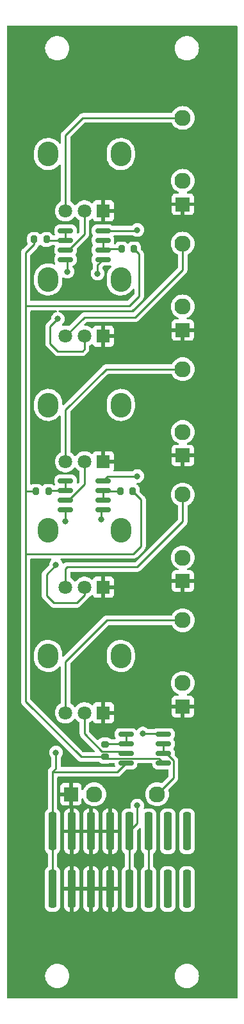
<source format=gbr>
%TF.GenerationSoftware,KiCad,Pcbnew,(7.0.0)*%
%TF.CreationDate,2023-03-10T05:54:07-08:00*%
%TF.ProjectId,wismix,7769736d-6978-42e6-9b69-6361645f7063,rev?*%
%TF.SameCoordinates,Original*%
%TF.FileFunction,Copper,L1,Top*%
%TF.FilePolarity,Positive*%
%FSLAX46Y46*%
G04 Gerber Fmt 4.6, Leading zero omitted, Abs format (unit mm)*
G04 Created by KiCad (PCBNEW (7.0.0)) date 2023-03-10 05:54:07*
%MOMM*%
%LPD*%
G01*
G04 APERTURE LIST*
G04 Aperture macros list*
%AMRoundRect*
0 Rectangle with rounded corners*
0 $1 Rounding radius*
0 $2 $3 $4 $5 $6 $7 $8 $9 X,Y pos of 4 corners*
0 Add a 4 corners polygon primitive as box body*
4,1,4,$2,$3,$4,$5,$6,$7,$8,$9,$2,$3,0*
0 Add four circle primitives for the rounded corners*
1,1,$1+$1,$2,$3*
1,1,$1+$1,$4,$5*
1,1,$1+$1,$6,$7*
1,1,$1+$1,$8,$9*
0 Add four rect primitives between the rounded corners*
20,1,$1+$1,$2,$3,$4,$5,0*
20,1,$1+$1,$4,$5,$6,$7,0*
20,1,$1+$1,$6,$7,$8,$9,0*
20,1,$1+$1,$8,$9,$2,$3,0*%
G04 Aperture macros list end*
%TA.AperFunction,SMDPad,CuDef*%
%ADD10RoundRect,0.150000X-0.825000X-0.150000X0.825000X-0.150000X0.825000X0.150000X-0.825000X0.150000X0*%
%TD*%
%TA.AperFunction,ComponentPad*%
%ADD11O,2.720000X3.240000*%
%TD*%
%TA.AperFunction,ComponentPad*%
%ADD12R,1.800000X1.800000*%
%TD*%
%TA.AperFunction,ComponentPad*%
%ADD13C,1.800000*%
%TD*%
%TA.AperFunction,SMDPad,CuDef*%
%ADD14RoundRect,0.200000X-0.275000X0.200000X-0.275000X-0.200000X0.275000X-0.200000X0.275000X0.200000X0*%
%TD*%
%TA.AperFunction,SMDPad,CuDef*%
%ADD15RoundRect,0.200000X-0.200000X-0.275000X0.200000X-0.275000X0.200000X0.275000X-0.200000X0.275000X0*%
%TD*%
%TA.AperFunction,SMDPad,CuDef*%
%ADD16RoundRect,0.200000X0.200000X0.275000X-0.200000X0.275000X-0.200000X-0.275000X0.200000X-0.275000X0*%
%TD*%
%TA.AperFunction,ComponentPad*%
%ADD17C,2.130000*%
%TD*%
%TA.AperFunction,ComponentPad*%
%ADD18R,1.830000X1.930000*%
%TD*%
%TA.AperFunction,ComponentPad*%
%ADD19R,1.930000X1.830000*%
%TD*%
%TA.AperFunction,SMDPad,CuDef*%
%ADD20RoundRect,0.255000X0.255000X-2.245000X0.255000X2.245000X-0.255000X2.245000X-0.255000X-2.245000X0*%
%TD*%
%TA.AperFunction,ViaPad*%
%ADD21C,0.800000*%
%TD*%
%TA.AperFunction,Conductor*%
%ADD22C,0.250000*%
%TD*%
G04 APERTURE END LIST*
D10*
%TO.P,U3,1*%
%TO.N,Net-(U3A--)*%
X35775000Y-113595000D03*
%TO.P,U3,2,-*%
X35775000Y-114865000D03*
%TO.P,U3,3,+*%
%TO.N,Net-(U3A-+)*%
X35775000Y-116135000D03*
%TO.P,U3,4,V-*%
%TO.N,-12V*%
X35775000Y-117405000D03*
%TO.P,U3,5,+*%
%TO.N,Net-(U3B-+)*%
X40725000Y-117405000D03*
%TO.P,U3,6,-*%
%TO.N,Net-(U3B--)*%
X40725000Y-116135000D03*
%TO.P,U3,7*%
X40725000Y-114865000D03*
%TO.P,U3,8,V+*%
%TO.N,+12V*%
X40725000Y-113595000D03*
%TD*%
%TO.P,U2,1*%
%TO.N,Net-(U2A--)*%
X27775000Y-80095000D03*
%TO.P,U2,2,-*%
X27775000Y-81365000D03*
%TO.P,U2,3,+*%
%TO.N,Net-(U2A-+)*%
X27775000Y-82635000D03*
%TO.P,U2,4,V-*%
%TO.N,-12V*%
X27775000Y-83905000D03*
%TO.P,U2,5,+*%
%TO.N,Net-(U2B-+)*%
X32725000Y-83905000D03*
%TO.P,U2,6,-*%
%TO.N,Net-(U2B--)*%
X32725000Y-82635000D03*
%TO.P,U2,7*%
X32725000Y-81365000D03*
%TO.P,U2,8,V+*%
%TO.N,+12V*%
X32725000Y-80095000D03*
%TD*%
%TO.P,U1,1*%
%TO.N,Net-(U1A--)*%
X27775000Y-47095000D03*
%TO.P,U1,2,-*%
X27775000Y-48365000D03*
%TO.P,U1,3,+*%
%TO.N,Net-(U1A-+)*%
X27775000Y-49635000D03*
%TO.P,U1,4,V-*%
%TO.N,-12V*%
X27775000Y-50905000D03*
%TO.P,U1,5,+*%
%TO.N,Net-(U1B-+)*%
X32725000Y-50905000D03*
%TO.P,U1,6,-*%
%TO.N,Net-(U1B--)*%
X32725000Y-49635000D03*
%TO.P,U1,7*%
X32725000Y-48365000D03*
%TO.P,U1,8,V+*%
%TO.N,+12V*%
X32725000Y-47095000D03*
%TD*%
D11*
%TO.P,RV5,*%
%TO.N,*%
X35072499Y-103249999D03*
X25472499Y-103249999D03*
D12*
%TO.P,RV5,1,1*%
%TO.N,GND*%
X32772499Y-110749999D03*
D13*
%TO.P,RV5,2,2*%
%TO.N,Net-(U3A-+)*%
X30272500Y-110750000D03*
%TO.P,RV5,3,3*%
%TO.N,Net-(J6-PadT)*%
X27772500Y-110750000D03*
%TD*%
%TO.P,RV4,3,3*%
%TO.N,Net-(J5-PadT)*%
X27772500Y-94175000D03*
%TO.P,RV4,2,2*%
%TO.N,Net-(U2B-+)*%
X30272500Y-94175000D03*
D12*
%TO.P,RV4,1,1*%
%TO.N,GND*%
X32772499Y-94174999D03*
D11*
%TO.P,RV4,*%
%TO.N,*%
X25472499Y-86674999D03*
X35072499Y-86674999D03*
%TD*%
%TO.P,RV3,*%
%TO.N,*%
X35072499Y-70099999D03*
X25472499Y-70099999D03*
D12*
%TO.P,RV3,1,1*%
%TO.N,GND*%
X32772499Y-77599999D03*
D13*
%TO.P,RV3,2,2*%
%TO.N,Net-(U2A-+)*%
X30272500Y-77600000D03*
%TO.P,RV3,3,3*%
%TO.N,Net-(J4-PadT)*%
X27772500Y-77600000D03*
%TD*%
%TO.P,RV2,3,3*%
%TO.N,Net-(J3-PadT)*%
X27772500Y-61025000D03*
%TO.P,RV2,2,2*%
%TO.N,Net-(U1B-+)*%
X30272500Y-61025000D03*
D12*
%TO.P,RV2,1,1*%
%TO.N,GND*%
X32772499Y-61024999D03*
D11*
%TO.P,RV2,*%
%TO.N,*%
X25472499Y-53524999D03*
X35072499Y-53524999D03*
%TD*%
D13*
%TO.P,RV1,3,3*%
%TO.N,Net-(J2-PadT)*%
X27772500Y-44475000D03*
%TO.P,RV1,2,2*%
%TO.N,Net-(U1A-+)*%
X30272500Y-44475000D03*
D12*
%TO.P,RV1,1,1*%
%TO.N,GND*%
X32772499Y-44474999D03*
D11*
%TO.P,RV1,*%
%TO.N,*%
X25472499Y-36974999D03*
X35072499Y-36974999D03*
%TD*%
D14*
%TO.P,R5,1*%
%TO.N,Net-(U3A--)*%
X33000000Y-114925000D03*
%TO.P,R5,2*%
%TO.N,Net-(U3B-+)*%
X33000000Y-116575000D03*
%TD*%
D15*
%TO.P,R4,1*%
%TO.N,Net-(U2B--)*%
X35000000Y-81500000D03*
%TO.P,R4,2*%
%TO.N,Net-(U3B-+)*%
X36650000Y-81500000D03*
%TD*%
D16*
%TO.P,R3,1*%
%TO.N,Net-(U2A--)*%
X25500000Y-81500000D03*
%TO.P,R3,2*%
%TO.N,Net-(U3B-+)*%
X23850000Y-81500000D03*
%TD*%
D15*
%TO.P,R2,1*%
%TO.N,Net-(U1B--)*%
X35175000Y-49500000D03*
%TO.P,R2,2*%
%TO.N,Net-(U3B-+)*%
X36825000Y-49500000D03*
%TD*%
D16*
%TO.P,R1,1*%
%TO.N,Net-(U1A--)*%
X25250000Y-48250000D03*
%TO.P,R1,2*%
%TO.N,Net-(U3B-+)*%
X23600000Y-48250000D03*
%TD*%
D17*
%TO.P,J7,TN*%
%TO.N,unconnected-(J7-PadTN)*%
X31570000Y-121500000D03*
%TO.P,J7,T*%
%TO.N,Net-(U3B--)*%
X39870000Y-121500000D03*
D18*
%TO.P,J7,S*%
%TO.N,GND*%
X28469999Y-121499999D03*
%TD*%
D19*
%TO.P,J6,S*%
%TO.N,GND*%
X43272499Y-109924999D03*
D17*
%TO.P,J6,T*%
%TO.N,Net-(J6-PadT)*%
X43272500Y-98525000D03*
%TO.P,J6,TN*%
%TO.N,unconnected-(J6-PadTN)*%
X43272500Y-106825000D03*
%TD*%
%TO.P,J5,TN*%
%TO.N,unconnected-(J5-PadTN)*%
X43272500Y-90250000D03*
%TO.P,J5,T*%
%TO.N,Net-(J5-PadT)*%
X43272500Y-81950000D03*
D19*
%TO.P,J5,S*%
%TO.N,GND*%
X43272499Y-93349999D03*
%TD*%
D17*
%TO.P,J4,TN*%
%TO.N,unconnected-(J4-PadTN)*%
X43272500Y-73675000D03*
%TO.P,J4,T*%
%TO.N,Net-(J4-PadT)*%
X43272500Y-65375000D03*
D19*
%TO.P,J4,S*%
%TO.N,GND*%
X43272499Y-76774999D03*
%TD*%
D17*
%TO.P,J3,TN*%
%TO.N,unconnected-(J3-PadTN)*%
X43258674Y-57100000D03*
%TO.P,J3,T*%
%TO.N,Net-(J3-PadT)*%
X43258674Y-48800000D03*
D19*
%TO.P,J3,S*%
%TO.N,GND*%
X43258673Y-60199999D03*
%TD*%
%TO.P,J2,S*%
%TO.N,GND*%
X43272499Y-43599999D03*
D17*
%TO.P,J2,T*%
%TO.N,Net-(J2-PadT)*%
X43272500Y-32200000D03*
%TO.P,J2,TN*%
%TO.N,unconnected-(J2-PadTN)*%
X43272500Y-40500000D03*
%TD*%
D20*
%TO.P,J1,1,-12v_R*%
%TO.N,-12V*%
X26050000Y-134000000D03*
%TO.P,J1,3,GND*%
%TO.N,GND*%
X28590000Y-134000000D03*
%TO.P,J1,5,GND_R3*%
X31130000Y-134000000D03*
%TO.P,J1,7,GND_R2*%
X33670000Y-134000000D03*
%TO.P,J1,9,+12V_R*%
%TO.N,+12V*%
X36210000Y-134000000D03*
%TO.P,J1,11,+5v_R*%
%TO.N,+5V*%
X38750000Y-134000000D03*
%TO.P,J1,13,CV_R*%
%TO.N,unconnected-(J1-CV_R-Pad13)*%
X41290000Y-134000000D03*
%TO.P,J1,15,GATE_R*%
%TO.N,unconnected-(J1-GATE_R-Pad15)*%
X43830000Y-134000000D03*
%TO.P,J1,2,-12v_L*%
%TO.N,-12V*%
X26050000Y-126400000D03*
%TO.P,J1,4,GND*%
%TO.N,GND*%
X28590000Y-126400000D03*
%TO.P,J1,6,GND_L3*%
X31130000Y-126400000D03*
%TO.P,J1,8,GND_L2*%
X33670000Y-126400000D03*
%TO.P,J1,10,+12V_L*%
%TO.N,+12V*%
X36210000Y-126400000D03*
%TO.P,J1,12,+5v_L*%
%TO.N,+5V*%
X38750000Y-126400000D03*
%TO.P,J1,14,CV_L*%
%TO.N,unconnected-(J1-CV_L-Pad14)*%
X41290000Y-126400000D03*
%TO.P,J1,16,GATE_L*%
%TO.N,unconnected-(J1-GATE_L-Pad16)*%
X43830000Y-126400000D03*
%TD*%
D21*
%TO.N,+12V*%
X38000000Y-113500000D03*
X37250000Y-123000000D03*
X37250000Y-79500000D03*
X37250000Y-47000000D03*
%TO.N,-12V*%
X28000000Y-52500000D03*
X27750000Y-85500000D03*
X26500000Y-116000000D03*
%TO.N,GND*%
X28500000Y-130250000D03*
X33750000Y-130250000D03*
X31000000Y-130250000D03*
%TO.N,Net-(U2B-+)*%
X32500000Y-85250000D03*
X26500000Y-91250000D03*
%TO.N,Net-(U1B-+)*%
X32000000Y-52750000D03*
X26750000Y-58750000D03*
%TD*%
D22*
%TO.N,+12V*%
X40630000Y-113500000D02*
X38000000Y-113500000D01*
%TO.N,+5V*%
X38750000Y-126400000D02*
X38750000Y-134000000D01*
%TO.N,Net-(U3B--)*%
X40725000Y-116135000D02*
X40725000Y-114865000D01*
%TO.N,Net-(U1B--)*%
X32725000Y-48365000D02*
X32725000Y-49635000D01*
%TO.N,+12V*%
X37155000Y-47095000D02*
X32725000Y-47095000D01*
X37250000Y-47000000D02*
X37155000Y-47095000D01*
X37250000Y-79500000D02*
X33320000Y-79500000D01*
X33320000Y-79500000D02*
X32725000Y-80095000D01*
X40725000Y-113595000D02*
X40630000Y-113500000D01*
%TO.N,Net-(U3A-+)*%
X30272500Y-113522500D02*
X30272500Y-110750000D01*
X32600000Y-115850000D02*
X30272500Y-113522500D01*
X35490000Y-115850000D02*
X32600000Y-115850000D01*
X35775000Y-116135000D02*
X35490000Y-115850000D01*
%TO.N,Net-(U3B--)*%
X41101751Y-116135000D02*
X40725000Y-116135000D01*
X42025000Y-119345000D02*
X42025000Y-117058249D01*
X39870000Y-121500000D02*
X42025000Y-119345000D01*
X42025000Y-117058249D02*
X41101751Y-116135000D01*
%TO.N,Net-(U3B-+)*%
X29825000Y-116575000D02*
X33000000Y-116575000D01*
X22500000Y-109250000D02*
X29825000Y-116575000D01*
X22500000Y-55500000D02*
X22500000Y-109250000D01*
X22500000Y-57000000D02*
X22500000Y-55500000D01*
X36250000Y-57000000D02*
X22500000Y-57000000D01*
X37500000Y-50175000D02*
X37500000Y-55750000D01*
X37500000Y-55750000D02*
X36250000Y-57000000D01*
X36825000Y-49500000D02*
X37500000Y-50175000D01*
X22500000Y-89750000D02*
X22500000Y-81500000D01*
X36750000Y-89750000D02*
X22500000Y-89750000D01*
X37750000Y-88750000D02*
X36750000Y-89750000D01*
X36650000Y-81500000D02*
X37750000Y-82600000D01*
X37750000Y-82600000D02*
X37750000Y-88750000D01*
X22500000Y-81500000D02*
X23850000Y-81500000D01*
X40100000Y-116780000D02*
X40725000Y-117405000D01*
X33205000Y-116780000D02*
X40100000Y-116780000D01*
X33000000Y-116575000D02*
X33205000Y-116780000D01*
%TO.N,-12V*%
X34630000Y-118550000D02*
X35775000Y-117405000D01*
X26050000Y-118550000D02*
X34630000Y-118550000D01*
X26050000Y-118550000D02*
X26050000Y-126400000D01*
X26500000Y-116000000D02*
X26500000Y-118100000D01*
X26500000Y-118100000D02*
X26050000Y-118550000D01*
%TO.N,+12V*%
X37250000Y-125360000D02*
X36210000Y-126400000D01*
X37250000Y-123000000D02*
X37250000Y-125360000D01*
X40820000Y-113500000D02*
X40725000Y-113595000D01*
%TO.N,-12V*%
X28000000Y-51130000D02*
X27775000Y-50905000D01*
X28000000Y-52500000D02*
X28000000Y-51130000D01*
X27775000Y-85475000D02*
X27750000Y-85500000D01*
X27775000Y-83905000D02*
X27775000Y-85475000D01*
%TO.N,Net-(U3A--)*%
X33060000Y-114865000D02*
X33000000Y-114925000D01*
X35775000Y-114865000D02*
X33060000Y-114865000D01*
X35775000Y-113595000D02*
X35775000Y-114865000D01*
%TO.N,Net-(J6-PadT)*%
X33225000Y-98525000D02*
X27772500Y-103977500D01*
X43272500Y-98525000D02*
X33225000Y-98525000D01*
X27772500Y-103977500D02*
X27772500Y-110750000D01*
%TO.N,Net-(U2B-+)*%
X32500000Y-84130000D02*
X32725000Y-83905000D01*
X32500000Y-85250000D02*
X32500000Y-84130000D01*
X25250000Y-92500000D02*
X26500000Y-91250000D01*
X25250000Y-95250000D02*
X25250000Y-93000000D01*
X26250000Y-96250000D02*
X25250000Y-95250000D01*
X29750000Y-95750000D02*
X29250000Y-96250000D01*
X29250000Y-96250000D02*
X26250000Y-96250000D01*
X30272500Y-95227500D02*
X29750000Y-95750000D01*
X25250000Y-93000000D02*
X25250000Y-92500000D01*
X30272500Y-94175000D02*
X30272500Y-95227500D01*
%TO.N,Net-(J5-PadT)*%
X28000000Y-91500000D02*
X27772500Y-91727500D01*
X37250000Y-91500000D02*
X28000000Y-91500000D01*
X27772500Y-91727500D02*
X27772500Y-94175000D01*
X43272500Y-85477500D02*
X37250000Y-91500000D01*
X43272500Y-81950000D02*
X43272500Y-85477500D01*
%TO.N,Net-(U2B--)*%
X32725000Y-81365000D02*
X32725000Y-82635000D01*
X32860000Y-81500000D02*
X32725000Y-81365000D01*
X35000000Y-81500000D02*
X32860000Y-81500000D01*
%TO.N,Net-(U2A--)*%
X27775000Y-80095000D02*
X27775000Y-81365000D01*
X25635000Y-81365000D02*
X25500000Y-81500000D01*
X27775000Y-81365000D02*
X25635000Y-81365000D01*
%TO.N,Net-(U2A-+)*%
X30272500Y-80514251D02*
X28151751Y-82635000D01*
X30272500Y-77600000D02*
X30272500Y-80514251D01*
X28151751Y-82635000D02*
X27775000Y-82635000D01*
%TO.N,Net-(J4-PadT)*%
X27772500Y-70727500D02*
X27772500Y-77600000D01*
X33125000Y-65375000D02*
X27772500Y-70727500D01*
X43272500Y-65375000D02*
X33125000Y-65375000D01*
%TO.N,Net-(U1B-+)*%
X32000000Y-51630000D02*
X32725000Y-50905000D01*
X32000000Y-52750000D02*
X32000000Y-51630000D01*
X25750000Y-59750000D02*
X26750000Y-58750000D01*
X25750000Y-62000000D02*
X25750000Y-59750000D01*
X26750000Y-63000000D02*
X25750000Y-62000000D01*
X30000000Y-63000000D02*
X26750000Y-63000000D01*
X30272500Y-61025000D02*
X30272500Y-62727500D01*
X30272500Y-62727500D02*
X30000000Y-63000000D01*
%TO.N,Net-(J3-PadT)*%
X30297500Y-58500000D02*
X27772500Y-61025000D01*
X43258674Y-52241326D02*
X37000000Y-58500000D01*
X43258674Y-48800000D02*
X43258674Y-52241326D01*
X37000000Y-58500000D02*
X30297500Y-58500000D01*
%TO.N,Net-(U3B-+)*%
X23600000Y-48900000D02*
X23600000Y-48250000D01*
X22500000Y-50000000D02*
X23600000Y-48900000D01*
X22500000Y-55500000D02*
X22500000Y-50000000D01*
%TO.N,Net-(U1B--)*%
X32860000Y-49500000D02*
X32725000Y-49635000D01*
X35175000Y-49500000D02*
X32860000Y-49500000D01*
%TO.N,Net-(U1A--)*%
X25365000Y-48365000D02*
X25250000Y-48250000D01*
X27775000Y-48365000D02*
X25365000Y-48365000D01*
X27775000Y-47095000D02*
X27775000Y-48365000D01*
%TO.N,Net-(U1A-+)*%
X28151751Y-49635000D02*
X27775000Y-49635000D01*
X30272500Y-47514251D02*
X28151751Y-49635000D01*
X30272500Y-44475000D02*
X30272500Y-47514251D01*
%TO.N,Net-(J2-PadT)*%
X27772500Y-34477500D02*
X27772500Y-44475000D01*
X30050000Y-32200000D02*
X27772500Y-34477500D01*
X43272500Y-32200000D02*
X30050000Y-32200000D01*
%TO.N,+12V*%
X36210000Y-134000000D02*
X36210000Y-126400000D01*
%TO.N,-12V*%
X26050000Y-126400000D02*
X26050000Y-134000000D01*
%TD*%
%TA.AperFunction,Conductor*%
%TO.N,GND*%
G36*
X50417500Y-20017113D02*
G01*
X50462887Y-20062500D01*
X50479500Y-20124500D01*
X50479500Y-148375500D01*
X50462887Y-148437500D01*
X50417500Y-148482887D01*
X50355500Y-148499500D01*
X20124500Y-148499500D01*
X20062500Y-148482887D01*
X20017113Y-148437500D01*
X20000500Y-148375500D01*
X20000500Y-145500000D01*
X25074551Y-145500000D01*
X25094317Y-145751148D01*
X25095452Y-145755877D01*
X25095453Y-145755881D01*
X25151989Y-145991374D01*
X25151991Y-145991382D01*
X25153127Y-145996111D01*
X25249534Y-146228859D01*
X25252081Y-146233016D01*
X25252082Y-146233017D01*
X25378617Y-146439504D01*
X25378622Y-146439511D01*
X25381164Y-146443659D01*
X25384324Y-146447358D01*
X25384327Y-146447363D01*
X25534845Y-146623596D01*
X25544776Y-146635224D01*
X25548476Y-146638384D01*
X25730705Y-146794023D01*
X25736341Y-146798836D01*
X25740491Y-146801379D01*
X25740495Y-146801382D01*
X25852300Y-146869896D01*
X25951141Y-146930466D01*
X26183889Y-147026873D01*
X26428852Y-147085683D01*
X26680000Y-147105449D01*
X26931148Y-147085683D01*
X27176111Y-147026873D01*
X27408859Y-146930466D01*
X27623659Y-146798836D01*
X27815224Y-146635224D01*
X27978836Y-146443659D01*
X28110466Y-146228859D01*
X28206873Y-145996111D01*
X28265683Y-145751148D01*
X28285449Y-145500000D01*
X42194551Y-145500000D01*
X42214317Y-145751148D01*
X42215452Y-145755877D01*
X42215453Y-145755881D01*
X42271989Y-145991374D01*
X42271991Y-145991382D01*
X42273127Y-145996111D01*
X42369534Y-146228859D01*
X42372081Y-146233016D01*
X42372082Y-146233017D01*
X42498617Y-146439504D01*
X42498622Y-146439511D01*
X42501164Y-146443659D01*
X42504324Y-146447358D01*
X42504327Y-146447363D01*
X42654845Y-146623596D01*
X42664776Y-146635224D01*
X42668476Y-146638384D01*
X42850705Y-146794023D01*
X42856341Y-146798836D01*
X42860491Y-146801379D01*
X42860495Y-146801382D01*
X42972300Y-146869896D01*
X43071141Y-146930466D01*
X43303889Y-147026873D01*
X43548852Y-147085683D01*
X43800000Y-147105449D01*
X44051148Y-147085683D01*
X44296111Y-147026873D01*
X44528859Y-146930466D01*
X44743659Y-146798836D01*
X44935224Y-146635224D01*
X45098836Y-146443659D01*
X45230466Y-146228859D01*
X45326873Y-145996111D01*
X45385683Y-145751148D01*
X45405449Y-145500000D01*
X45385683Y-145248852D01*
X45326873Y-145003889D01*
X45230466Y-144771141D01*
X45098836Y-144556341D01*
X44935224Y-144364776D01*
X44931523Y-144361615D01*
X44747363Y-144204327D01*
X44747358Y-144204324D01*
X44743659Y-144201164D01*
X44739511Y-144198622D01*
X44739504Y-144198617D01*
X44533017Y-144072082D01*
X44533016Y-144072081D01*
X44528859Y-144069534D01*
X44296111Y-143973127D01*
X44291382Y-143971991D01*
X44291374Y-143971989D01*
X44055881Y-143915453D01*
X44055877Y-143915452D01*
X44051148Y-143914317D01*
X44046295Y-143913935D01*
X43804854Y-143894933D01*
X43800000Y-143894551D01*
X43795146Y-143894933D01*
X43553704Y-143913935D01*
X43553702Y-143913935D01*
X43548852Y-143914317D01*
X43544124Y-143915451D01*
X43544118Y-143915453D01*
X43308625Y-143971989D01*
X43308613Y-143971992D01*
X43303889Y-143973127D01*
X43299392Y-143974989D01*
X43299388Y-143974991D01*
X43075645Y-144067668D01*
X43075640Y-144067670D01*
X43071141Y-144069534D01*
X43066988Y-144072078D01*
X43066982Y-144072082D01*
X42860495Y-144198617D01*
X42860482Y-144198626D01*
X42856341Y-144201164D01*
X42852646Y-144204319D01*
X42852636Y-144204327D01*
X42668476Y-144361615D01*
X42668469Y-144361621D01*
X42664776Y-144364776D01*
X42661621Y-144368469D01*
X42661615Y-144368476D01*
X42504327Y-144552636D01*
X42504319Y-144552646D01*
X42501164Y-144556341D01*
X42498626Y-144560482D01*
X42498617Y-144560495D01*
X42372082Y-144766982D01*
X42372078Y-144766988D01*
X42369534Y-144771141D01*
X42367670Y-144775640D01*
X42367668Y-144775645D01*
X42274991Y-144999388D01*
X42273127Y-145003889D01*
X42271992Y-145008613D01*
X42271989Y-145008625D01*
X42215453Y-145244118D01*
X42215451Y-145244124D01*
X42214317Y-145248852D01*
X42194551Y-145500000D01*
X28285449Y-145500000D01*
X28265683Y-145248852D01*
X28206873Y-145003889D01*
X28110466Y-144771141D01*
X27978836Y-144556341D01*
X27815224Y-144364776D01*
X27811523Y-144361615D01*
X27627363Y-144204327D01*
X27627358Y-144204324D01*
X27623659Y-144201164D01*
X27619511Y-144198622D01*
X27619504Y-144198617D01*
X27413017Y-144072082D01*
X27413016Y-144072081D01*
X27408859Y-144069534D01*
X27176111Y-143973127D01*
X27171382Y-143971991D01*
X27171374Y-143971989D01*
X26935881Y-143915453D01*
X26935877Y-143915452D01*
X26931148Y-143914317D01*
X26926295Y-143913935D01*
X26684854Y-143894933D01*
X26680000Y-143894551D01*
X26675146Y-143894933D01*
X26433704Y-143913935D01*
X26433702Y-143913935D01*
X26428852Y-143914317D01*
X26424124Y-143915451D01*
X26424118Y-143915453D01*
X26188625Y-143971989D01*
X26188613Y-143971992D01*
X26183889Y-143973127D01*
X26179392Y-143974989D01*
X26179388Y-143974991D01*
X25955645Y-144067668D01*
X25955640Y-144067670D01*
X25951141Y-144069534D01*
X25946988Y-144072078D01*
X25946982Y-144072082D01*
X25740495Y-144198617D01*
X25740482Y-144198626D01*
X25736341Y-144201164D01*
X25732646Y-144204319D01*
X25732636Y-144204327D01*
X25548476Y-144361615D01*
X25548469Y-144361621D01*
X25544776Y-144364776D01*
X25541621Y-144368469D01*
X25541615Y-144368476D01*
X25384327Y-144552636D01*
X25384319Y-144552646D01*
X25381164Y-144556341D01*
X25378626Y-144560482D01*
X25378617Y-144560495D01*
X25252082Y-144766982D01*
X25252078Y-144766988D01*
X25249534Y-144771141D01*
X25247670Y-144775640D01*
X25247668Y-144775645D01*
X25154991Y-144999388D01*
X25153127Y-145003889D01*
X25151992Y-145008613D01*
X25151989Y-145008625D01*
X25095453Y-145244118D01*
X25095451Y-145244124D01*
X25094317Y-145248852D01*
X25074551Y-145500000D01*
X20000500Y-145500000D01*
X20000500Y-138000000D01*
X21499459Y-138000000D01*
X21499617Y-138000383D01*
X21499901Y-138000500D01*
X24487944Y-138000500D01*
X24500099Y-138000500D01*
X24500383Y-138000383D01*
X24500541Y-138000000D01*
X26499459Y-138000000D01*
X26499617Y-138000383D01*
X26499901Y-138000500D01*
X29487944Y-138000500D01*
X29500099Y-138000500D01*
X29500383Y-138000383D01*
X29500541Y-138000000D01*
X31499459Y-138000000D01*
X31499617Y-138000383D01*
X31499901Y-138000500D01*
X34487944Y-138000500D01*
X34500099Y-138000500D01*
X34500383Y-138000383D01*
X34500541Y-138000000D01*
X36499459Y-138000000D01*
X36499617Y-138000383D01*
X36499901Y-138000500D01*
X39487944Y-138000500D01*
X39500099Y-138000500D01*
X39500383Y-138000383D01*
X39500541Y-138000000D01*
X41499459Y-138000000D01*
X41499617Y-138000383D01*
X41499901Y-138000500D01*
X44487944Y-138000500D01*
X44500099Y-138000500D01*
X44500383Y-138000383D01*
X44500541Y-138000000D01*
X46499459Y-138000000D01*
X46499617Y-138000383D01*
X46499901Y-138000500D01*
X49487944Y-138000500D01*
X49500099Y-138000500D01*
X49500383Y-138000383D01*
X49500541Y-138000000D01*
X49500383Y-137999617D01*
X49500099Y-137999500D01*
X46499901Y-137999500D01*
X46499617Y-137999617D01*
X46499459Y-138000000D01*
X44500541Y-138000000D01*
X44500383Y-137999617D01*
X44500099Y-137999500D01*
X41499901Y-137999500D01*
X41499617Y-137999617D01*
X41499459Y-138000000D01*
X39500541Y-138000000D01*
X39500383Y-137999617D01*
X39500099Y-137999500D01*
X36499901Y-137999500D01*
X36499617Y-137999617D01*
X36499459Y-138000000D01*
X34500541Y-138000000D01*
X34500383Y-137999617D01*
X34500099Y-137999500D01*
X31499901Y-137999500D01*
X31499617Y-137999617D01*
X31499459Y-138000000D01*
X29500541Y-138000000D01*
X29500383Y-137999617D01*
X29500099Y-137999500D01*
X26499901Y-137999500D01*
X26499617Y-137999617D01*
X26499459Y-138000000D01*
X24500541Y-138000000D01*
X24500383Y-137999617D01*
X24500099Y-137999500D01*
X21499901Y-137999500D01*
X21499617Y-137999617D01*
X21499459Y-138000000D01*
X20000500Y-138000000D01*
X20000500Y-49980196D01*
X21869840Y-49980196D01*
X21870574Y-49987961D01*
X21870574Y-49987964D01*
X21873950Y-50023676D01*
X21874500Y-50035345D01*
X21874500Y-56929151D01*
X21872304Y-56952386D01*
X21872233Y-56952753D01*
X21872232Y-56952760D01*
X21870773Y-56960412D01*
X21871262Y-56968189D01*
X21871262Y-56968195D01*
X21874255Y-57015759D01*
X21874500Y-57023545D01*
X21874500Y-81429151D01*
X21872304Y-81452386D01*
X21872233Y-81452753D01*
X21872232Y-81452760D01*
X21870773Y-81460412D01*
X21871262Y-81468189D01*
X21871262Y-81468195D01*
X21874255Y-81515759D01*
X21874500Y-81523545D01*
X21874500Y-89679151D01*
X21872304Y-89702386D01*
X21872233Y-89702753D01*
X21872232Y-89702760D01*
X21870773Y-89710412D01*
X21871262Y-89718189D01*
X21871262Y-89718195D01*
X21874255Y-89765759D01*
X21874500Y-89773545D01*
X21874500Y-109172225D01*
X21873978Y-109183280D01*
X21872327Y-109190667D01*
X21872571Y-109198453D01*
X21872571Y-109198461D01*
X21874439Y-109257873D01*
X21874500Y-109261768D01*
X21874500Y-109289350D01*
X21874988Y-109293219D01*
X21874989Y-109293225D01*
X21875004Y-109293343D01*
X21875918Y-109304966D01*
X21877045Y-109340830D01*
X21877046Y-109340837D01*
X21877291Y-109348627D01*
X21879467Y-109356119D01*
X21879468Y-109356121D01*
X21882879Y-109367862D01*
X21886825Y-109386915D01*
X21889336Y-109406792D01*
X21892206Y-109414042D01*
X21892208Y-109414048D01*
X21905414Y-109447404D01*
X21909197Y-109458451D01*
X21921382Y-109500390D01*
X21925353Y-109507105D01*
X21925354Y-109507107D01*
X21931581Y-109517637D01*
X21940136Y-109535099D01*
X21944642Y-109546480D01*
X21944643Y-109546483D01*
X21947514Y-109553732D01*
X21969440Y-109583912D01*
X21973181Y-109589060D01*
X21979593Y-109598822D01*
X21997856Y-109629702D01*
X21997859Y-109629707D01*
X22001830Y-109636420D01*
X22007345Y-109641935D01*
X22015990Y-109650580D01*
X22028626Y-109665374D01*
X22035819Y-109675275D01*
X22035823Y-109675279D01*
X22040406Y-109681587D01*
X22046415Y-109686558D01*
X22046416Y-109686559D01*
X22074058Y-109709426D01*
X22082699Y-109717289D01*
X29327707Y-116962298D01*
X29335159Y-116970487D01*
X29339214Y-116976877D01*
X29367323Y-117003273D01*
X29388223Y-117022900D01*
X29391020Y-117025611D01*
X29410529Y-117045120D01*
X29413709Y-117047587D01*
X29422571Y-117055155D01*
X29436020Y-117067785D01*
X29448732Y-117079723D01*
X29448734Y-117079724D01*
X29454418Y-117085062D01*
X29461251Y-117088818D01*
X29461252Y-117088819D01*
X29471973Y-117094713D01*
X29488234Y-117105394D01*
X29504064Y-117117673D01*
X29544155Y-117135021D01*
X29554635Y-117140155D01*
X29592908Y-117161197D01*
X29612316Y-117166180D01*
X29630719Y-117172481D01*
X29641944Y-117177339D01*
X29641946Y-117177339D01*
X29649104Y-117180437D01*
X29692258Y-117187271D01*
X29703644Y-117189629D01*
X29745981Y-117200500D01*
X29766017Y-117200500D01*
X29785415Y-117202027D01*
X29797486Y-117203939D01*
X29797487Y-117203939D01*
X29805196Y-117205160D01*
X29843276Y-117201560D01*
X29848676Y-117201050D01*
X29860345Y-117200500D01*
X32108481Y-117200500D01*
X32155934Y-117209939D01*
X32196162Y-117236819D01*
X32289815Y-117330472D01*
X32435394Y-117418478D01*
X32554859Y-117455704D01*
X32591542Y-117467135D01*
X32591544Y-117467135D01*
X32597804Y-117469086D01*
X32668384Y-117475500D01*
X33328797Y-117475500D01*
X33331616Y-117475500D01*
X33402196Y-117469086D01*
X33564606Y-117418478D01*
X33568572Y-117416080D01*
X33617858Y-117405500D01*
X34175500Y-117405500D01*
X34237500Y-117422113D01*
X34282887Y-117467500D01*
X34299500Y-117529500D01*
X34299500Y-117620694D01*
X34299690Y-117623114D01*
X34299691Y-117623128D01*
X34301904Y-117651251D01*
X34301905Y-117651258D01*
X34302402Y-117657569D01*
X34304168Y-117663650D01*
X34304170Y-117663657D01*
X34333877Y-117765905D01*
X34336783Y-117822778D01*
X34313962Y-117874952D01*
X34270226Y-117911423D01*
X34214801Y-117924500D01*
X27249500Y-117924500D01*
X27187500Y-117907887D01*
X27142113Y-117862500D01*
X27125500Y-117800500D01*
X27125500Y-116698687D01*
X27133736Y-116654249D01*
X27157350Y-116615715D01*
X27179637Y-116590963D01*
X27232533Y-116532216D01*
X27327179Y-116368284D01*
X27385674Y-116188256D01*
X27405460Y-116000000D01*
X27385674Y-115811744D01*
X27327179Y-115631716D01*
X27232533Y-115467784D01*
X27180634Y-115410145D01*
X27110220Y-115331942D01*
X27110219Y-115331941D01*
X27105871Y-115327112D01*
X27100613Y-115323292D01*
X27100611Y-115323290D01*
X26957988Y-115219669D01*
X26957987Y-115219668D01*
X26952730Y-115215849D01*
X26946792Y-115213205D01*
X26785745Y-115141501D01*
X26785740Y-115141499D01*
X26779803Y-115138856D01*
X26773444Y-115137504D01*
X26773440Y-115137503D01*
X26601008Y-115100852D01*
X26601005Y-115100851D01*
X26594646Y-115099500D01*
X26405354Y-115099500D01*
X26398995Y-115100851D01*
X26398991Y-115100852D01*
X26226559Y-115137503D01*
X26226552Y-115137505D01*
X26220197Y-115138856D01*
X26214262Y-115141498D01*
X26214254Y-115141501D01*
X26053207Y-115213205D01*
X26053202Y-115213207D01*
X26047270Y-115215849D01*
X26042016Y-115219665D01*
X26042011Y-115219669D01*
X25899388Y-115323290D01*
X25899381Y-115323295D01*
X25894129Y-115327112D01*
X25889784Y-115331937D01*
X25889779Y-115331942D01*
X25771813Y-115462956D01*
X25771808Y-115462962D01*
X25767467Y-115467784D01*
X25764222Y-115473404D01*
X25764218Y-115473410D01*
X25676069Y-115626089D01*
X25676066Y-115626094D01*
X25672821Y-115631716D01*
X25670815Y-115637888D01*
X25670813Y-115637894D01*
X25616333Y-115805564D01*
X25616331Y-115805573D01*
X25614326Y-115811744D01*
X25613648Y-115818194D01*
X25613646Y-115818204D01*
X25595962Y-115986464D01*
X25594540Y-116000000D01*
X25595219Y-116006460D01*
X25613646Y-116181795D01*
X25613647Y-116181803D01*
X25614326Y-116188256D01*
X25616331Y-116194428D01*
X25616333Y-116194435D01*
X25670813Y-116362105D01*
X25672821Y-116368284D01*
X25767467Y-116532216D01*
X25771811Y-116537041D01*
X25771813Y-116537043D01*
X25842650Y-116615715D01*
X25866264Y-116654249D01*
X25874500Y-116698687D01*
X25874500Y-117789548D01*
X25865061Y-117837001D01*
X25838183Y-117877226D01*
X25666857Y-118048551D01*
X25662701Y-118052708D01*
X25654512Y-118060159D01*
X25648123Y-118064214D01*
X25642785Y-118069897D01*
X25642779Y-118069903D01*
X25642526Y-118070173D01*
X25625032Y-118085596D01*
X25624727Y-118085817D01*
X25624719Y-118085823D01*
X25618413Y-118090406D01*
X25613444Y-118096412D01*
X25613439Y-118096417D01*
X25590572Y-118124057D01*
X25582743Y-118132663D01*
X25582645Y-118132760D01*
X25582618Y-118132790D01*
X25579880Y-118135529D01*
X25577503Y-118138592D01*
X25577493Y-118138604D01*
X25577400Y-118138725D01*
X25569842Y-118147570D01*
X25545281Y-118173726D01*
X25545274Y-118173735D01*
X25539938Y-118179418D01*
X25536184Y-118186245D01*
X25536176Y-118186257D01*
X25535993Y-118186592D01*
X25522891Y-118205872D01*
X25522646Y-118206167D01*
X25522640Y-118206174D01*
X25517676Y-118212177D01*
X25514452Y-118219026D01*
X25514078Y-118219558D01*
X25512270Y-118222507D01*
X25511966Y-118223081D01*
X25507327Y-118229064D01*
X25504232Y-118236214D01*
X25504231Y-118236217D01*
X25489974Y-118269160D01*
X25484838Y-118279643D01*
X25467560Y-118311072D01*
X25467557Y-118311078D01*
X25463803Y-118317908D01*
X25461864Y-118325458D01*
X25461862Y-118325464D01*
X25461768Y-118325833D01*
X25453872Y-118347763D01*
X25453706Y-118348114D01*
X25453701Y-118348127D01*
X25450386Y-118355174D01*
X25448968Y-118362603D01*
X25448744Y-118363197D01*
X25447713Y-118366551D01*
X25447566Y-118367159D01*
X25444562Y-118374104D01*
X25443343Y-118381797D01*
X25443342Y-118381802D01*
X25437729Y-118417241D01*
X25435361Y-118428676D01*
X25426438Y-118463428D01*
X25426436Y-118463436D01*
X25424500Y-118470981D01*
X25424500Y-118478777D01*
X25424500Y-118479151D01*
X25422304Y-118502386D01*
X25422233Y-118502753D01*
X25422232Y-118502760D01*
X25420773Y-118510412D01*
X25421247Y-118517965D01*
X25421177Y-118518606D01*
X25421013Y-118522080D01*
X25421023Y-118522721D01*
X25419840Y-118530196D01*
X25420573Y-118537951D01*
X25420573Y-118537957D01*
X25423950Y-118573676D01*
X25424500Y-118585345D01*
X25424500Y-123426664D01*
X25408778Y-123487096D01*
X25365597Y-123532202D01*
X25329371Y-123554546D01*
X25329364Y-123554551D01*
X25323222Y-123558340D01*
X25318118Y-123563443D01*
X25318114Y-123563447D01*
X25203450Y-123678111D01*
X25203446Y-123678115D01*
X25198340Y-123683222D01*
X25194549Y-123689367D01*
X25194545Y-123689373D01*
X25109416Y-123827388D01*
X25105623Y-123833538D01*
X25103351Y-123840392D01*
X25103350Y-123840396D01*
X25103281Y-123840605D01*
X25050071Y-124001185D01*
X25049383Y-124007919D01*
X25049382Y-124007924D01*
X25039819Y-124101526D01*
X25039818Y-124101544D01*
X25039500Y-124104658D01*
X25039500Y-128695342D01*
X25039817Y-128698441D01*
X25039819Y-128698473D01*
X25049372Y-128791976D01*
X25050071Y-128798815D01*
X25105623Y-128966462D01*
X25198340Y-129116778D01*
X25323222Y-129241660D01*
X25329369Y-129245452D01*
X25329371Y-129245453D01*
X25365597Y-129267798D01*
X25408778Y-129312904D01*
X25424500Y-129373336D01*
X25424500Y-131026664D01*
X25408778Y-131087096D01*
X25365597Y-131132202D01*
X25329371Y-131154546D01*
X25329364Y-131154551D01*
X25323222Y-131158340D01*
X25318118Y-131163443D01*
X25318114Y-131163447D01*
X25203450Y-131278111D01*
X25203446Y-131278115D01*
X25198340Y-131283222D01*
X25194549Y-131289367D01*
X25194545Y-131289373D01*
X25109416Y-131427388D01*
X25105623Y-131433538D01*
X25103351Y-131440392D01*
X25103350Y-131440396D01*
X25103281Y-131440605D01*
X25050071Y-131601185D01*
X25049383Y-131607919D01*
X25049382Y-131607924D01*
X25039819Y-131701526D01*
X25039818Y-131701544D01*
X25039500Y-131704658D01*
X25039500Y-136295342D01*
X25039817Y-136298441D01*
X25039819Y-136298473D01*
X25049372Y-136391976D01*
X25050071Y-136398815D01*
X25105623Y-136566462D01*
X25198340Y-136716778D01*
X25323222Y-136841660D01*
X25473538Y-136934377D01*
X25641185Y-136989929D01*
X25744658Y-137000500D01*
X26352193Y-137000500D01*
X26355342Y-137000500D01*
X26458815Y-136989929D01*
X26626462Y-136934377D01*
X26776778Y-136841660D01*
X26901660Y-136716778D01*
X26994377Y-136566462D01*
X27049929Y-136398815D01*
X27060500Y-136295342D01*
X27060500Y-136292161D01*
X27580001Y-136292161D01*
X27580321Y-136298443D01*
X27589875Y-136391977D01*
X27592693Y-136405140D01*
X27643807Y-136559394D01*
X27649869Y-136572393D01*
X27734941Y-136710316D01*
X27743845Y-136721577D01*
X27858422Y-136836154D01*
X27869683Y-136845058D01*
X28007606Y-136930130D01*
X28020605Y-136936192D01*
X28174856Y-136987305D01*
X28188023Y-136990124D01*
X28281558Y-136999680D01*
X28287836Y-137000000D01*
X28323674Y-137000000D01*
X28336549Y-136996549D01*
X28340000Y-136983674D01*
X28340000Y-136983673D01*
X28840000Y-136983673D01*
X28843450Y-136996548D01*
X28856326Y-136999999D01*
X28892161Y-136999999D01*
X28898443Y-136999678D01*
X28991977Y-136990124D01*
X29005140Y-136987306D01*
X29159394Y-136936192D01*
X29172393Y-136930130D01*
X29310316Y-136845058D01*
X29321577Y-136836154D01*
X29436154Y-136721577D01*
X29445058Y-136710316D01*
X29530130Y-136572393D01*
X29536192Y-136559394D01*
X29587305Y-136405143D01*
X29590124Y-136391976D01*
X29599680Y-136298441D01*
X29600000Y-136292164D01*
X29600000Y-136292161D01*
X30120001Y-136292161D01*
X30120321Y-136298443D01*
X30129875Y-136391977D01*
X30132693Y-136405140D01*
X30183807Y-136559394D01*
X30189869Y-136572393D01*
X30274941Y-136710316D01*
X30283845Y-136721577D01*
X30398422Y-136836154D01*
X30409683Y-136845058D01*
X30547606Y-136930130D01*
X30560605Y-136936192D01*
X30714856Y-136987305D01*
X30728023Y-136990124D01*
X30821558Y-136999680D01*
X30827836Y-137000000D01*
X30863674Y-137000000D01*
X30876549Y-136996549D01*
X30880000Y-136983674D01*
X30880000Y-136983673D01*
X31380000Y-136983673D01*
X31383450Y-136996548D01*
X31396326Y-136999999D01*
X31432161Y-136999999D01*
X31438443Y-136999678D01*
X31531977Y-136990124D01*
X31545140Y-136987306D01*
X31699394Y-136936192D01*
X31712393Y-136930130D01*
X31850316Y-136845058D01*
X31861577Y-136836154D01*
X31976154Y-136721577D01*
X31985058Y-136710316D01*
X32070130Y-136572393D01*
X32076192Y-136559394D01*
X32127305Y-136405143D01*
X32130124Y-136391976D01*
X32139680Y-136298441D01*
X32140000Y-136292164D01*
X32140000Y-136292161D01*
X32660001Y-136292161D01*
X32660321Y-136298443D01*
X32669875Y-136391977D01*
X32672693Y-136405140D01*
X32723807Y-136559394D01*
X32729869Y-136572393D01*
X32814941Y-136710316D01*
X32823845Y-136721577D01*
X32938422Y-136836154D01*
X32949683Y-136845058D01*
X33087606Y-136930130D01*
X33100605Y-136936192D01*
X33254856Y-136987305D01*
X33268023Y-136990124D01*
X33361558Y-136999680D01*
X33367836Y-137000000D01*
X33403674Y-137000000D01*
X33416549Y-136996549D01*
X33420000Y-136983674D01*
X33420000Y-136983673D01*
X33920000Y-136983673D01*
X33923450Y-136996548D01*
X33936326Y-136999999D01*
X33972161Y-136999999D01*
X33978443Y-136999678D01*
X34071977Y-136990124D01*
X34085140Y-136987306D01*
X34239394Y-136936192D01*
X34252393Y-136930130D01*
X34390316Y-136845058D01*
X34401577Y-136836154D01*
X34516154Y-136721577D01*
X34525058Y-136710316D01*
X34610130Y-136572393D01*
X34616192Y-136559394D01*
X34667305Y-136405143D01*
X34670124Y-136391976D01*
X34679680Y-136298441D01*
X34679838Y-136295342D01*
X35199500Y-136295342D01*
X35199817Y-136298441D01*
X35199819Y-136298473D01*
X35209372Y-136391976D01*
X35210071Y-136398815D01*
X35265623Y-136566462D01*
X35358340Y-136716778D01*
X35483222Y-136841660D01*
X35633538Y-136934377D01*
X35801185Y-136989929D01*
X35904658Y-137000500D01*
X36512193Y-137000500D01*
X36515342Y-137000500D01*
X36618815Y-136989929D01*
X36786462Y-136934377D01*
X36936778Y-136841660D01*
X37061660Y-136716778D01*
X37154377Y-136566462D01*
X37209929Y-136398815D01*
X37220500Y-136295342D01*
X37220500Y-131704658D01*
X37209929Y-131601185D01*
X37154377Y-131433538D01*
X37061660Y-131283222D01*
X36936778Y-131158340D01*
X36930631Y-131154548D01*
X36930628Y-131154546D01*
X36894403Y-131132202D01*
X36851222Y-131087096D01*
X36835500Y-131026664D01*
X36835500Y-129373336D01*
X36851222Y-129312904D01*
X36894403Y-129267798D01*
X36911414Y-129257304D01*
X36936778Y-129241660D01*
X37061660Y-129116778D01*
X37154377Y-128966462D01*
X37209929Y-128798815D01*
X37220500Y-128695342D01*
X37220500Y-126325453D01*
X37229939Y-126278000D01*
X37256819Y-126237772D01*
X37527819Y-125966771D01*
X37577182Y-125936521D01*
X37634898Y-125931979D01*
X37688385Y-125954134D01*
X37725985Y-125998157D01*
X37739500Y-126054452D01*
X37739500Y-128695342D01*
X37739817Y-128698441D01*
X37739819Y-128698473D01*
X37749372Y-128791976D01*
X37750071Y-128798815D01*
X37805623Y-128966462D01*
X37898340Y-129116778D01*
X38023222Y-129241660D01*
X38029369Y-129245452D01*
X38029371Y-129245453D01*
X38065597Y-129267798D01*
X38108778Y-129312904D01*
X38124500Y-129373336D01*
X38124500Y-131026664D01*
X38108778Y-131087096D01*
X38065597Y-131132202D01*
X38029371Y-131154546D01*
X38029364Y-131154551D01*
X38023222Y-131158340D01*
X38018118Y-131163443D01*
X38018114Y-131163447D01*
X37903450Y-131278111D01*
X37903446Y-131278115D01*
X37898340Y-131283222D01*
X37894549Y-131289367D01*
X37894545Y-131289373D01*
X37809416Y-131427388D01*
X37805623Y-131433538D01*
X37803351Y-131440392D01*
X37803350Y-131440396D01*
X37803281Y-131440605D01*
X37750071Y-131601185D01*
X37749383Y-131607919D01*
X37749382Y-131607924D01*
X37739819Y-131701526D01*
X37739818Y-131701544D01*
X37739500Y-131704658D01*
X37739500Y-136295342D01*
X37739817Y-136298441D01*
X37739819Y-136298473D01*
X37749372Y-136391976D01*
X37750071Y-136398815D01*
X37805623Y-136566462D01*
X37898340Y-136716778D01*
X38023222Y-136841660D01*
X38173538Y-136934377D01*
X38341185Y-136989929D01*
X38444658Y-137000500D01*
X39052193Y-137000500D01*
X39055342Y-137000500D01*
X39158815Y-136989929D01*
X39326462Y-136934377D01*
X39476778Y-136841660D01*
X39601660Y-136716778D01*
X39694377Y-136566462D01*
X39749929Y-136398815D01*
X39760500Y-136295342D01*
X40279500Y-136295342D01*
X40279817Y-136298441D01*
X40279819Y-136298473D01*
X40289372Y-136391976D01*
X40290071Y-136398815D01*
X40345623Y-136566462D01*
X40438340Y-136716778D01*
X40563222Y-136841660D01*
X40713538Y-136934377D01*
X40881185Y-136989929D01*
X40984658Y-137000500D01*
X41592193Y-137000500D01*
X41595342Y-137000500D01*
X41698815Y-136989929D01*
X41866462Y-136934377D01*
X42016778Y-136841660D01*
X42141660Y-136716778D01*
X42234377Y-136566462D01*
X42289929Y-136398815D01*
X42300500Y-136295342D01*
X42819500Y-136295342D01*
X42819817Y-136298441D01*
X42819819Y-136298473D01*
X42829372Y-136391976D01*
X42830071Y-136398815D01*
X42885623Y-136566462D01*
X42978340Y-136716778D01*
X43103222Y-136841660D01*
X43253538Y-136934377D01*
X43421185Y-136989929D01*
X43524658Y-137000500D01*
X44132193Y-137000500D01*
X44135342Y-137000500D01*
X44238815Y-136989929D01*
X44406462Y-136934377D01*
X44556778Y-136841660D01*
X44681660Y-136716778D01*
X44774377Y-136566462D01*
X44829929Y-136398815D01*
X44840500Y-136295342D01*
X44840500Y-131704658D01*
X44829929Y-131601185D01*
X44774377Y-131433538D01*
X44681660Y-131283222D01*
X44556778Y-131158340D01*
X44550628Y-131154546D01*
X44550626Y-131154545D01*
X44441275Y-131087096D01*
X44406462Y-131065623D01*
X44399604Y-131063350D01*
X44399603Y-131063350D01*
X44245246Y-131012202D01*
X44238815Y-131010071D01*
X44232078Y-131009382D01*
X44232075Y-131009382D01*
X44138473Y-130999819D01*
X44138456Y-130999818D01*
X44135342Y-130999500D01*
X43524658Y-130999500D01*
X43521544Y-130999818D01*
X43521526Y-130999819D01*
X43427924Y-131009382D01*
X43427919Y-131009383D01*
X43421185Y-131010071D01*
X43414755Y-131012201D01*
X43414753Y-131012202D01*
X43260396Y-131063350D01*
X43260392Y-131063351D01*
X43253538Y-131065623D01*
X43247390Y-131069414D01*
X43247388Y-131069416D01*
X43109373Y-131154545D01*
X43109367Y-131154549D01*
X43103222Y-131158340D01*
X43098115Y-131163446D01*
X43098111Y-131163450D01*
X42983450Y-131278111D01*
X42983446Y-131278115D01*
X42978340Y-131283222D01*
X42974549Y-131289367D01*
X42974545Y-131289373D01*
X42889416Y-131427388D01*
X42885623Y-131433538D01*
X42883351Y-131440392D01*
X42883350Y-131440396D01*
X42883281Y-131440605D01*
X42830071Y-131601185D01*
X42829383Y-131607919D01*
X42829382Y-131607924D01*
X42819819Y-131701526D01*
X42819818Y-131701544D01*
X42819500Y-131704658D01*
X42819500Y-136295342D01*
X42300500Y-136295342D01*
X42300500Y-131704658D01*
X42289929Y-131601185D01*
X42234377Y-131433538D01*
X42141660Y-131283222D01*
X42016778Y-131158340D01*
X42010628Y-131154546D01*
X42010626Y-131154545D01*
X41901275Y-131087096D01*
X41866462Y-131065623D01*
X41859604Y-131063350D01*
X41859603Y-131063350D01*
X41705246Y-131012202D01*
X41698815Y-131010071D01*
X41692078Y-131009382D01*
X41692075Y-131009382D01*
X41598473Y-130999819D01*
X41598456Y-130999818D01*
X41595342Y-130999500D01*
X40984658Y-130999500D01*
X40981544Y-130999818D01*
X40981526Y-130999819D01*
X40887924Y-131009382D01*
X40887919Y-131009383D01*
X40881185Y-131010071D01*
X40874755Y-131012201D01*
X40874753Y-131012202D01*
X40720396Y-131063350D01*
X40720392Y-131063351D01*
X40713538Y-131065623D01*
X40707390Y-131069414D01*
X40707388Y-131069416D01*
X40569373Y-131154545D01*
X40569367Y-131154549D01*
X40563222Y-131158340D01*
X40558115Y-131163446D01*
X40558111Y-131163450D01*
X40443450Y-131278111D01*
X40443446Y-131278115D01*
X40438340Y-131283222D01*
X40434549Y-131289367D01*
X40434545Y-131289373D01*
X40349416Y-131427388D01*
X40345623Y-131433538D01*
X40343351Y-131440392D01*
X40343350Y-131440396D01*
X40343281Y-131440605D01*
X40290071Y-131601185D01*
X40289383Y-131607919D01*
X40289382Y-131607924D01*
X40279819Y-131701526D01*
X40279818Y-131701544D01*
X40279500Y-131704658D01*
X40279500Y-136295342D01*
X39760500Y-136295342D01*
X39760500Y-131704658D01*
X39749929Y-131601185D01*
X39694377Y-131433538D01*
X39601660Y-131283222D01*
X39476778Y-131158340D01*
X39470631Y-131154548D01*
X39470628Y-131154546D01*
X39434403Y-131132202D01*
X39391222Y-131087096D01*
X39375500Y-131026664D01*
X39375500Y-129373336D01*
X39391222Y-129312904D01*
X39434403Y-129267798D01*
X39451414Y-129257304D01*
X39476778Y-129241660D01*
X39601660Y-129116778D01*
X39694377Y-128966462D01*
X39749929Y-128798815D01*
X39760500Y-128695342D01*
X40279500Y-128695342D01*
X40279817Y-128698441D01*
X40279819Y-128698473D01*
X40289372Y-128791976D01*
X40290071Y-128798815D01*
X40345623Y-128966462D01*
X40438340Y-129116778D01*
X40563222Y-129241660D01*
X40713538Y-129334377D01*
X40881185Y-129389929D01*
X40984658Y-129400500D01*
X41592193Y-129400500D01*
X41595342Y-129400500D01*
X41698815Y-129389929D01*
X41866462Y-129334377D01*
X42016778Y-129241660D01*
X42141660Y-129116778D01*
X42234377Y-128966462D01*
X42289929Y-128798815D01*
X42300500Y-128695342D01*
X42819500Y-128695342D01*
X42819817Y-128698441D01*
X42819819Y-128698473D01*
X42829372Y-128791976D01*
X42830071Y-128798815D01*
X42885623Y-128966462D01*
X42978340Y-129116778D01*
X43103222Y-129241660D01*
X43253538Y-129334377D01*
X43421185Y-129389929D01*
X43524658Y-129400500D01*
X44132193Y-129400500D01*
X44135342Y-129400500D01*
X44238815Y-129389929D01*
X44406462Y-129334377D01*
X44556778Y-129241660D01*
X44681660Y-129116778D01*
X44774377Y-128966462D01*
X44829929Y-128798815D01*
X44840500Y-128695342D01*
X44840500Y-124104658D01*
X44829929Y-124001185D01*
X44774377Y-123833538D01*
X44681660Y-123683222D01*
X44556778Y-123558340D01*
X44550628Y-123554546D01*
X44550626Y-123554545D01*
X44441275Y-123487096D01*
X44406462Y-123465623D01*
X44399604Y-123463350D01*
X44399603Y-123463350D01*
X44245246Y-123412202D01*
X44238815Y-123410071D01*
X44232078Y-123409382D01*
X44232075Y-123409382D01*
X44138473Y-123399819D01*
X44138456Y-123399818D01*
X44135342Y-123399500D01*
X43524658Y-123399500D01*
X43521544Y-123399818D01*
X43521526Y-123399819D01*
X43427924Y-123409382D01*
X43427919Y-123409383D01*
X43421185Y-123410071D01*
X43414755Y-123412201D01*
X43414753Y-123412202D01*
X43260396Y-123463350D01*
X43260392Y-123463351D01*
X43253538Y-123465623D01*
X43247390Y-123469414D01*
X43247388Y-123469416D01*
X43109373Y-123554545D01*
X43109367Y-123554549D01*
X43103222Y-123558340D01*
X43098115Y-123563446D01*
X43098111Y-123563450D01*
X42983450Y-123678111D01*
X42983446Y-123678115D01*
X42978340Y-123683222D01*
X42974549Y-123689367D01*
X42974545Y-123689373D01*
X42889416Y-123827388D01*
X42885623Y-123833538D01*
X42883351Y-123840392D01*
X42883350Y-123840396D01*
X42883281Y-123840605D01*
X42830071Y-124001185D01*
X42829383Y-124007919D01*
X42829382Y-124007924D01*
X42819819Y-124101526D01*
X42819818Y-124101544D01*
X42819500Y-124104658D01*
X42819500Y-128695342D01*
X42300500Y-128695342D01*
X42300500Y-124104658D01*
X42289929Y-124001185D01*
X42234377Y-123833538D01*
X42141660Y-123683222D01*
X42016778Y-123558340D01*
X42010628Y-123554546D01*
X42010626Y-123554545D01*
X41901275Y-123487096D01*
X41866462Y-123465623D01*
X41859604Y-123463350D01*
X41859603Y-123463350D01*
X41705246Y-123412202D01*
X41698815Y-123410071D01*
X41692078Y-123409382D01*
X41692075Y-123409382D01*
X41598473Y-123399819D01*
X41598456Y-123399818D01*
X41595342Y-123399500D01*
X40984658Y-123399500D01*
X40981544Y-123399818D01*
X40981526Y-123399819D01*
X40887924Y-123409382D01*
X40887919Y-123409383D01*
X40881185Y-123410071D01*
X40874755Y-123412201D01*
X40874753Y-123412202D01*
X40720396Y-123463350D01*
X40720392Y-123463351D01*
X40713538Y-123465623D01*
X40707390Y-123469414D01*
X40707388Y-123469416D01*
X40569373Y-123554545D01*
X40569367Y-123554549D01*
X40563222Y-123558340D01*
X40558115Y-123563446D01*
X40558111Y-123563450D01*
X40443450Y-123678111D01*
X40443446Y-123678115D01*
X40438340Y-123683222D01*
X40434549Y-123689367D01*
X40434545Y-123689373D01*
X40349416Y-123827388D01*
X40345623Y-123833538D01*
X40343351Y-123840392D01*
X40343350Y-123840396D01*
X40343281Y-123840605D01*
X40290071Y-124001185D01*
X40289383Y-124007919D01*
X40289382Y-124007924D01*
X40279819Y-124101526D01*
X40279818Y-124101544D01*
X40279500Y-124104658D01*
X40279500Y-128695342D01*
X39760500Y-128695342D01*
X39760500Y-124104658D01*
X39749929Y-124001185D01*
X39694377Y-123833538D01*
X39601660Y-123683222D01*
X39476778Y-123558340D01*
X39470628Y-123554546D01*
X39470626Y-123554545D01*
X39361275Y-123487096D01*
X39326462Y-123465623D01*
X39319604Y-123463350D01*
X39319603Y-123463350D01*
X39165246Y-123412202D01*
X39158815Y-123410071D01*
X39152078Y-123409382D01*
X39152075Y-123409382D01*
X39058473Y-123399819D01*
X39058456Y-123399818D01*
X39055342Y-123399500D01*
X38444658Y-123399500D01*
X38441544Y-123399818D01*
X38441526Y-123399819D01*
X38347924Y-123409382D01*
X38347919Y-123409383D01*
X38341185Y-123410071D01*
X38334755Y-123412201D01*
X38334753Y-123412202D01*
X38262790Y-123436048D01*
X38195366Y-123439041D01*
X38136361Y-123406277D01*
X38103255Y-123347464D01*
X38105855Y-123280026D01*
X38135674Y-123188256D01*
X38155460Y-123000000D01*
X38135674Y-122811744D01*
X38077179Y-122631716D01*
X37982533Y-122467784D01*
X37945570Y-122426733D01*
X37860220Y-122331942D01*
X37860219Y-122331941D01*
X37855871Y-122327112D01*
X37850613Y-122323292D01*
X37850611Y-122323290D01*
X37707988Y-122219669D01*
X37707987Y-122219668D01*
X37702730Y-122215849D01*
X37696792Y-122213205D01*
X37535745Y-122141501D01*
X37535740Y-122141499D01*
X37529803Y-122138856D01*
X37523444Y-122137504D01*
X37523440Y-122137503D01*
X37351008Y-122100852D01*
X37351005Y-122100851D01*
X37344646Y-122099500D01*
X37155354Y-122099500D01*
X37148995Y-122100851D01*
X37148991Y-122100852D01*
X36976559Y-122137503D01*
X36976552Y-122137505D01*
X36970197Y-122138856D01*
X36964262Y-122141498D01*
X36964254Y-122141501D01*
X36803207Y-122213205D01*
X36803202Y-122213207D01*
X36797270Y-122215849D01*
X36792016Y-122219665D01*
X36792011Y-122219669D01*
X36649388Y-122323290D01*
X36649381Y-122323295D01*
X36644129Y-122327112D01*
X36639784Y-122331937D01*
X36639779Y-122331942D01*
X36521813Y-122462956D01*
X36521808Y-122462962D01*
X36517467Y-122467784D01*
X36514222Y-122473404D01*
X36514218Y-122473410D01*
X36426069Y-122626089D01*
X36426066Y-122626094D01*
X36422821Y-122631716D01*
X36420815Y-122637888D01*
X36420813Y-122637894D01*
X36366333Y-122805564D01*
X36366331Y-122805573D01*
X36364326Y-122811744D01*
X36363648Y-122818194D01*
X36363646Y-122818204D01*
X36345962Y-122986464D01*
X36344540Y-123000000D01*
X36345219Y-123006460D01*
X36363646Y-123181795D01*
X36363647Y-123181803D01*
X36364326Y-123188256D01*
X36366331Y-123194428D01*
X36366333Y-123194435D01*
X36380223Y-123237182D01*
X36384765Y-123294898D01*
X36362610Y-123348385D01*
X36318587Y-123385985D01*
X36262292Y-123399500D01*
X35904658Y-123399500D01*
X35901544Y-123399818D01*
X35901526Y-123399819D01*
X35807924Y-123409382D01*
X35807919Y-123409383D01*
X35801185Y-123410071D01*
X35794755Y-123412201D01*
X35794753Y-123412202D01*
X35640396Y-123463350D01*
X35640392Y-123463351D01*
X35633538Y-123465623D01*
X35627390Y-123469414D01*
X35627388Y-123469416D01*
X35489373Y-123554545D01*
X35489367Y-123554549D01*
X35483222Y-123558340D01*
X35478115Y-123563446D01*
X35478111Y-123563450D01*
X35363450Y-123678111D01*
X35363446Y-123678115D01*
X35358340Y-123683222D01*
X35354549Y-123689367D01*
X35354545Y-123689373D01*
X35269416Y-123827388D01*
X35265623Y-123833538D01*
X35263351Y-123840392D01*
X35263350Y-123840396D01*
X35263281Y-123840605D01*
X35210071Y-124001185D01*
X35209383Y-124007919D01*
X35209382Y-124007924D01*
X35199819Y-124101526D01*
X35199818Y-124101544D01*
X35199500Y-124104658D01*
X35199500Y-128695342D01*
X35199817Y-128698441D01*
X35199819Y-128698473D01*
X35209372Y-128791976D01*
X35210071Y-128798815D01*
X35265623Y-128966462D01*
X35358340Y-129116778D01*
X35483222Y-129241660D01*
X35489369Y-129245452D01*
X35489371Y-129245453D01*
X35525597Y-129267798D01*
X35568778Y-129312904D01*
X35584500Y-129373336D01*
X35584500Y-131026664D01*
X35568778Y-131087096D01*
X35525597Y-131132202D01*
X35489371Y-131154546D01*
X35489364Y-131154551D01*
X35483222Y-131158340D01*
X35478118Y-131163443D01*
X35478114Y-131163447D01*
X35363450Y-131278111D01*
X35363446Y-131278115D01*
X35358340Y-131283222D01*
X35354549Y-131289367D01*
X35354545Y-131289373D01*
X35269416Y-131427388D01*
X35265623Y-131433538D01*
X35263351Y-131440392D01*
X35263350Y-131440396D01*
X35263281Y-131440605D01*
X35210071Y-131601185D01*
X35209383Y-131607919D01*
X35209382Y-131607924D01*
X35199819Y-131701526D01*
X35199818Y-131701544D01*
X35199500Y-131704658D01*
X35199500Y-136295342D01*
X34679838Y-136295342D01*
X34680000Y-136292164D01*
X34680000Y-134266326D01*
X34676549Y-134253450D01*
X34663674Y-134250000D01*
X33936326Y-134250000D01*
X33923450Y-134253450D01*
X33920000Y-134266326D01*
X33920000Y-136983673D01*
X33420000Y-136983673D01*
X33420000Y-134266326D01*
X33416549Y-134253450D01*
X33403674Y-134250000D01*
X32676327Y-134250000D01*
X32663451Y-134253450D01*
X32660001Y-134266326D01*
X32660001Y-136292161D01*
X32140000Y-136292161D01*
X32140000Y-134266326D01*
X32136549Y-134253450D01*
X32123674Y-134250000D01*
X31396326Y-134250000D01*
X31383450Y-134253450D01*
X31380000Y-134266326D01*
X31380000Y-136983673D01*
X30880000Y-136983673D01*
X30880000Y-134266326D01*
X30876549Y-134253450D01*
X30863674Y-134250000D01*
X30136327Y-134250000D01*
X30123451Y-134253450D01*
X30120001Y-134266326D01*
X30120001Y-136292161D01*
X29600000Y-136292161D01*
X29600000Y-134266326D01*
X29596549Y-134253450D01*
X29583674Y-134250000D01*
X28856326Y-134250000D01*
X28843450Y-134253450D01*
X28840000Y-134266326D01*
X28840000Y-136983673D01*
X28340000Y-136983673D01*
X28340000Y-134266326D01*
X28336549Y-134253450D01*
X28323674Y-134250000D01*
X27596327Y-134250000D01*
X27583451Y-134253450D01*
X27580001Y-134266326D01*
X27580001Y-136292161D01*
X27060500Y-136292161D01*
X27060500Y-133733674D01*
X27580000Y-133733674D01*
X27583450Y-133746549D01*
X27596326Y-133750000D01*
X28323674Y-133750000D01*
X28336549Y-133746549D01*
X28340000Y-133733674D01*
X28840000Y-133733674D01*
X28843450Y-133746549D01*
X28856326Y-133750000D01*
X29583673Y-133750000D01*
X29596548Y-133746549D01*
X29599999Y-133733674D01*
X30120000Y-133733674D01*
X30123450Y-133746549D01*
X30136326Y-133750000D01*
X30863674Y-133750000D01*
X30876549Y-133746549D01*
X30880000Y-133733674D01*
X31380000Y-133733674D01*
X31383450Y-133746549D01*
X31396326Y-133750000D01*
X32123673Y-133750000D01*
X32136548Y-133746549D01*
X32139999Y-133733674D01*
X32660000Y-133733674D01*
X32663450Y-133746549D01*
X32676326Y-133750000D01*
X33403674Y-133750000D01*
X33416549Y-133746549D01*
X33420000Y-133733674D01*
X33920000Y-133733674D01*
X33923450Y-133746549D01*
X33936326Y-133750000D01*
X34663673Y-133750000D01*
X34676548Y-133746549D01*
X34679999Y-133733674D01*
X34679999Y-131707839D01*
X34679678Y-131701556D01*
X34670124Y-131608022D01*
X34667306Y-131594859D01*
X34616192Y-131440605D01*
X34610130Y-131427606D01*
X34525058Y-131289683D01*
X34516154Y-131278422D01*
X34401577Y-131163845D01*
X34390316Y-131154941D01*
X34252393Y-131069869D01*
X34239394Y-131063807D01*
X34085143Y-131012694D01*
X34071976Y-131009875D01*
X33978441Y-131000319D01*
X33972164Y-131000000D01*
X33936326Y-131000000D01*
X33923450Y-131003450D01*
X33920000Y-131016326D01*
X33920000Y-133733674D01*
X33420000Y-133733674D01*
X33420000Y-131016327D01*
X33416549Y-131003451D01*
X33403674Y-131000001D01*
X33367839Y-131000001D01*
X33361556Y-131000321D01*
X33268022Y-131009875D01*
X33254859Y-131012693D01*
X33100605Y-131063807D01*
X33087606Y-131069869D01*
X32949683Y-131154941D01*
X32938422Y-131163845D01*
X32823845Y-131278422D01*
X32814941Y-131289683D01*
X32729869Y-131427606D01*
X32723807Y-131440605D01*
X32672694Y-131594856D01*
X32669875Y-131608023D01*
X32660319Y-131701558D01*
X32660000Y-131707836D01*
X32660000Y-133733674D01*
X32139999Y-133733674D01*
X32139999Y-131707839D01*
X32139678Y-131701556D01*
X32130124Y-131608022D01*
X32127306Y-131594859D01*
X32076192Y-131440605D01*
X32070130Y-131427606D01*
X31985058Y-131289683D01*
X31976154Y-131278422D01*
X31861577Y-131163845D01*
X31850316Y-131154941D01*
X31712393Y-131069869D01*
X31699394Y-131063807D01*
X31545143Y-131012694D01*
X31531976Y-131009875D01*
X31438441Y-131000319D01*
X31432164Y-131000000D01*
X31396326Y-131000000D01*
X31383450Y-131003450D01*
X31380000Y-131016326D01*
X31380000Y-133733674D01*
X30880000Y-133733674D01*
X30880000Y-131016327D01*
X30876549Y-131003451D01*
X30863674Y-131000001D01*
X30827839Y-131000001D01*
X30821556Y-131000321D01*
X30728022Y-131009875D01*
X30714859Y-131012693D01*
X30560605Y-131063807D01*
X30547606Y-131069869D01*
X30409683Y-131154941D01*
X30398422Y-131163845D01*
X30283845Y-131278422D01*
X30274941Y-131289683D01*
X30189869Y-131427606D01*
X30183807Y-131440605D01*
X30132694Y-131594856D01*
X30129875Y-131608023D01*
X30120319Y-131701558D01*
X30120000Y-131707836D01*
X30120000Y-133733674D01*
X29599999Y-133733674D01*
X29599999Y-131707839D01*
X29599678Y-131701556D01*
X29590124Y-131608022D01*
X29587306Y-131594859D01*
X29536192Y-131440605D01*
X29530130Y-131427606D01*
X29445058Y-131289683D01*
X29436154Y-131278422D01*
X29321577Y-131163845D01*
X29310316Y-131154941D01*
X29172393Y-131069869D01*
X29159394Y-131063807D01*
X29005143Y-131012694D01*
X28991976Y-131009875D01*
X28898441Y-131000319D01*
X28892164Y-131000000D01*
X28856326Y-131000000D01*
X28843450Y-131003450D01*
X28840000Y-131016326D01*
X28840000Y-133733674D01*
X28340000Y-133733674D01*
X28340000Y-131016327D01*
X28336549Y-131003451D01*
X28323674Y-131000001D01*
X28287839Y-131000001D01*
X28281556Y-131000321D01*
X28188022Y-131009875D01*
X28174859Y-131012693D01*
X28020605Y-131063807D01*
X28007606Y-131069869D01*
X27869683Y-131154941D01*
X27858422Y-131163845D01*
X27743845Y-131278422D01*
X27734941Y-131289683D01*
X27649869Y-131427606D01*
X27643807Y-131440605D01*
X27592694Y-131594856D01*
X27589875Y-131608023D01*
X27580319Y-131701558D01*
X27580000Y-131707836D01*
X27580000Y-133733674D01*
X27060500Y-133733674D01*
X27060500Y-131704658D01*
X27049929Y-131601185D01*
X26994377Y-131433538D01*
X26901660Y-131283222D01*
X26776778Y-131158340D01*
X26770631Y-131154548D01*
X26770628Y-131154546D01*
X26734403Y-131132202D01*
X26691222Y-131087096D01*
X26675500Y-131026664D01*
X26675500Y-129373336D01*
X26691222Y-129312904D01*
X26734403Y-129267798D01*
X26751414Y-129257304D01*
X26776778Y-129241660D01*
X26901660Y-129116778D01*
X26994377Y-128966462D01*
X27049929Y-128798815D01*
X27060500Y-128695342D01*
X27060500Y-128692161D01*
X27580001Y-128692161D01*
X27580321Y-128698443D01*
X27589875Y-128791977D01*
X27592693Y-128805140D01*
X27643807Y-128959394D01*
X27649869Y-128972393D01*
X27734941Y-129110316D01*
X27743845Y-129121577D01*
X27858422Y-129236154D01*
X27869683Y-129245058D01*
X28007606Y-129330130D01*
X28020605Y-129336192D01*
X28174856Y-129387305D01*
X28188023Y-129390124D01*
X28281558Y-129399680D01*
X28287836Y-129400000D01*
X28323674Y-129400000D01*
X28336549Y-129396549D01*
X28340000Y-129383674D01*
X28340000Y-129383673D01*
X28840000Y-129383673D01*
X28843450Y-129396548D01*
X28856326Y-129399999D01*
X28892161Y-129399999D01*
X28898443Y-129399678D01*
X28991977Y-129390124D01*
X29005140Y-129387306D01*
X29159394Y-129336192D01*
X29172393Y-129330130D01*
X29310316Y-129245058D01*
X29321577Y-129236154D01*
X29436154Y-129121577D01*
X29445058Y-129110316D01*
X29530130Y-128972393D01*
X29536192Y-128959394D01*
X29587305Y-128805143D01*
X29590124Y-128791976D01*
X29599680Y-128698441D01*
X29600000Y-128692164D01*
X29600000Y-128692161D01*
X30120001Y-128692161D01*
X30120321Y-128698443D01*
X30129875Y-128791977D01*
X30132693Y-128805140D01*
X30183807Y-128959394D01*
X30189869Y-128972393D01*
X30274941Y-129110316D01*
X30283845Y-129121577D01*
X30398422Y-129236154D01*
X30409683Y-129245058D01*
X30547606Y-129330130D01*
X30560605Y-129336192D01*
X30714856Y-129387305D01*
X30728023Y-129390124D01*
X30821558Y-129399680D01*
X30827836Y-129400000D01*
X30863674Y-129400000D01*
X30876549Y-129396549D01*
X30880000Y-129383674D01*
X30880000Y-129383673D01*
X31380000Y-129383673D01*
X31383450Y-129396548D01*
X31396326Y-129399999D01*
X31432161Y-129399999D01*
X31438443Y-129399678D01*
X31531977Y-129390124D01*
X31545140Y-129387306D01*
X31699394Y-129336192D01*
X31712393Y-129330130D01*
X31850316Y-129245058D01*
X31861577Y-129236154D01*
X31976154Y-129121577D01*
X31985058Y-129110316D01*
X32070130Y-128972393D01*
X32076192Y-128959394D01*
X32127305Y-128805143D01*
X32130124Y-128791976D01*
X32139680Y-128698441D01*
X32140000Y-128692164D01*
X32140000Y-128692161D01*
X32660001Y-128692161D01*
X32660321Y-128698443D01*
X32669875Y-128791977D01*
X32672693Y-128805140D01*
X32723807Y-128959394D01*
X32729869Y-128972393D01*
X32814941Y-129110316D01*
X32823845Y-129121577D01*
X32938422Y-129236154D01*
X32949683Y-129245058D01*
X33087606Y-129330130D01*
X33100605Y-129336192D01*
X33254856Y-129387305D01*
X33268023Y-129390124D01*
X33361558Y-129399680D01*
X33367836Y-129400000D01*
X33403674Y-129400000D01*
X33416549Y-129396549D01*
X33420000Y-129383674D01*
X33420000Y-129383673D01*
X33920000Y-129383673D01*
X33923450Y-129396548D01*
X33936326Y-129399999D01*
X33972161Y-129399999D01*
X33978443Y-129399678D01*
X34071977Y-129390124D01*
X34085140Y-129387306D01*
X34239394Y-129336192D01*
X34252393Y-129330130D01*
X34390316Y-129245058D01*
X34401577Y-129236154D01*
X34516154Y-129121577D01*
X34525058Y-129110316D01*
X34610130Y-128972393D01*
X34616192Y-128959394D01*
X34667305Y-128805143D01*
X34670124Y-128791976D01*
X34679680Y-128698441D01*
X34680000Y-128692164D01*
X34680000Y-126666326D01*
X34676549Y-126653450D01*
X34663674Y-126650000D01*
X33936326Y-126650000D01*
X33923450Y-126653450D01*
X33920000Y-126666326D01*
X33920000Y-129383673D01*
X33420000Y-129383673D01*
X33420000Y-126666326D01*
X33416549Y-126653450D01*
X33403674Y-126650000D01*
X32676327Y-126650000D01*
X32663451Y-126653450D01*
X32660001Y-126666326D01*
X32660001Y-128692161D01*
X32140000Y-128692161D01*
X32140000Y-126666326D01*
X32136549Y-126653450D01*
X32123674Y-126650000D01*
X31396326Y-126650000D01*
X31383450Y-126653450D01*
X31380000Y-126666326D01*
X31380000Y-129383673D01*
X30880000Y-129383673D01*
X30880000Y-126666326D01*
X30876549Y-126653450D01*
X30863674Y-126650000D01*
X30136327Y-126650000D01*
X30123451Y-126653450D01*
X30120001Y-126666326D01*
X30120001Y-128692161D01*
X29600000Y-128692161D01*
X29600000Y-126666326D01*
X29596549Y-126653450D01*
X29583674Y-126650000D01*
X28856326Y-126650000D01*
X28843450Y-126653450D01*
X28840000Y-126666326D01*
X28840000Y-129383673D01*
X28340000Y-129383673D01*
X28340000Y-126666326D01*
X28336549Y-126653450D01*
X28323674Y-126650000D01*
X27596327Y-126650000D01*
X27583451Y-126653450D01*
X27580001Y-126666326D01*
X27580001Y-128692161D01*
X27060500Y-128692161D01*
X27060500Y-126133674D01*
X27580000Y-126133674D01*
X27583450Y-126146549D01*
X27596326Y-126150000D01*
X28323674Y-126150000D01*
X28336549Y-126146549D01*
X28340000Y-126133674D01*
X28840000Y-126133674D01*
X28843450Y-126146549D01*
X28856326Y-126150000D01*
X29583673Y-126150000D01*
X29596548Y-126146549D01*
X29599999Y-126133674D01*
X30120000Y-126133674D01*
X30123450Y-126146549D01*
X30136326Y-126150000D01*
X30863674Y-126150000D01*
X30876549Y-126146549D01*
X30880000Y-126133674D01*
X31380000Y-126133674D01*
X31383450Y-126146549D01*
X31396326Y-126150000D01*
X32123673Y-126150000D01*
X32136548Y-126146549D01*
X32139999Y-126133674D01*
X32660000Y-126133674D01*
X32663450Y-126146549D01*
X32676326Y-126150000D01*
X33403674Y-126150000D01*
X33416549Y-126146549D01*
X33420000Y-126133674D01*
X33920000Y-126133674D01*
X33923450Y-126146549D01*
X33936326Y-126150000D01*
X34663673Y-126150000D01*
X34676548Y-126146549D01*
X34679999Y-126133674D01*
X34679999Y-124107839D01*
X34679678Y-124101556D01*
X34670124Y-124008022D01*
X34667306Y-123994859D01*
X34616192Y-123840605D01*
X34610130Y-123827606D01*
X34525058Y-123689683D01*
X34516154Y-123678422D01*
X34401577Y-123563845D01*
X34390316Y-123554941D01*
X34252393Y-123469869D01*
X34239394Y-123463807D01*
X34085143Y-123412694D01*
X34071976Y-123409875D01*
X33978441Y-123400319D01*
X33972164Y-123400000D01*
X33936326Y-123400000D01*
X33923450Y-123403450D01*
X33920000Y-123416326D01*
X33920000Y-126133674D01*
X33420000Y-126133674D01*
X33420000Y-123416327D01*
X33416549Y-123403451D01*
X33403674Y-123400001D01*
X33367839Y-123400001D01*
X33361556Y-123400321D01*
X33268022Y-123409875D01*
X33254859Y-123412693D01*
X33100605Y-123463807D01*
X33087606Y-123469869D01*
X32949683Y-123554941D01*
X32938422Y-123563845D01*
X32823845Y-123678422D01*
X32814941Y-123689683D01*
X32729869Y-123827606D01*
X32723807Y-123840605D01*
X32672694Y-123994856D01*
X32669875Y-124008023D01*
X32660319Y-124101558D01*
X32660000Y-124107836D01*
X32660000Y-126133674D01*
X32139999Y-126133674D01*
X32139999Y-124107839D01*
X32139678Y-124101556D01*
X32130124Y-124008022D01*
X32127306Y-123994859D01*
X32076192Y-123840605D01*
X32070130Y-123827606D01*
X31985058Y-123689683D01*
X31976154Y-123678422D01*
X31861577Y-123563845D01*
X31850316Y-123554941D01*
X31712393Y-123469869D01*
X31699394Y-123463807D01*
X31545143Y-123412694D01*
X31531976Y-123409875D01*
X31438441Y-123400319D01*
X31432164Y-123400000D01*
X31396326Y-123400000D01*
X31383450Y-123403450D01*
X31380000Y-123416326D01*
X31380000Y-126133674D01*
X30880000Y-126133674D01*
X30880000Y-123416327D01*
X30876549Y-123403451D01*
X30863674Y-123400001D01*
X30827839Y-123400001D01*
X30821556Y-123400321D01*
X30728022Y-123409875D01*
X30714859Y-123412693D01*
X30560605Y-123463807D01*
X30547606Y-123469869D01*
X30409683Y-123554941D01*
X30398422Y-123563845D01*
X30283845Y-123678422D01*
X30274941Y-123689683D01*
X30189869Y-123827606D01*
X30183807Y-123840605D01*
X30132694Y-123994856D01*
X30129875Y-124008023D01*
X30120319Y-124101558D01*
X30120000Y-124107836D01*
X30120000Y-126133674D01*
X29599999Y-126133674D01*
X29599999Y-124107839D01*
X29599678Y-124101556D01*
X29590124Y-124008022D01*
X29587306Y-123994859D01*
X29536192Y-123840605D01*
X29530130Y-123827606D01*
X29445058Y-123689683D01*
X29436154Y-123678422D01*
X29321577Y-123563845D01*
X29310316Y-123554941D01*
X29172393Y-123469869D01*
X29159394Y-123463807D01*
X29005143Y-123412694D01*
X28991976Y-123409875D01*
X28898441Y-123400319D01*
X28892164Y-123400000D01*
X28856326Y-123400000D01*
X28843450Y-123403450D01*
X28840000Y-123416326D01*
X28840000Y-126133674D01*
X28340000Y-126133674D01*
X28340000Y-123416327D01*
X28336549Y-123403451D01*
X28323674Y-123400001D01*
X28287839Y-123400001D01*
X28281556Y-123400321D01*
X28188022Y-123409875D01*
X28174859Y-123412693D01*
X28020605Y-123463807D01*
X28007606Y-123469869D01*
X27869683Y-123554941D01*
X27858422Y-123563845D01*
X27743845Y-123678422D01*
X27734941Y-123689683D01*
X27649869Y-123827606D01*
X27643807Y-123840605D01*
X27592694Y-123994856D01*
X27589875Y-124008023D01*
X27580319Y-124101558D01*
X27580000Y-124107836D01*
X27580000Y-126133674D01*
X27060500Y-126133674D01*
X27060500Y-124104658D01*
X27049929Y-124001185D01*
X26994377Y-123833538D01*
X26901660Y-123683222D01*
X26776778Y-123558340D01*
X26770631Y-123554548D01*
X26770628Y-123554546D01*
X26734403Y-123532202D01*
X26691222Y-123487096D01*
X26675500Y-123426664D01*
X26675500Y-122509518D01*
X27055000Y-122509518D01*
X27055353Y-122516114D01*
X27060573Y-122564667D01*
X27064111Y-122579641D01*
X27108547Y-122698777D01*
X27116962Y-122714189D01*
X27192498Y-122815092D01*
X27204907Y-122827501D01*
X27305810Y-122903037D01*
X27321222Y-122911452D01*
X27440358Y-122955888D01*
X27455332Y-122959426D01*
X27503885Y-122964646D01*
X27510482Y-122965000D01*
X28203674Y-122965000D01*
X28216549Y-122961549D01*
X28220000Y-122948674D01*
X28720000Y-122948674D01*
X28723450Y-122961549D01*
X28736326Y-122965000D01*
X29429518Y-122965000D01*
X29436114Y-122964646D01*
X29484667Y-122959426D01*
X29499641Y-122955888D01*
X29618777Y-122911452D01*
X29634189Y-122903037D01*
X29735092Y-122827501D01*
X29747501Y-122815092D01*
X29823037Y-122714189D01*
X29831452Y-122698777D01*
X29875888Y-122579641D01*
X29879426Y-122564667D01*
X29884646Y-122516114D01*
X29885000Y-122509518D01*
X29885000Y-122146289D01*
X29903273Y-122081499D01*
X29952705Y-122035804D01*
X30018729Y-122022671D01*
X30081885Y-122045971D01*
X30123560Y-122098835D01*
X30170816Y-122212920D01*
X30299567Y-122423023D01*
X30302731Y-122426728D01*
X30302735Y-122426733D01*
X30379074Y-122516114D01*
X30459601Y-122610399D01*
X30463308Y-122613565D01*
X30643266Y-122767264D01*
X30643269Y-122767266D01*
X30646977Y-122770433D01*
X30857080Y-122899184D01*
X31084738Y-122993483D01*
X31324345Y-123051007D01*
X31570000Y-123070341D01*
X31815655Y-123051007D01*
X32055262Y-122993483D01*
X32282920Y-122899184D01*
X32493023Y-122770433D01*
X32680399Y-122610399D01*
X32840433Y-122423023D01*
X32969184Y-122212920D01*
X33063483Y-121985262D01*
X33121007Y-121745655D01*
X33140341Y-121500000D01*
X33121007Y-121254345D01*
X33063483Y-121014738D01*
X32969184Y-120787080D01*
X32840433Y-120576977D01*
X32766559Y-120490482D01*
X32683565Y-120393308D01*
X32680399Y-120389601D01*
X32676691Y-120386434D01*
X32496733Y-120232735D01*
X32496728Y-120232731D01*
X32493023Y-120229567D01*
X32282920Y-120100816D01*
X32055262Y-120006517D01*
X32050533Y-120005381D01*
X32050525Y-120005379D01*
X31820388Y-119950129D01*
X31820384Y-119950128D01*
X31815655Y-119948993D01*
X31810802Y-119948611D01*
X31574854Y-119930041D01*
X31570000Y-119929659D01*
X31565146Y-119930041D01*
X31329197Y-119948611D01*
X31329195Y-119948611D01*
X31324345Y-119948993D01*
X31319617Y-119950127D01*
X31319611Y-119950129D01*
X31089474Y-120005379D01*
X31089462Y-120005382D01*
X31084738Y-120006517D01*
X31080241Y-120008379D01*
X31080237Y-120008381D01*
X30861584Y-120098950D01*
X30861579Y-120098952D01*
X30857080Y-120100816D01*
X30852927Y-120103360D01*
X30852921Y-120103364D01*
X30651134Y-120227019D01*
X30651128Y-120227022D01*
X30646977Y-120229567D01*
X30643277Y-120232726D01*
X30643266Y-120232735D01*
X30463308Y-120386434D01*
X30463301Y-120386440D01*
X30459601Y-120389601D01*
X30456440Y-120393301D01*
X30456434Y-120393308D01*
X30302735Y-120573266D01*
X30302726Y-120573277D01*
X30299567Y-120576977D01*
X30297022Y-120581128D01*
X30297019Y-120581134D01*
X30173364Y-120782921D01*
X30173360Y-120782927D01*
X30170816Y-120787080D01*
X30168952Y-120791579D01*
X30168950Y-120791584D01*
X30123561Y-120901164D01*
X30081885Y-120954029D01*
X30018729Y-120977329D01*
X29952705Y-120964196D01*
X29903273Y-120918501D01*
X29885000Y-120853711D01*
X29885000Y-120490482D01*
X29884646Y-120483885D01*
X29879426Y-120435332D01*
X29875888Y-120420358D01*
X29831452Y-120301222D01*
X29823037Y-120285810D01*
X29747501Y-120184907D01*
X29735092Y-120172498D01*
X29634189Y-120096962D01*
X29618777Y-120088547D01*
X29499641Y-120044111D01*
X29484667Y-120040573D01*
X29436114Y-120035353D01*
X29429518Y-120035000D01*
X28736326Y-120035000D01*
X28723450Y-120038450D01*
X28720000Y-120051326D01*
X28720000Y-122948674D01*
X28220000Y-122948674D01*
X28220000Y-121766326D01*
X28216549Y-121753450D01*
X28203674Y-121750000D01*
X27071326Y-121750000D01*
X27058450Y-121753450D01*
X27055000Y-121766326D01*
X27055000Y-122509518D01*
X26675500Y-122509518D01*
X26675500Y-121233674D01*
X27055000Y-121233674D01*
X27058450Y-121246549D01*
X27071326Y-121250000D01*
X28203674Y-121250000D01*
X28216549Y-121246549D01*
X28220000Y-121233674D01*
X28220000Y-120051326D01*
X28216549Y-120038450D01*
X28203674Y-120035000D01*
X27510482Y-120035000D01*
X27503885Y-120035353D01*
X27455332Y-120040573D01*
X27440358Y-120044111D01*
X27321222Y-120088547D01*
X27305810Y-120096962D01*
X27204907Y-120172498D01*
X27192498Y-120184907D01*
X27116962Y-120285810D01*
X27108547Y-120301222D01*
X27064111Y-120420358D01*
X27060573Y-120435332D01*
X27055353Y-120483885D01*
X27055000Y-120490482D01*
X27055000Y-121233674D01*
X26675500Y-121233674D01*
X26675500Y-119299500D01*
X26692113Y-119237500D01*
X26737500Y-119192113D01*
X26799500Y-119175500D01*
X34552225Y-119175500D01*
X34563280Y-119176021D01*
X34570667Y-119177673D01*
X34637872Y-119175561D01*
X34641768Y-119175500D01*
X34665448Y-119175500D01*
X34669350Y-119175500D01*
X34673313Y-119174999D01*
X34684963Y-119174080D01*
X34728627Y-119172709D01*
X34747861Y-119167119D01*
X34766917Y-119163174D01*
X34786792Y-119160664D01*
X34827395Y-119144587D01*
X34838450Y-119140802D01*
X34880390Y-119128618D01*
X34897629Y-119118422D01*
X34915103Y-119109862D01*
X34926474Y-119105360D01*
X34926476Y-119105358D01*
X34933732Y-119102486D01*
X34969069Y-119076811D01*
X34978824Y-119070403D01*
X35016420Y-119048170D01*
X35030584Y-119034005D01*
X35045379Y-119021368D01*
X35061587Y-119009594D01*
X35089428Y-118975938D01*
X35097279Y-118967309D01*
X35822770Y-118241819D01*
X35862999Y-118214939D01*
X35910452Y-118205500D01*
X36663249Y-118205500D01*
X36665694Y-118205500D01*
X36702569Y-118202598D01*
X36860398Y-118156744D01*
X37001865Y-118073081D01*
X37118081Y-117956865D01*
X37201744Y-117815398D01*
X37247598Y-117657569D01*
X37250500Y-117620694D01*
X37250500Y-117529500D01*
X37267113Y-117467500D01*
X37312500Y-117422113D01*
X37374500Y-117405500D01*
X39125500Y-117405500D01*
X39187500Y-117422113D01*
X39232887Y-117467500D01*
X39249500Y-117529500D01*
X39249500Y-117620694D01*
X39249690Y-117623114D01*
X39249691Y-117623128D01*
X39251904Y-117651251D01*
X39251905Y-117651258D01*
X39252402Y-117657569D01*
X39254168Y-117663650D01*
X39254170Y-117663657D01*
X39283877Y-117765905D01*
X39298256Y-117815398D01*
X39302226Y-117822111D01*
X39302227Y-117822113D01*
X39377946Y-117950148D01*
X39377948Y-117950151D01*
X39381919Y-117956865D01*
X39498135Y-118073081D01*
X39504849Y-118077052D01*
X39504851Y-118077053D01*
X39519297Y-118085596D01*
X39639602Y-118156744D01*
X39797431Y-118202598D01*
X39834306Y-118205500D01*
X41275500Y-118205500D01*
X41337500Y-118222113D01*
X41382887Y-118267500D01*
X41399500Y-118329500D01*
X41399500Y-119034547D01*
X41390061Y-119082000D01*
X41363181Y-119122228D01*
X40501267Y-119984140D01*
X40461038Y-120011020D01*
X40413585Y-120020459D01*
X40366134Y-120011020D01*
X40355262Y-120006517D01*
X40350533Y-120005381D01*
X40350525Y-120005379D01*
X40120388Y-119950129D01*
X40120384Y-119950128D01*
X40115655Y-119948993D01*
X40110802Y-119948611D01*
X39874854Y-119930041D01*
X39870000Y-119929659D01*
X39865146Y-119930041D01*
X39629197Y-119948611D01*
X39629195Y-119948611D01*
X39624345Y-119948993D01*
X39619617Y-119950127D01*
X39619611Y-119950129D01*
X39389474Y-120005379D01*
X39389462Y-120005382D01*
X39384738Y-120006517D01*
X39380241Y-120008379D01*
X39380237Y-120008381D01*
X39161584Y-120098950D01*
X39161579Y-120098952D01*
X39157080Y-120100816D01*
X39152927Y-120103360D01*
X39152921Y-120103364D01*
X38951134Y-120227019D01*
X38951128Y-120227022D01*
X38946977Y-120229567D01*
X38943277Y-120232726D01*
X38943266Y-120232735D01*
X38763308Y-120386434D01*
X38763301Y-120386440D01*
X38759601Y-120389601D01*
X38756440Y-120393301D01*
X38756434Y-120393308D01*
X38602735Y-120573266D01*
X38602726Y-120573277D01*
X38599567Y-120576977D01*
X38597022Y-120581128D01*
X38597019Y-120581134D01*
X38473364Y-120782921D01*
X38473360Y-120782927D01*
X38470816Y-120787080D01*
X38468952Y-120791579D01*
X38468950Y-120791584D01*
X38401663Y-120954029D01*
X38376517Y-121014738D01*
X38375382Y-121019462D01*
X38375379Y-121019474D01*
X38320129Y-121249611D01*
X38320127Y-121249617D01*
X38318993Y-121254345D01*
X38299659Y-121500000D01*
X38318993Y-121745655D01*
X38320128Y-121750384D01*
X38320129Y-121750388D01*
X38375379Y-121980525D01*
X38375381Y-121980533D01*
X38376517Y-121985262D01*
X38470816Y-122212920D01*
X38599567Y-122423023D01*
X38602731Y-122426728D01*
X38602735Y-122426733D01*
X38679074Y-122516114D01*
X38759601Y-122610399D01*
X38763308Y-122613565D01*
X38943266Y-122767264D01*
X38943269Y-122767266D01*
X38946977Y-122770433D01*
X39157080Y-122899184D01*
X39384738Y-122993483D01*
X39624345Y-123051007D01*
X39870000Y-123070341D01*
X40115655Y-123051007D01*
X40355262Y-122993483D01*
X40582920Y-122899184D01*
X40793023Y-122770433D01*
X40980399Y-122610399D01*
X41140433Y-122423023D01*
X41269184Y-122212920D01*
X41363483Y-121985262D01*
X41421007Y-121745655D01*
X41440341Y-121500000D01*
X41421007Y-121254345D01*
X41363483Y-121014738D01*
X41358978Y-121003862D01*
X41349540Y-120956410D01*
X41358979Y-120908958D01*
X41385856Y-120868733D01*
X42412311Y-119842278D01*
X42420481Y-119834844D01*
X42426877Y-119830786D01*
X42472918Y-119781756D01*
X42475535Y-119779054D01*
X42495120Y-119759471D01*
X42497585Y-119756292D01*
X42505167Y-119747416D01*
X42535062Y-119715582D01*
X42544713Y-119698023D01*
X42555390Y-119681770D01*
X42567673Y-119665936D01*
X42585018Y-119625852D01*
X42590151Y-119615371D01*
X42611197Y-119577092D01*
X42616179Y-119557684D01*
X42622482Y-119539276D01*
X42630437Y-119520896D01*
X42637271Y-119477744D01*
X42639633Y-119466338D01*
X42650500Y-119424019D01*
X42650500Y-119403983D01*
X42652027Y-119384585D01*
X42653939Y-119372513D01*
X42653938Y-119372513D01*
X42655160Y-119364804D01*
X42651050Y-119321324D01*
X42650500Y-119309655D01*
X42650500Y-117136020D01*
X42651020Y-117124967D01*
X42652672Y-117117581D01*
X42650560Y-117050382D01*
X42650500Y-117046490D01*
X42650500Y-117022794D01*
X42650500Y-117018899D01*
X42649998Y-117014930D01*
X42649080Y-117003273D01*
X42648064Y-116970937D01*
X42647709Y-116959622D01*
X42642120Y-116940389D01*
X42638174Y-116921332D01*
X42636641Y-116909193D01*
X42635664Y-116901457D01*
X42619582Y-116860840D01*
X42615803Y-116849800D01*
X42605795Y-116815351D01*
X42605793Y-116815348D01*
X42603618Y-116807859D01*
X42599647Y-116801145D01*
X42599645Y-116801140D01*
X42593421Y-116790617D01*
X42584858Y-116773139D01*
X42577486Y-116754517D01*
X42572902Y-116748208D01*
X42572899Y-116748202D01*
X42551817Y-116719186D01*
X42545401Y-116709419D01*
X42527143Y-116678545D01*
X42527140Y-116678541D01*
X42523170Y-116671828D01*
X42509006Y-116657664D01*
X42496368Y-116642867D01*
X42489184Y-116632978D01*
X42489178Y-116632972D01*
X42484594Y-116626662D01*
X42450946Y-116598826D01*
X42442305Y-116590963D01*
X42236819Y-116385477D01*
X42209939Y-116345249D01*
X42200500Y-116297796D01*
X42200500Y-115921751D01*
X42200500Y-115919306D01*
X42197598Y-115882431D01*
X42151744Y-115724602D01*
X42068081Y-115583135D01*
X42062562Y-115577616D01*
X42061308Y-115575999D01*
X42038274Y-115527047D01*
X42038275Y-115472946D01*
X42061312Y-115423994D01*
X42062556Y-115422389D01*
X42068081Y-115416865D01*
X42151744Y-115275398D01*
X42197598Y-115117569D01*
X42200500Y-115080694D01*
X42200500Y-114649306D01*
X42197598Y-114612431D01*
X42151744Y-114454602D01*
X42068081Y-114313135D01*
X42062562Y-114307616D01*
X42061308Y-114305999D01*
X42038274Y-114257047D01*
X42038275Y-114202946D01*
X42061312Y-114153994D01*
X42062556Y-114152389D01*
X42068081Y-114146865D01*
X42151744Y-114005398D01*
X42197598Y-113847569D01*
X42200500Y-113810694D01*
X42200500Y-113379306D01*
X42197598Y-113342431D01*
X42151744Y-113184602D01*
X42068081Y-113043135D01*
X41951865Y-112926919D01*
X41945151Y-112922948D01*
X41945148Y-112922946D01*
X41817113Y-112847227D01*
X41817111Y-112847226D01*
X41810398Y-112843256D01*
X41785781Y-112836104D01*
X41658657Y-112799170D01*
X41658650Y-112799168D01*
X41652569Y-112797402D01*
X41646258Y-112796905D01*
X41646251Y-112796904D01*
X41618128Y-112794691D01*
X41618114Y-112794690D01*
X41615694Y-112794500D01*
X39834306Y-112794500D01*
X39831886Y-112794690D01*
X39831871Y-112794691D01*
X39803748Y-112796904D01*
X39803739Y-112796905D01*
X39797431Y-112797402D01*
X39791351Y-112799168D01*
X39791342Y-112799170D01*
X39647094Y-112841079D01*
X39647091Y-112841080D01*
X39639602Y-112843256D01*
X39632888Y-112847226D01*
X39632887Y-112847227D01*
X39615970Y-112857232D01*
X39552849Y-112874500D01*
X38703748Y-112874500D01*
X38653315Y-112863781D01*
X38615218Y-112836104D01*
X38615050Y-112836291D01*
X38613271Y-112834689D01*
X38611601Y-112833476D01*
X38605871Y-112827112D01*
X38600613Y-112823292D01*
X38600611Y-112823290D01*
X38457988Y-112719669D01*
X38457987Y-112719668D01*
X38452730Y-112715849D01*
X38446792Y-112713205D01*
X38285745Y-112641501D01*
X38285740Y-112641499D01*
X38279803Y-112638856D01*
X38273444Y-112637504D01*
X38273440Y-112637503D01*
X38101008Y-112600852D01*
X38101005Y-112600851D01*
X38094646Y-112599500D01*
X37905354Y-112599500D01*
X37898995Y-112600851D01*
X37898991Y-112600852D01*
X37726559Y-112637503D01*
X37726552Y-112637505D01*
X37720197Y-112638856D01*
X37714262Y-112641498D01*
X37714254Y-112641501D01*
X37553207Y-112713205D01*
X37553202Y-112713207D01*
X37547270Y-112715849D01*
X37542016Y-112719665D01*
X37542011Y-112719669D01*
X37399388Y-112823290D01*
X37399381Y-112823295D01*
X37394129Y-112827112D01*
X37389784Y-112831937D01*
X37389779Y-112831942D01*
X37271813Y-112962956D01*
X37271808Y-112962962D01*
X37267467Y-112967784D01*
X37264220Y-112973407D01*
X37260398Y-112978669D01*
X37259080Y-112977711D01*
X37227500Y-113011421D01*
X37174797Y-113031252D01*
X37118758Y-113025730D01*
X37070939Y-112995993D01*
X37007383Y-112932437D01*
X37001865Y-112926919D01*
X36995151Y-112922948D01*
X36995148Y-112922946D01*
X36867113Y-112847227D01*
X36867111Y-112847226D01*
X36860398Y-112843256D01*
X36835781Y-112836104D01*
X36708657Y-112799170D01*
X36708650Y-112799168D01*
X36702569Y-112797402D01*
X36696258Y-112796905D01*
X36696251Y-112796904D01*
X36668128Y-112794691D01*
X36668114Y-112794690D01*
X36665694Y-112794500D01*
X34884306Y-112794500D01*
X34881886Y-112794690D01*
X34881871Y-112794691D01*
X34853748Y-112796904D01*
X34853739Y-112796905D01*
X34847431Y-112797402D01*
X34841351Y-112799168D01*
X34841342Y-112799170D01*
X34697094Y-112841079D01*
X34697091Y-112841080D01*
X34689602Y-112843256D01*
X34682891Y-112847224D01*
X34682886Y-112847227D01*
X34554851Y-112922946D01*
X34554844Y-112922950D01*
X34548135Y-112926919D01*
X34542620Y-112932433D01*
X34542616Y-112932437D01*
X34437437Y-113037616D01*
X34437433Y-113037620D01*
X34431919Y-113043135D01*
X34427950Y-113049844D01*
X34427946Y-113049851D01*
X34352227Y-113177886D01*
X34352224Y-113177891D01*
X34348256Y-113184602D01*
X34346080Y-113192091D01*
X34346079Y-113192094D01*
X34304170Y-113336342D01*
X34304168Y-113336351D01*
X34302402Y-113342431D01*
X34301905Y-113348739D01*
X34301904Y-113348748D01*
X34299691Y-113376871D01*
X34299690Y-113376886D01*
X34299500Y-113379306D01*
X34299500Y-113810694D01*
X34299690Y-113813114D01*
X34299691Y-113813128D01*
X34301904Y-113841251D01*
X34301905Y-113841258D01*
X34302402Y-113847569D01*
X34304168Y-113853650D01*
X34304170Y-113853657D01*
X34334793Y-113959059D01*
X34348256Y-114005398D01*
X34352227Y-114012113D01*
X34352229Y-114012117D01*
X34376040Y-114052380D01*
X34393304Y-114114527D01*
X34377018Y-114176937D01*
X34331589Y-114222725D01*
X34269308Y-114239500D01*
X33831519Y-114239500D01*
X33784066Y-114230061D01*
X33743838Y-114203181D01*
X33715488Y-114174831D01*
X33710185Y-114169528D01*
X33700559Y-114163709D01*
X33571021Y-114085400D01*
X33571020Y-114085399D01*
X33564606Y-114081522D01*
X33503754Y-114062560D01*
X33408457Y-114032864D01*
X33408448Y-114032862D01*
X33402196Y-114030914D01*
X33395662Y-114030320D01*
X33395661Y-114030320D01*
X33334425Y-114024755D01*
X33334419Y-114024754D01*
X33331616Y-114024500D01*
X32668384Y-114024500D01*
X32665581Y-114024754D01*
X32665574Y-114024755D01*
X32604338Y-114030320D01*
X32604335Y-114030320D01*
X32597804Y-114030914D01*
X32591553Y-114032861D01*
X32591542Y-114032864D01*
X32442550Y-114079292D01*
X32435394Y-114081522D01*
X32428982Y-114085398D01*
X32428978Y-114085400D01*
X32296232Y-114165648D01*
X32296227Y-114165651D01*
X32289815Y-114169528D01*
X32284515Y-114174827D01*
X32284511Y-114174831D01*
X32174831Y-114284511D01*
X32174827Y-114284515D01*
X32169528Y-114289815D01*
X32165654Y-114296223D01*
X32165648Y-114296231D01*
X32159055Y-114307139D01*
X32120263Y-114347119D01*
X32067884Y-114366083D01*
X32012489Y-114360204D01*
X31965258Y-114330668D01*
X31488247Y-113853657D01*
X30934319Y-113299728D01*
X30907439Y-113259500D01*
X30898000Y-113212047D01*
X30898000Y-112077814D01*
X30915477Y-112014340D01*
X30962983Y-111968759D01*
X30969145Y-111965424D01*
X31041126Y-111926470D01*
X31218479Y-111788431D01*
X31270904Y-111764579D01*
X31328453Y-111766986D01*
X31378706Y-111795135D01*
X31410820Y-111842952D01*
X31426048Y-111883779D01*
X31434462Y-111899189D01*
X31509998Y-112000092D01*
X31522407Y-112012501D01*
X31623310Y-112088037D01*
X31638722Y-112096452D01*
X31757858Y-112140888D01*
X31772832Y-112144426D01*
X31821385Y-112149646D01*
X31827982Y-112150000D01*
X32506174Y-112150000D01*
X32519049Y-112146549D01*
X32522500Y-112133674D01*
X33022500Y-112133674D01*
X33025950Y-112146549D01*
X33038826Y-112150000D01*
X33717018Y-112150000D01*
X33723614Y-112149646D01*
X33772167Y-112144426D01*
X33787141Y-112140888D01*
X33906277Y-112096452D01*
X33921689Y-112088037D01*
X34022592Y-112012501D01*
X34035001Y-112000092D01*
X34110537Y-111899189D01*
X34118952Y-111883777D01*
X34163388Y-111764641D01*
X34166926Y-111749667D01*
X34172146Y-111701114D01*
X34172500Y-111694518D01*
X34172500Y-111016326D01*
X34169049Y-111003450D01*
X34156174Y-111000000D01*
X33038826Y-111000000D01*
X33025950Y-111003450D01*
X33022500Y-111016326D01*
X33022500Y-112133674D01*
X32522500Y-112133674D01*
X32522500Y-110884518D01*
X41807500Y-110884518D01*
X41807853Y-110891114D01*
X41813073Y-110939667D01*
X41816611Y-110954641D01*
X41861047Y-111073777D01*
X41869462Y-111089189D01*
X41944998Y-111190092D01*
X41957407Y-111202501D01*
X42058310Y-111278037D01*
X42073722Y-111286452D01*
X42192858Y-111330888D01*
X42207832Y-111334426D01*
X42256385Y-111339646D01*
X42262982Y-111340000D01*
X43006174Y-111340000D01*
X43019049Y-111336549D01*
X43022500Y-111323674D01*
X43522500Y-111323674D01*
X43525950Y-111336549D01*
X43538826Y-111340000D01*
X44282018Y-111340000D01*
X44288614Y-111339646D01*
X44337167Y-111334426D01*
X44352141Y-111330888D01*
X44471277Y-111286452D01*
X44486689Y-111278037D01*
X44587592Y-111202501D01*
X44600001Y-111190092D01*
X44675537Y-111089189D01*
X44683952Y-111073777D01*
X44728388Y-110954641D01*
X44731926Y-110939667D01*
X44737146Y-110891114D01*
X44737500Y-110884518D01*
X44737500Y-110191326D01*
X44734049Y-110178450D01*
X44721174Y-110175000D01*
X43538826Y-110175000D01*
X43525950Y-110178450D01*
X43522500Y-110191326D01*
X43522500Y-111323674D01*
X43022500Y-111323674D01*
X43022500Y-110191326D01*
X43019049Y-110178450D01*
X43006174Y-110175000D01*
X41823826Y-110175000D01*
X41810950Y-110178450D01*
X41807500Y-110191326D01*
X41807500Y-110884518D01*
X32522500Y-110884518D01*
X32522500Y-110483674D01*
X33022500Y-110483674D01*
X33025950Y-110496549D01*
X33038826Y-110500000D01*
X34156174Y-110500000D01*
X34169049Y-110496549D01*
X34172500Y-110483674D01*
X34172500Y-109805482D01*
X34172146Y-109798885D01*
X34166926Y-109750332D01*
X34163388Y-109735358D01*
X34118952Y-109616222D01*
X34110537Y-109600810D01*
X34035001Y-109499907D01*
X34022592Y-109487498D01*
X33921689Y-109411962D01*
X33906277Y-109403547D01*
X33787141Y-109359111D01*
X33772167Y-109355573D01*
X33723614Y-109350353D01*
X33717018Y-109350000D01*
X33038826Y-109350000D01*
X33025950Y-109353450D01*
X33022500Y-109366326D01*
X33022500Y-110483674D01*
X32522500Y-110483674D01*
X32522500Y-109366326D01*
X32519049Y-109353450D01*
X32506174Y-109350000D01*
X31827982Y-109350000D01*
X31821385Y-109350353D01*
X31772832Y-109355573D01*
X31757858Y-109359111D01*
X31638722Y-109403547D01*
X31623310Y-109411962D01*
X31522407Y-109487498D01*
X31509998Y-109499907D01*
X31434462Y-109600810D01*
X31426045Y-109616224D01*
X31410819Y-109657048D01*
X31378706Y-109704864D01*
X31328453Y-109733013D01*
X31270904Y-109735420D01*
X31218476Y-109711566D01*
X31045180Y-109576684D01*
X31045169Y-109576676D01*
X31041126Y-109573530D01*
X30937845Y-109517637D01*
X30841507Y-109465501D01*
X30841502Y-109465499D01*
X30837003Y-109463064D01*
X30832157Y-109461400D01*
X30832154Y-109461399D01*
X30622334Y-109389368D01*
X30622333Y-109389367D01*
X30617481Y-109387702D01*
X30612431Y-109386859D01*
X30612422Y-109386857D01*
X30393611Y-109350344D01*
X30393602Y-109350343D01*
X30388549Y-109349500D01*
X30156451Y-109349500D01*
X30151398Y-109350343D01*
X30151388Y-109350344D01*
X29932577Y-109386857D01*
X29932565Y-109386859D01*
X29927519Y-109387702D01*
X29922669Y-109389366D01*
X29922665Y-109389368D01*
X29712845Y-109461399D01*
X29712837Y-109461402D01*
X29707997Y-109463064D01*
X29703501Y-109465496D01*
X29703492Y-109465501D01*
X29508382Y-109571090D01*
X29508378Y-109571092D01*
X29503874Y-109573530D01*
X29499834Y-109576674D01*
X29499827Y-109576679D01*
X29324763Y-109712936D01*
X29324755Y-109712943D01*
X29320716Y-109716087D01*
X29317246Y-109719855D01*
X29317242Y-109719860D01*
X29166991Y-109883077D01*
X29166988Y-109883080D01*
X29163521Y-109886847D01*
X29160726Y-109891124D01*
X29160719Y-109891134D01*
X29126309Y-109943804D01*
X29081517Y-109985037D01*
X29022500Y-109999982D01*
X28963483Y-109985037D01*
X28918691Y-109943804D01*
X28884280Y-109891134D01*
X28884278Y-109891132D01*
X28881479Y-109886847D01*
X28724284Y-109716087D01*
X28718475Y-109711566D01*
X28545172Y-109576679D01*
X28545171Y-109576678D01*
X28541126Y-109573530D01*
X28516202Y-109560042D01*
X28462983Y-109531241D01*
X28415477Y-109485660D01*
X28398000Y-109422186D01*
X28398000Y-106825000D01*
X41702159Y-106825000D01*
X41721493Y-107070655D01*
X41722628Y-107075384D01*
X41722629Y-107075388D01*
X41777879Y-107305525D01*
X41777881Y-107305533D01*
X41779017Y-107310262D01*
X41873316Y-107537920D01*
X42002067Y-107748023D01*
X42005231Y-107751728D01*
X42005235Y-107751733D01*
X42158934Y-107931691D01*
X42162101Y-107935399D01*
X42165808Y-107938565D01*
X42345766Y-108092264D01*
X42345769Y-108092266D01*
X42349477Y-108095433D01*
X42559580Y-108224184D01*
X42673664Y-108271439D01*
X42726529Y-108313115D01*
X42749829Y-108376271D01*
X42736696Y-108442295D01*
X42691001Y-108491727D01*
X42626211Y-108510000D01*
X42262982Y-108510000D01*
X42256385Y-108510353D01*
X42207832Y-108515573D01*
X42192858Y-108519111D01*
X42073722Y-108563547D01*
X42058310Y-108571962D01*
X41957407Y-108647498D01*
X41944998Y-108659907D01*
X41869462Y-108760810D01*
X41861047Y-108776222D01*
X41816611Y-108895358D01*
X41813073Y-108910332D01*
X41807853Y-108958885D01*
X41807500Y-108965482D01*
X41807500Y-109658674D01*
X41810950Y-109671549D01*
X41823826Y-109675000D01*
X44721174Y-109675000D01*
X44734049Y-109671549D01*
X44737500Y-109658674D01*
X44737500Y-108965482D01*
X44737146Y-108958885D01*
X44731926Y-108910332D01*
X44728388Y-108895358D01*
X44683952Y-108776222D01*
X44675537Y-108760810D01*
X44600001Y-108659907D01*
X44587592Y-108647498D01*
X44486689Y-108571962D01*
X44471277Y-108563547D01*
X44352141Y-108519111D01*
X44337167Y-108515573D01*
X44288614Y-108510353D01*
X44282018Y-108510000D01*
X43918789Y-108510000D01*
X43853999Y-108491727D01*
X43808304Y-108442295D01*
X43795171Y-108376271D01*
X43818471Y-108313115D01*
X43871336Y-108271439D01*
X43985420Y-108224184D01*
X44195523Y-108095433D01*
X44382899Y-107935399D01*
X44542933Y-107748023D01*
X44671684Y-107537920D01*
X44765983Y-107310262D01*
X44823507Y-107070655D01*
X44842841Y-106825000D01*
X44823507Y-106579345D01*
X44765983Y-106339738D01*
X44671684Y-106112080D01*
X44542933Y-105901977D01*
X44382899Y-105714601D01*
X44379191Y-105711434D01*
X44199233Y-105557735D01*
X44199228Y-105557731D01*
X44195523Y-105554567D01*
X43985420Y-105425816D01*
X43757762Y-105331517D01*
X43753033Y-105330381D01*
X43753025Y-105330379D01*
X43522888Y-105275129D01*
X43522884Y-105275128D01*
X43518155Y-105273993D01*
X43513302Y-105273611D01*
X43277354Y-105255041D01*
X43272500Y-105254659D01*
X43267646Y-105255041D01*
X43031697Y-105273611D01*
X43031695Y-105273611D01*
X43026845Y-105273993D01*
X43022117Y-105275127D01*
X43022111Y-105275129D01*
X42791974Y-105330379D01*
X42791962Y-105330382D01*
X42787238Y-105331517D01*
X42782741Y-105333379D01*
X42782737Y-105333381D01*
X42564084Y-105423950D01*
X42564079Y-105423952D01*
X42559580Y-105425816D01*
X42555427Y-105428360D01*
X42555421Y-105428364D01*
X42353634Y-105552019D01*
X42353628Y-105552022D01*
X42349477Y-105554567D01*
X42345777Y-105557726D01*
X42345766Y-105557735D01*
X42165808Y-105711434D01*
X42165801Y-105711440D01*
X42162101Y-105714601D01*
X42158940Y-105718301D01*
X42158934Y-105718308D01*
X42005235Y-105898266D01*
X42005226Y-105898277D01*
X42002067Y-105901977D01*
X41999522Y-105906128D01*
X41999519Y-105906134D01*
X41875864Y-106107921D01*
X41875860Y-106107927D01*
X41873316Y-106112080D01*
X41779017Y-106339738D01*
X41777882Y-106344462D01*
X41777879Y-106344474D01*
X41722629Y-106574611D01*
X41722627Y-106574617D01*
X41721493Y-106579345D01*
X41702159Y-106825000D01*
X28398000Y-106825000D01*
X28398000Y-104287952D01*
X28407439Y-104240499D01*
X28434319Y-104200271D01*
X29056590Y-103578000D01*
X33212000Y-103578000D01*
X33212164Y-103580251D01*
X33212165Y-103580257D01*
X33217317Y-103650645D01*
X33226903Y-103781616D01*
X33227886Y-103786031D01*
X33227888Y-103786041D01*
X33285130Y-104043011D01*
X33285133Y-104043023D01*
X33286118Y-104047442D01*
X33287737Y-104051676D01*
X33287738Y-104051678D01*
X33337008Y-104180500D01*
X33383407Y-104301814D01*
X33385625Y-104305766D01*
X33514478Y-104535359D01*
X33514481Y-104535364D01*
X33516696Y-104539310D01*
X33683145Y-104754868D01*
X33686406Y-104758012D01*
X33875937Y-104940744D01*
X33875942Y-104940748D01*
X33879205Y-104943894D01*
X34100698Y-105102358D01*
X34342903Y-105226885D01*
X34600659Y-105314819D01*
X34868471Y-105364286D01*
X35140631Y-105374232D01*
X35411339Y-105344446D01*
X35674826Y-105275562D01*
X35925475Y-105169047D01*
X36157944Y-105027173D01*
X36367279Y-104852963D01*
X36549018Y-104650131D01*
X36699288Y-104422998D01*
X36814886Y-104176406D01*
X36893347Y-103915611D01*
X36933000Y-103646171D01*
X36933000Y-102922000D01*
X36918097Y-102718384D01*
X36889247Y-102588871D01*
X36859869Y-102456988D01*
X36859868Y-102456985D01*
X36858882Y-102452558D01*
X36761593Y-102198186D01*
X36628304Y-101960690D01*
X36461855Y-101745132D01*
X36458593Y-101741987D01*
X36269062Y-101559255D01*
X36269056Y-101559250D01*
X36265795Y-101556106D01*
X36044302Y-101397642D01*
X36015736Y-101382955D01*
X35806132Y-101275189D01*
X35806125Y-101275186D01*
X35802097Y-101273115D01*
X35797812Y-101271653D01*
X35797807Y-101271651D01*
X35548624Y-101186642D01*
X35548622Y-101186641D01*
X35544341Y-101185181D01*
X35522179Y-101181087D01*
X35280989Y-101136537D01*
X35280978Y-101136535D01*
X35276529Y-101135714D01*
X35272000Y-101135548D01*
X35271996Y-101135548D01*
X35008897Y-101125933D01*
X35008890Y-101125933D01*
X35004369Y-101125768D01*
X34999872Y-101126262D01*
X34999866Y-101126263D01*
X34738172Y-101155057D01*
X34738163Y-101155058D01*
X34733661Y-101155554D01*
X34729282Y-101156698D01*
X34729270Y-101156701D01*
X34474549Y-101223294D01*
X34474546Y-101223295D01*
X34470174Y-101224438D01*
X34466024Y-101226201D01*
X34466011Y-101226206D01*
X34223691Y-101329182D01*
X34223683Y-101329185D01*
X34219525Y-101330953D01*
X34215668Y-101333306D01*
X34215658Y-101333312D01*
X33990928Y-101470463D01*
X33990918Y-101470469D01*
X33987056Y-101472827D01*
X33983571Y-101475726D01*
X33983567Y-101475730D01*
X33781206Y-101644136D01*
X33781200Y-101644141D01*
X33777721Y-101647037D01*
X33774703Y-101650404D01*
X33774699Y-101650409D01*
X33598998Y-101846502D01*
X33598992Y-101846508D01*
X33595982Y-101849869D01*
X33593489Y-101853636D01*
X33593486Y-101853641D01*
X33448211Y-102073224D01*
X33448208Y-102073229D01*
X33445712Y-102077002D01*
X33443795Y-102081089D01*
X33443790Y-102081100D01*
X33332033Y-102319499D01*
X33332030Y-102319506D01*
X33330114Y-102323594D01*
X33328814Y-102327912D01*
X33328810Y-102327925D01*
X33252958Y-102580050D01*
X33251653Y-102584389D01*
X33250994Y-102588865D01*
X33250993Y-102588871D01*
X33212658Y-102849354D01*
X33212657Y-102849361D01*
X33212000Y-102853829D01*
X33212000Y-103578000D01*
X29056590Y-103578000D01*
X33447772Y-99186819D01*
X33488000Y-99159939D01*
X33535453Y-99150500D01*
X41754251Y-99150500D01*
X41801703Y-99159939D01*
X41841931Y-99186818D01*
X41868811Y-99227045D01*
X41871448Y-99233412D01*
X41871450Y-99233415D01*
X41873316Y-99237920D01*
X42002067Y-99448023D01*
X42005231Y-99451728D01*
X42005235Y-99451733D01*
X42158934Y-99631691D01*
X42162101Y-99635399D01*
X42165808Y-99638565D01*
X42345766Y-99792264D01*
X42345769Y-99792266D01*
X42349477Y-99795433D01*
X42559580Y-99924184D01*
X42787238Y-100018483D01*
X43026845Y-100076007D01*
X43272500Y-100095341D01*
X43518155Y-100076007D01*
X43757762Y-100018483D01*
X43985420Y-99924184D01*
X44195523Y-99795433D01*
X44382899Y-99635399D01*
X44542933Y-99448023D01*
X44671684Y-99237920D01*
X44765983Y-99010262D01*
X44823507Y-98770655D01*
X44842841Y-98525000D01*
X44823507Y-98279345D01*
X44765983Y-98039738D01*
X44671684Y-97812080D01*
X44542933Y-97601977D01*
X44382899Y-97414601D01*
X44379191Y-97411434D01*
X44199233Y-97257735D01*
X44199228Y-97257731D01*
X44195523Y-97254567D01*
X43985420Y-97125816D01*
X43757762Y-97031517D01*
X43753033Y-97030381D01*
X43753025Y-97030379D01*
X43522888Y-96975129D01*
X43522884Y-96975128D01*
X43518155Y-96973993D01*
X43513302Y-96973611D01*
X43277354Y-96955041D01*
X43272500Y-96954659D01*
X43267646Y-96955041D01*
X43031697Y-96973611D01*
X43031695Y-96973611D01*
X43026845Y-96973993D01*
X43022117Y-96975127D01*
X43022111Y-96975129D01*
X42791974Y-97030379D01*
X42791962Y-97030382D01*
X42787238Y-97031517D01*
X42782741Y-97033379D01*
X42782737Y-97033381D01*
X42564084Y-97123950D01*
X42564079Y-97123952D01*
X42559580Y-97125816D01*
X42555427Y-97128360D01*
X42555421Y-97128364D01*
X42353634Y-97252019D01*
X42353628Y-97252022D01*
X42349477Y-97254567D01*
X42345777Y-97257726D01*
X42345766Y-97257735D01*
X42165808Y-97411434D01*
X42165801Y-97411440D01*
X42162101Y-97414601D01*
X42158940Y-97418301D01*
X42158934Y-97418308D01*
X42005235Y-97598266D01*
X42005226Y-97598277D01*
X42002067Y-97601977D01*
X41999522Y-97606128D01*
X41999519Y-97606134D01*
X41875864Y-97807921D01*
X41875860Y-97807927D01*
X41873316Y-97812080D01*
X41871453Y-97816575D01*
X41871448Y-97816587D01*
X41868811Y-97822955D01*
X41841931Y-97863182D01*
X41801703Y-97890061D01*
X41754251Y-97899500D01*
X33302771Y-97899500D01*
X33291718Y-97898979D01*
X33284332Y-97897328D01*
X33276534Y-97897573D01*
X33217144Y-97899439D01*
X33213250Y-97899500D01*
X33185650Y-97899500D01*
X33181799Y-97899986D01*
X33181768Y-97899988D01*
X33181640Y-97900005D01*
X33170029Y-97900918D01*
X33134171Y-97902045D01*
X33134164Y-97902046D01*
X33126372Y-97902291D01*
X33118888Y-97904465D01*
X33118877Y-97904467D01*
X33107128Y-97907881D01*
X33088083Y-97911825D01*
X33075947Y-97913358D01*
X33075944Y-97913358D01*
X33068208Y-97914336D01*
X33060960Y-97917205D01*
X33060950Y-97917208D01*
X33027592Y-97930415D01*
X33016550Y-97934196D01*
X32982097Y-97944207D01*
X32982092Y-97944208D01*
X32974610Y-97946383D01*
X32967902Y-97950349D01*
X32967897Y-97950352D01*
X32957364Y-97956581D01*
X32939900Y-97965136D01*
X32928524Y-97969640D01*
X32928517Y-97969643D01*
X32921268Y-97972514D01*
X32914962Y-97977094D01*
X32914957Y-97977098D01*
X32885927Y-97998189D01*
X32876169Y-98004598D01*
X32845298Y-98022856D01*
X32838579Y-98026830D01*
X32833063Y-98032344D01*
X32833056Y-98032351D01*
X32824407Y-98041000D01*
X32809624Y-98053626D01*
X32799727Y-98060817D01*
X32799720Y-98060823D01*
X32793413Y-98065406D01*
X32788446Y-98071408D01*
X32788435Y-98071420D01*
X32765570Y-98099059D01*
X32757710Y-98107697D01*
X27544681Y-103320727D01*
X27495318Y-103350977D01*
X27437602Y-103355519D01*
X27384115Y-103333364D01*
X27346515Y-103289341D01*
X27333000Y-103233046D01*
X27333000Y-102924261D01*
X27333000Y-102922000D01*
X27318097Y-102718384D01*
X27289247Y-102588871D01*
X27259869Y-102456988D01*
X27259868Y-102456985D01*
X27258882Y-102452558D01*
X27161593Y-102198186D01*
X27028304Y-101960690D01*
X26861855Y-101745132D01*
X26858593Y-101741987D01*
X26669062Y-101559255D01*
X26669056Y-101559250D01*
X26665795Y-101556106D01*
X26444302Y-101397642D01*
X26415736Y-101382955D01*
X26206132Y-101275189D01*
X26206125Y-101275186D01*
X26202097Y-101273115D01*
X26197812Y-101271653D01*
X26197807Y-101271651D01*
X25948624Y-101186642D01*
X25948622Y-101186641D01*
X25944341Y-101185181D01*
X25922179Y-101181087D01*
X25680989Y-101136537D01*
X25680978Y-101136535D01*
X25676529Y-101135714D01*
X25672000Y-101135548D01*
X25671996Y-101135548D01*
X25408897Y-101125933D01*
X25408890Y-101125933D01*
X25404369Y-101125768D01*
X25399872Y-101126262D01*
X25399866Y-101126263D01*
X25138172Y-101155057D01*
X25138163Y-101155058D01*
X25133661Y-101155554D01*
X25129282Y-101156698D01*
X25129270Y-101156701D01*
X24874549Y-101223294D01*
X24874546Y-101223295D01*
X24870174Y-101224438D01*
X24866024Y-101226201D01*
X24866011Y-101226206D01*
X24623691Y-101329182D01*
X24623683Y-101329185D01*
X24619525Y-101330953D01*
X24615668Y-101333306D01*
X24615658Y-101333312D01*
X24390928Y-101470463D01*
X24390918Y-101470469D01*
X24387056Y-101472827D01*
X24383571Y-101475726D01*
X24383567Y-101475730D01*
X24181206Y-101644136D01*
X24181200Y-101644141D01*
X24177721Y-101647037D01*
X24174703Y-101650404D01*
X24174699Y-101650409D01*
X23998998Y-101846502D01*
X23998992Y-101846508D01*
X23995982Y-101849869D01*
X23993489Y-101853636D01*
X23993486Y-101853641D01*
X23848211Y-102073224D01*
X23848208Y-102073229D01*
X23845712Y-102077002D01*
X23843795Y-102081089D01*
X23843790Y-102081100D01*
X23732033Y-102319499D01*
X23732030Y-102319506D01*
X23730114Y-102323594D01*
X23728814Y-102327912D01*
X23728810Y-102327925D01*
X23652958Y-102580050D01*
X23651653Y-102584389D01*
X23650994Y-102588865D01*
X23650993Y-102588871D01*
X23612658Y-102849354D01*
X23612657Y-102849361D01*
X23612000Y-102853829D01*
X23612000Y-103578000D01*
X23612164Y-103580251D01*
X23612165Y-103580257D01*
X23617317Y-103650645D01*
X23626903Y-103781616D01*
X23627886Y-103786031D01*
X23627888Y-103786041D01*
X23685130Y-104043011D01*
X23685133Y-104043023D01*
X23686118Y-104047442D01*
X23687737Y-104051676D01*
X23687738Y-104051678D01*
X23737008Y-104180500D01*
X23783407Y-104301814D01*
X23785625Y-104305766D01*
X23914478Y-104535359D01*
X23914481Y-104535364D01*
X23916696Y-104539310D01*
X24083145Y-104754868D01*
X24086406Y-104758012D01*
X24275937Y-104940744D01*
X24275942Y-104940748D01*
X24279205Y-104943894D01*
X24500698Y-105102358D01*
X24742903Y-105226885D01*
X25000659Y-105314819D01*
X25268471Y-105364286D01*
X25540631Y-105374232D01*
X25811339Y-105344446D01*
X26074826Y-105275562D01*
X26325475Y-105169047D01*
X26557944Y-105027173D01*
X26767279Y-104852963D01*
X26930648Y-104670632D01*
X26979551Y-104637242D01*
X27038362Y-104630336D01*
X27093669Y-104651490D01*
X27132861Y-104695879D01*
X27147000Y-104753381D01*
X27147000Y-109422186D01*
X27129523Y-109485660D01*
X27082017Y-109531241D01*
X27008387Y-109571087D01*
X27008380Y-109571090D01*
X27003874Y-109573530D01*
X26999834Y-109576674D01*
X26999827Y-109576679D01*
X26824763Y-109712936D01*
X26824755Y-109712943D01*
X26820716Y-109716087D01*
X26817246Y-109719855D01*
X26817242Y-109719860D01*
X26666991Y-109883077D01*
X26666988Y-109883080D01*
X26663521Y-109886847D01*
X26660726Y-109891124D01*
X26660719Y-109891134D01*
X26599370Y-109985037D01*
X26536576Y-110081151D01*
X26534521Y-110085835D01*
X26534516Y-110085845D01*
X26445403Y-110289003D01*
X26443343Y-110293700D01*
X26442085Y-110298665D01*
X26442084Y-110298670D01*
X26387625Y-110513720D01*
X26387623Y-110513729D01*
X26386366Y-110518695D01*
X26385942Y-110523802D01*
X26385941Y-110523813D01*
X26367700Y-110743955D01*
X26367200Y-110750000D01*
X26367624Y-110755117D01*
X26385941Y-110976186D01*
X26385942Y-110976195D01*
X26386366Y-110981305D01*
X26387623Y-110986272D01*
X26387625Y-110986279D01*
X26442084Y-111201329D01*
X26443343Y-111206300D01*
X26445403Y-111210996D01*
X26534516Y-111414154D01*
X26534519Y-111414159D01*
X26536576Y-111418849D01*
X26589606Y-111500017D01*
X26660719Y-111608865D01*
X26660722Y-111608869D01*
X26663521Y-111613153D01*
X26820716Y-111783913D01*
X27003874Y-111926470D01*
X27207997Y-112036936D01*
X27427519Y-112112298D01*
X27656451Y-112150500D01*
X27883416Y-112150500D01*
X27888549Y-112150500D01*
X28117481Y-112112298D01*
X28337003Y-112036936D01*
X28541126Y-111926470D01*
X28724284Y-111783913D01*
X28881479Y-111613153D01*
X28918690Y-111556196D01*
X28963482Y-111514962D01*
X29022500Y-111500017D01*
X29081518Y-111514962D01*
X29126309Y-111556196D01*
X29160715Y-111608860D01*
X29160722Y-111608869D01*
X29163521Y-111613153D01*
X29320716Y-111783913D01*
X29503874Y-111926470D01*
X29567398Y-111960847D01*
X29582017Y-111968759D01*
X29629523Y-112014340D01*
X29647000Y-112077814D01*
X29647000Y-113444725D01*
X29646478Y-113455780D01*
X29644827Y-113463167D01*
X29645071Y-113470953D01*
X29645071Y-113470961D01*
X29646939Y-113530373D01*
X29647000Y-113534268D01*
X29647000Y-113561850D01*
X29647488Y-113565719D01*
X29647489Y-113565725D01*
X29647504Y-113565843D01*
X29648418Y-113577466D01*
X29649545Y-113613330D01*
X29649546Y-113613337D01*
X29649791Y-113621127D01*
X29651967Y-113628619D01*
X29651968Y-113628621D01*
X29655379Y-113640362D01*
X29659325Y-113659415D01*
X29661836Y-113679292D01*
X29664706Y-113686542D01*
X29664708Y-113686548D01*
X29677914Y-113719904D01*
X29681697Y-113730951D01*
X29693882Y-113772890D01*
X29697853Y-113779605D01*
X29697854Y-113779607D01*
X29704081Y-113790137D01*
X29712636Y-113807599D01*
X29717142Y-113818980D01*
X29717143Y-113818983D01*
X29720014Y-113826232D01*
X29730926Y-113841251D01*
X29745681Y-113861560D01*
X29752093Y-113871322D01*
X29770356Y-113902202D01*
X29770359Y-113902207D01*
X29774330Y-113908920D01*
X29779845Y-113914435D01*
X29788490Y-113923080D01*
X29801126Y-113937874D01*
X29808319Y-113947775D01*
X29808323Y-113947779D01*
X29812906Y-113954087D01*
X29818915Y-113959058D01*
X29818916Y-113959059D01*
X29846558Y-113981926D01*
X29855199Y-113989789D01*
X31603228Y-115737819D01*
X31633478Y-115787182D01*
X31638020Y-115844898D01*
X31615865Y-115898385D01*
X31571842Y-115935985D01*
X31515547Y-115949500D01*
X30135453Y-115949500D01*
X30088000Y-115940061D01*
X30047772Y-115913181D01*
X23161819Y-109027228D01*
X23134939Y-108987000D01*
X23125500Y-108939547D01*
X23125500Y-90499500D01*
X23142113Y-90437500D01*
X23187500Y-90392113D01*
X23249500Y-90375500D01*
X25797153Y-90375500D01*
X25852288Y-90388432D01*
X25895923Y-90424530D01*
X25918957Y-90476265D01*
X25916585Y-90532846D01*
X25889303Y-90582472D01*
X25771813Y-90712956D01*
X25771808Y-90712962D01*
X25767467Y-90717784D01*
X25764222Y-90723404D01*
X25764218Y-90723410D01*
X25676069Y-90876089D01*
X25676066Y-90876094D01*
X25672821Y-90881716D01*
X25670815Y-90887888D01*
X25670813Y-90887894D01*
X25616333Y-91055564D01*
X25616331Y-91055573D01*
X25614326Y-91061744D01*
X25613647Y-91068203D01*
X25613647Y-91068204D01*
X25596678Y-91229650D01*
X25585278Y-91270072D01*
X25561038Y-91304369D01*
X24862696Y-92002711D01*
X24854511Y-92010159D01*
X24848123Y-92014214D01*
X24842788Y-92019894D01*
X24842783Y-92019899D01*
X24802096Y-92063225D01*
X24799392Y-92066016D01*
X24782628Y-92082780D01*
X24782621Y-92082787D01*
X24779880Y-92085529D01*
X24777500Y-92088596D01*
X24777489Y-92088609D01*
X24777400Y-92088725D01*
X24769842Y-92097570D01*
X24745280Y-92123727D01*
X24745273Y-92123736D01*
X24739938Y-92129418D01*
X24736182Y-92136249D01*
X24736179Y-92136254D01*
X24730285Y-92146975D01*
X24719609Y-92163227D01*
X24712109Y-92172896D01*
X24712101Y-92172907D01*
X24707327Y-92179064D01*
X24704234Y-92186208D01*
X24704229Y-92186219D01*
X24689974Y-92219160D01*
X24684838Y-92229643D01*
X24663803Y-92267908D01*
X24661864Y-92275456D01*
X24661863Y-92275461D01*
X24658822Y-92287307D01*
X24652521Y-92305711D01*
X24647658Y-92316948D01*
X24647656Y-92316952D01*
X24644562Y-92324104D01*
X24643342Y-92331803D01*
X24643342Y-92331805D01*
X24637729Y-92367241D01*
X24635361Y-92378676D01*
X24626438Y-92413428D01*
X24626436Y-92413436D01*
X24624500Y-92420981D01*
X24624500Y-92428777D01*
X24624500Y-92441017D01*
X24622974Y-92460402D01*
X24619840Y-92480196D01*
X24620574Y-92487961D01*
X24620574Y-92487964D01*
X24623950Y-92523676D01*
X24624500Y-92535345D01*
X24624500Y-95172225D01*
X24623978Y-95183280D01*
X24622327Y-95190667D01*
X24622571Y-95198453D01*
X24622571Y-95198461D01*
X24624439Y-95257873D01*
X24624500Y-95261768D01*
X24624500Y-95289350D01*
X24624988Y-95293219D01*
X24624989Y-95293225D01*
X24625004Y-95293343D01*
X24625918Y-95304966D01*
X24627045Y-95340830D01*
X24627046Y-95340837D01*
X24627291Y-95348627D01*
X24629467Y-95356119D01*
X24629468Y-95356121D01*
X24632879Y-95367862D01*
X24636825Y-95386915D01*
X24639336Y-95406792D01*
X24642206Y-95414042D01*
X24642208Y-95414048D01*
X24655414Y-95447404D01*
X24659197Y-95458451D01*
X24671382Y-95500390D01*
X24675353Y-95507105D01*
X24675354Y-95507107D01*
X24681581Y-95517637D01*
X24690136Y-95535099D01*
X24694642Y-95546480D01*
X24694643Y-95546483D01*
X24697514Y-95553732D01*
X24710459Y-95571549D01*
X24723181Y-95589060D01*
X24729593Y-95598822D01*
X24747856Y-95629702D01*
X24747859Y-95629707D01*
X24751830Y-95636420D01*
X24757345Y-95641935D01*
X24765990Y-95650580D01*
X24778626Y-95665374D01*
X24785819Y-95675275D01*
X24785823Y-95675279D01*
X24790406Y-95681587D01*
X24796415Y-95686558D01*
X24796416Y-95686559D01*
X24824058Y-95709426D01*
X24832699Y-95717289D01*
X25752707Y-96637297D01*
X25760156Y-96645483D01*
X25764214Y-96651877D01*
X25769899Y-96657215D01*
X25769901Y-96657218D01*
X25813239Y-96697915D01*
X25816035Y-96700625D01*
X25835530Y-96720120D01*
X25838615Y-96722513D01*
X25838701Y-96722580D01*
X25847573Y-96730158D01*
X25860880Y-96742654D01*
X25879418Y-96760062D01*
X25886248Y-96763817D01*
X25886251Y-96763819D01*
X25896971Y-96769712D01*
X25913222Y-96780386D01*
X25929064Y-96792674D01*
X25936221Y-96795771D01*
X25936223Y-96795772D01*
X25969155Y-96810022D01*
X25979650Y-96815164D01*
X26017908Y-96836197D01*
X26037312Y-96841179D01*
X26055714Y-96847480D01*
X26066941Y-96852338D01*
X26074105Y-96855438D01*
X26111697Y-96861391D01*
X26117239Y-96862269D01*
X26128682Y-96864639D01*
X26163425Y-96873560D01*
X26163426Y-96873560D01*
X26170981Y-96875500D01*
X26191017Y-96875500D01*
X26210402Y-96877025D01*
X26230196Y-96880160D01*
X26268276Y-96876560D01*
X26273676Y-96876050D01*
X26285345Y-96875500D01*
X29172225Y-96875500D01*
X29183280Y-96876021D01*
X29190667Y-96877673D01*
X29257872Y-96875561D01*
X29261768Y-96875500D01*
X29285448Y-96875500D01*
X29289350Y-96875500D01*
X29293313Y-96874999D01*
X29304963Y-96874080D01*
X29348627Y-96872709D01*
X29367861Y-96867119D01*
X29386917Y-96863174D01*
X29406792Y-96860664D01*
X29447395Y-96844587D01*
X29458450Y-96840802D01*
X29500390Y-96828618D01*
X29517629Y-96818422D01*
X29535103Y-96809862D01*
X29546474Y-96805360D01*
X29546476Y-96805358D01*
X29553732Y-96802486D01*
X29589069Y-96776811D01*
X29598824Y-96770403D01*
X29636420Y-96748170D01*
X29650584Y-96734005D01*
X29665379Y-96721368D01*
X29681587Y-96709594D01*
X29709428Y-96675938D01*
X29717279Y-96667309D01*
X30220120Y-96164470D01*
X30220120Y-96164469D01*
X30659806Y-95724782D01*
X30667982Y-95717343D01*
X30674377Y-95713286D01*
X30720433Y-95664240D01*
X30723050Y-95661538D01*
X30742620Y-95641970D01*
X30745065Y-95638816D01*
X30752655Y-95629928D01*
X30782562Y-95598082D01*
X30792209Y-95580532D01*
X30802893Y-95564266D01*
X30815174Y-95548436D01*
X30832518Y-95508351D01*
X30837658Y-95497860D01*
X30840385Y-95492899D01*
X30848482Y-95478171D01*
X30869751Y-95449942D01*
X30898121Y-95428859D01*
X31041126Y-95351470D01*
X31218479Y-95213431D01*
X31270904Y-95189579D01*
X31328453Y-95191986D01*
X31378706Y-95220135D01*
X31410820Y-95267952D01*
X31426048Y-95308779D01*
X31434462Y-95324189D01*
X31509998Y-95425092D01*
X31522407Y-95437501D01*
X31623310Y-95513037D01*
X31638722Y-95521452D01*
X31757858Y-95565888D01*
X31772832Y-95569426D01*
X31821385Y-95574646D01*
X31827982Y-95575000D01*
X32506174Y-95575000D01*
X32519049Y-95571549D01*
X32522500Y-95558674D01*
X33022500Y-95558674D01*
X33025950Y-95571549D01*
X33038826Y-95575000D01*
X33717018Y-95575000D01*
X33723614Y-95574646D01*
X33772167Y-95569426D01*
X33787141Y-95565888D01*
X33906277Y-95521452D01*
X33921689Y-95513037D01*
X34022592Y-95437501D01*
X34035001Y-95425092D01*
X34110537Y-95324189D01*
X34118952Y-95308777D01*
X34163388Y-95189641D01*
X34166926Y-95174667D01*
X34172146Y-95126114D01*
X34172500Y-95119518D01*
X34172500Y-94441326D01*
X34169049Y-94428450D01*
X34156174Y-94425000D01*
X33038826Y-94425000D01*
X33025950Y-94428450D01*
X33022500Y-94441326D01*
X33022500Y-95558674D01*
X32522500Y-95558674D01*
X32522500Y-94309518D01*
X41807500Y-94309518D01*
X41807853Y-94316114D01*
X41813073Y-94364667D01*
X41816611Y-94379641D01*
X41861047Y-94498777D01*
X41869462Y-94514189D01*
X41944998Y-94615092D01*
X41957407Y-94627501D01*
X42058310Y-94703037D01*
X42073722Y-94711452D01*
X42192858Y-94755888D01*
X42207832Y-94759426D01*
X42256385Y-94764646D01*
X42262982Y-94765000D01*
X43006174Y-94765000D01*
X43019049Y-94761549D01*
X43022500Y-94748674D01*
X43522500Y-94748674D01*
X43525950Y-94761549D01*
X43538826Y-94765000D01*
X44282018Y-94765000D01*
X44288614Y-94764646D01*
X44337167Y-94759426D01*
X44352141Y-94755888D01*
X44471277Y-94711452D01*
X44486689Y-94703037D01*
X44587592Y-94627501D01*
X44600001Y-94615092D01*
X44675537Y-94514189D01*
X44683952Y-94498777D01*
X44728388Y-94379641D01*
X44731926Y-94364667D01*
X44737146Y-94316114D01*
X44737500Y-94309518D01*
X44737500Y-93616326D01*
X44734049Y-93603450D01*
X44721174Y-93600000D01*
X43538826Y-93600000D01*
X43525950Y-93603450D01*
X43522500Y-93616326D01*
X43522500Y-94748674D01*
X43022500Y-94748674D01*
X43022500Y-93616326D01*
X43019049Y-93603450D01*
X43006174Y-93600000D01*
X41823826Y-93600000D01*
X41810950Y-93603450D01*
X41807500Y-93616326D01*
X41807500Y-94309518D01*
X32522500Y-94309518D01*
X32522500Y-93908674D01*
X33022500Y-93908674D01*
X33025950Y-93921549D01*
X33038826Y-93925000D01*
X34156174Y-93925000D01*
X34169049Y-93921549D01*
X34172500Y-93908674D01*
X34172500Y-93230482D01*
X34172146Y-93223885D01*
X34166926Y-93175332D01*
X34163388Y-93160358D01*
X34118952Y-93041222D01*
X34110537Y-93025810D01*
X34035001Y-92924907D01*
X34022592Y-92912498D01*
X33921689Y-92836962D01*
X33906277Y-92828547D01*
X33787141Y-92784111D01*
X33772167Y-92780573D01*
X33723614Y-92775353D01*
X33717018Y-92775000D01*
X33038826Y-92775000D01*
X33025950Y-92778450D01*
X33022500Y-92791326D01*
X33022500Y-93908674D01*
X32522500Y-93908674D01*
X32522500Y-92791326D01*
X32519049Y-92778450D01*
X32506174Y-92775000D01*
X31827982Y-92775000D01*
X31821385Y-92775353D01*
X31772832Y-92780573D01*
X31757858Y-92784111D01*
X31638722Y-92828547D01*
X31623310Y-92836962D01*
X31522407Y-92912498D01*
X31509998Y-92924907D01*
X31434462Y-93025810D01*
X31426045Y-93041224D01*
X31410819Y-93082048D01*
X31378706Y-93129864D01*
X31328453Y-93158013D01*
X31270904Y-93160420D01*
X31218476Y-93136566D01*
X31045180Y-93001684D01*
X31045169Y-93001676D01*
X31041126Y-92998530D01*
X30905083Y-92924907D01*
X30841507Y-92890501D01*
X30841502Y-92890499D01*
X30837003Y-92888064D01*
X30832157Y-92886400D01*
X30832154Y-92886399D01*
X30622334Y-92814368D01*
X30622333Y-92814367D01*
X30617481Y-92812702D01*
X30612431Y-92811859D01*
X30612422Y-92811857D01*
X30393611Y-92775344D01*
X30393602Y-92775343D01*
X30388549Y-92774500D01*
X30156451Y-92774500D01*
X30151398Y-92775343D01*
X30151388Y-92775344D01*
X29932577Y-92811857D01*
X29932565Y-92811859D01*
X29927519Y-92812702D01*
X29922669Y-92814366D01*
X29922665Y-92814368D01*
X29712845Y-92886399D01*
X29712837Y-92886402D01*
X29707997Y-92888064D01*
X29703501Y-92890496D01*
X29703492Y-92890501D01*
X29508382Y-92996090D01*
X29508378Y-92996092D01*
X29503874Y-92998530D01*
X29499834Y-93001674D01*
X29499827Y-93001679D01*
X29324763Y-93137936D01*
X29324755Y-93137943D01*
X29320716Y-93141087D01*
X29317246Y-93144855D01*
X29317242Y-93144860D01*
X29166991Y-93308077D01*
X29166988Y-93308080D01*
X29163521Y-93311847D01*
X29160726Y-93316124D01*
X29160719Y-93316134D01*
X29126309Y-93368804D01*
X29081517Y-93410037D01*
X29022500Y-93424982D01*
X28963483Y-93410037D01*
X28918691Y-93368804D01*
X28884280Y-93316134D01*
X28884278Y-93316132D01*
X28881479Y-93311847D01*
X28724284Y-93141087D01*
X28718475Y-93136566D01*
X28545172Y-93001679D01*
X28545171Y-93001678D01*
X28541126Y-92998530D01*
X28462983Y-92956241D01*
X28415477Y-92910660D01*
X28398000Y-92847186D01*
X28398000Y-92249500D01*
X28414613Y-92187500D01*
X28460000Y-92142113D01*
X28522000Y-92125500D01*
X37172225Y-92125500D01*
X37183280Y-92126021D01*
X37190667Y-92127673D01*
X37257872Y-92125561D01*
X37261768Y-92125500D01*
X37285448Y-92125500D01*
X37289350Y-92125500D01*
X37293313Y-92124999D01*
X37304963Y-92124080D01*
X37348627Y-92122709D01*
X37367861Y-92117119D01*
X37386917Y-92113174D01*
X37406792Y-92110664D01*
X37447395Y-92094587D01*
X37458450Y-92090802D01*
X37500390Y-92078618D01*
X37517629Y-92068422D01*
X37535103Y-92059862D01*
X37546474Y-92055360D01*
X37546476Y-92055358D01*
X37553732Y-92052486D01*
X37589069Y-92026811D01*
X37598824Y-92020403D01*
X37636420Y-91998170D01*
X37650584Y-91984005D01*
X37665379Y-91971368D01*
X37681587Y-91959594D01*
X37709428Y-91925938D01*
X37717279Y-91917309D01*
X39384588Y-90250000D01*
X41702159Y-90250000D01*
X41702541Y-90254854D01*
X41713087Y-90388856D01*
X41721493Y-90495655D01*
X41722628Y-90500384D01*
X41722629Y-90500388D01*
X41777879Y-90730525D01*
X41777881Y-90730533D01*
X41779017Y-90735262D01*
X41873316Y-90962920D01*
X42002067Y-91173023D01*
X42005231Y-91176728D01*
X42005235Y-91176733D01*
X42114247Y-91304369D01*
X42162101Y-91360399D01*
X42165808Y-91363565D01*
X42345766Y-91517264D01*
X42345769Y-91517266D01*
X42349477Y-91520433D01*
X42559580Y-91649184D01*
X42673664Y-91696439D01*
X42726529Y-91738115D01*
X42749829Y-91801271D01*
X42736696Y-91867295D01*
X42691001Y-91916727D01*
X42626211Y-91935000D01*
X42262982Y-91935000D01*
X42256385Y-91935353D01*
X42207832Y-91940573D01*
X42192858Y-91944111D01*
X42073722Y-91988547D01*
X42058310Y-91996962D01*
X41957407Y-92072498D01*
X41944998Y-92084907D01*
X41869462Y-92185810D01*
X41861047Y-92201222D01*
X41816611Y-92320358D01*
X41813073Y-92335332D01*
X41807853Y-92383885D01*
X41807500Y-92390482D01*
X41807500Y-93083674D01*
X41810950Y-93096549D01*
X41823826Y-93100000D01*
X44721174Y-93100000D01*
X44734049Y-93096549D01*
X44737500Y-93083674D01*
X44737500Y-92390482D01*
X44737146Y-92383885D01*
X44731926Y-92335332D01*
X44728388Y-92320358D01*
X44683952Y-92201222D01*
X44675537Y-92185810D01*
X44600001Y-92084907D01*
X44587592Y-92072498D01*
X44486689Y-91996962D01*
X44471277Y-91988547D01*
X44352141Y-91944111D01*
X44337167Y-91940573D01*
X44288614Y-91935353D01*
X44282018Y-91935000D01*
X43918789Y-91935000D01*
X43853999Y-91916727D01*
X43808304Y-91867295D01*
X43795171Y-91801271D01*
X43818471Y-91738115D01*
X43871336Y-91696439D01*
X43985420Y-91649184D01*
X44195523Y-91520433D01*
X44382899Y-91360399D01*
X44542933Y-91173023D01*
X44671684Y-90962920D01*
X44765983Y-90735262D01*
X44823507Y-90495655D01*
X44842841Y-90250000D01*
X44823507Y-90004345D01*
X44765983Y-89764738D01*
X44671684Y-89537080D01*
X44542933Y-89326977D01*
X44382899Y-89139601D01*
X44379191Y-89136434D01*
X44199233Y-88982735D01*
X44199228Y-88982731D01*
X44195523Y-88979567D01*
X43985420Y-88850816D01*
X43757762Y-88756517D01*
X43753033Y-88755381D01*
X43753025Y-88755379D01*
X43522888Y-88700129D01*
X43522884Y-88700128D01*
X43518155Y-88698993D01*
X43513302Y-88698611D01*
X43277354Y-88680041D01*
X43272500Y-88679659D01*
X43267646Y-88680041D01*
X43031697Y-88698611D01*
X43031695Y-88698611D01*
X43026845Y-88698993D01*
X43022117Y-88700127D01*
X43022111Y-88700129D01*
X42791974Y-88755379D01*
X42791962Y-88755382D01*
X42787238Y-88756517D01*
X42782741Y-88758379D01*
X42782737Y-88758381D01*
X42564084Y-88848950D01*
X42564079Y-88848952D01*
X42559580Y-88850816D01*
X42555427Y-88853360D01*
X42555421Y-88853364D01*
X42353634Y-88977019D01*
X42353628Y-88977022D01*
X42349477Y-88979567D01*
X42345777Y-88982726D01*
X42345766Y-88982735D01*
X42165808Y-89136434D01*
X42165801Y-89136440D01*
X42162101Y-89139601D01*
X42158940Y-89143301D01*
X42158934Y-89143308D01*
X42005235Y-89323266D01*
X42005226Y-89323277D01*
X42002067Y-89326977D01*
X41999522Y-89331128D01*
X41999519Y-89331134D01*
X41875864Y-89532921D01*
X41875860Y-89532927D01*
X41873316Y-89537080D01*
X41871452Y-89541579D01*
X41871450Y-89541584D01*
X41780881Y-89760237D01*
X41779017Y-89764738D01*
X41777882Y-89769462D01*
X41777879Y-89769474D01*
X41722629Y-89999611D01*
X41722627Y-89999617D01*
X41721493Y-90004345D01*
X41702159Y-90250000D01*
X39384588Y-90250000D01*
X43659811Y-85974778D01*
X43667981Y-85967344D01*
X43674377Y-85963286D01*
X43720418Y-85914256D01*
X43723035Y-85911554D01*
X43742620Y-85891971D01*
X43745085Y-85888792D01*
X43752667Y-85879916D01*
X43782562Y-85848082D01*
X43792213Y-85830523D01*
X43802890Y-85814270D01*
X43815173Y-85798436D01*
X43832518Y-85758352D01*
X43837651Y-85747871D01*
X43858697Y-85709592D01*
X43863679Y-85690184D01*
X43869982Y-85671776D01*
X43877937Y-85653396D01*
X43884771Y-85610244D01*
X43887133Y-85598838D01*
X43898000Y-85556519D01*
X43898000Y-85536483D01*
X43899527Y-85517085D01*
X43901439Y-85505013D01*
X43901438Y-85505013D01*
X43902660Y-85497304D01*
X43898550Y-85453824D01*
X43898000Y-85442155D01*
X43898000Y-83468249D01*
X43907439Y-83420797D01*
X43934318Y-83380569D01*
X43974545Y-83353689D01*
X43978078Y-83352225D01*
X43985420Y-83349184D01*
X44195523Y-83220433D01*
X44382899Y-83060399D01*
X44542933Y-82873023D01*
X44671684Y-82662920D01*
X44765983Y-82435262D01*
X44823507Y-82195655D01*
X44842841Y-81950000D01*
X44823507Y-81704345D01*
X44765983Y-81464738D01*
X44671684Y-81237080D01*
X44542933Y-81026977D01*
X44523031Y-81003675D01*
X44386065Y-80843308D01*
X44382899Y-80839601D01*
X44377731Y-80835187D01*
X44199233Y-80682735D01*
X44199228Y-80682731D01*
X44195523Y-80679567D01*
X43985420Y-80550816D01*
X43757762Y-80456517D01*
X43753033Y-80455381D01*
X43753025Y-80455379D01*
X43522888Y-80400129D01*
X43522884Y-80400128D01*
X43518155Y-80398993D01*
X43513302Y-80398611D01*
X43277354Y-80380041D01*
X43272500Y-80379659D01*
X43267646Y-80380041D01*
X43031697Y-80398611D01*
X43031695Y-80398611D01*
X43026845Y-80398993D01*
X43022117Y-80400127D01*
X43022111Y-80400129D01*
X42791974Y-80455379D01*
X42791962Y-80455382D01*
X42787238Y-80456517D01*
X42782741Y-80458379D01*
X42782737Y-80458381D01*
X42564084Y-80548950D01*
X42564079Y-80548952D01*
X42559580Y-80550816D01*
X42555427Y-80553360D01*
X42555421Y-80553364D01*
X42353634Y-80677019D01*
X42353628Y-80677022D01*
X42349477Y-80679567D01*
X42345777Y-80682726D01*
X42345766Y-80682735D01*
X42165808Y-80836434D01*
X42165801Y-80836440D01*
X42162101Y-80839601D01*
X42158940Y-80843301D01*
X42158934Y-80843308D01*
X42005235Y-81023266D01*
X42005226Y-81023277D01*
X42002067Y-81026977D01*
X41999522Y-81031128D01*
X41999519Y-81031134D01*
X41875864Y-81232921D01*
X41875860Y-81232927D01*
X41873316Y-81237080D01*
X41871452Y-81241579D01*
X41871450Y-81241584D01*
X41784133Y-81452386D01*
X41779017Y-81464738D01*
X41777882Y-81469462D01*
X41777879Y-81469474D01*
X41722629Y-81699611D01*
X41722627Y-81699617D01*
X41721493Y-81704345D01*
X41721111Y-81709195D01*
X41721111Y-81709197D01*
X41715901Y-81775398D01*
X41702159Y-81950000D01*
X41702541Y-81954854D01*
X41715971Y-82125500D01*
X41721493Y-82195655D01*
X41722628Y-82200384D01*
X41722629Y-82200388D01*
X41777879Y-82430525D01*
X41777881Y-82430533D01*
X41779017Y-82435262D01*
X41873316Y-82662920D01*
X42002067Y-82873023D01*
X42005231Y-82876728D01*
X42005235Y-82876733D01*
X42034035Y-82910453D01*
X42162101Y-83060399D01*
X42165808Y-83063565D01*
X42345766Y-83217264D01*
X42345769Y-83217266D01*
X42349477Y-83220433D01*
X42559580Y-83349184D01*
X42564085Y-83351050D01*
X42564087Y-83351051D01*
X42570455Y-83353689D01*
X42610682Y-83380569D01*
X42637561Y-83420797D01*
X42647000Y-83468249D01*
X42647000Y-85167047D01*
X42637561Y-85214500D01*
X42610681Y-85254728D01*
X37027228Y-90838181D01*
X36987000Y-90865061D01*
X36939547Y-90874500D01*
X28077775Y-90874500D01*
X28066719Y-90873978D01*
X28059333Y-90872327D01*
X28051545Y-90872571D01*
X28051538Y-90872571D01*
X27992113Y-90874439D01*
X27988219Y-90874500D01*
X27960650Y-90874500D01*
X27956794Y-90874986D01*
X27956791Y-90874987D01*
X27956735Y-90874994D01*
X27956662Y-90875003D01*
X27945044Y-90875917D01*
X27909165Y-90877045D01*
X27909164Y-90877045D01*
X27901373Y-90877290D01*
X27893888Y-90879464D01*
X27893884Y-90879465D01*
X27882125Y-90882881D01*
X27863087Y-90886823D01*
X27850949Y-90888357D01*
X27850941Y-90888358D01*
X27843208Y-90889336D01*
X27835960Y-90892205D01*
X27835954Y-90892207D01*
X27802597Y-90905413D01*
X27791554Y-90909194D01*
X27757100Y-90919205D01*
X27757094Y-90919207D01*
X27749610Y-90921382D01*
X27742898Y-90925351D01*
X27742896Y-90925352D01*
X27732364Y-90931580D01*
X27714904Y-90940134D01*
X27703519Y-90944642D01*
X27703513Y-90944644D01*
X27696268Y-90947514D01*
X27689963Y-90952094D01*
X27689955Y-90952099D01*
X27660932Y-90973185D01*
X27651174Y-90979595D01*
X27620296Y-90997857D01*
X27620290Y-90997861D01*
X27613580Y-91001830D01*
X27608067Y-91007341D01*
X27608060Y-91007348D01*
X27599410Y-91015998D01*
X27584627Y-91028624D01*
X27574725Y-91035818D01*
X27574716Y-91035826D01*
X27568413Y-91040406D01*
X27564864Y-91044695D01*
X27511802Y-91073864D01*
X27450128Y-91073863D01*
X27396083Y-91044150D01*
X27363038Y-90992079D01*
X27327179Y-90881716D01*
X27232533Y-90717784D01*
X27110696Y-90582471D01*
X27083415Y-90532846D01*
X27081043Y-90476265D01*
X27104077Y-90424530D01*
X27147712Y-90388432D01*
X27202847Y-90375500D01*
X36672225Y-90375500D01*
X36683280Y-90376021D01*
X36690667Y-90377673D01*
X36757872Y-90375561D01*
X36761768Y-90375500D01*
X36785448Y-90375500D01*
X36789350Y-90375500D01*
X36793313Y-90374999D01*
X36804963Y-90374080D01*
X36848627Y-90372709D01*
X36867861Y-90367119D01*
X36886917Y-90363174D01*
X36906792Y-90360664D01*
X36947395Y-90344587D01*
X36958450Y-90340802D01*
X37000390Y-90328618D01*
X37017629Y-90318422D01*
X37035103Y-90309862D01*
X37046474Y-90305360D01*
X37046476Y-90305358D01*
X37053732Y-90302486D01*
X37089069Y-90276811D01*
X37098824Y-90270403D01*
X37136420Y-90248170D01*
X37150584Y-90234005D01*
X37165379Y-90221368D01*
X37181587Y-90209594D01*
X37209428Y-90175938D01*
X37217279Y-90167309D01*
X38137306Y-89247282D01*
X38145482Y-89239843D01*
X38151877Y-89235786D01*
X38197933Y-89186740D01*
X38200550Y-89184038D01*
X38220120Y-89164470D01*
X38222565Y-89161316D01*
X38230155Y-89152428D01*
X38260062Y-89120582D01*
X38269709Y-89103032D01*
X38280393Y-89086766D01*
X38292674Y-89070936D01*
X38310018Y-89030851D01*
X38315160Y-89020356D01*
X38336197Y-88982092D01*
X38341179Y-88962689D01*
X38347480Y-88944283D01*
X38355438Y-88925895D01*
X38362269Y-88882756D01*
X38364639Y-88871315D01*
X38373560Y-88836574D01*
X38373559Y-88836574D01*
X38375500Y-88829019D01*
X38375500Y-88808983D01*
X38377025Y-88789597D01*
X38380160Y-88769804D01*
X38376050Y-88726324D01*
X38375500Y-88714655D01*
X38375500Y-82677775D01*
X38376021Y-82666719D01*
X38377673Y-82659333D01*
X38375561Y-82592127D01*
X38375500Y-82588232D01*
X38375500Y-82564541D01*
X38375500Y-82560650D01*
X38374998Y-82556677D01*
X38374080Y-82545018D01*
X38372954Y-82509173D01*
X38372709Y-82501373D01*
X38367120Y-82482140D01*
X38363174Y-82463083D01*
X38361641Y-82450944D01*
X38360664Y-82443208D01*
X38344582Y-82402591D01*
X38340803Y-82391551D01*
X38330795Y-82357102D01*
X38330793Y-82357099D01*
X38328618Y-82349610D01*
X38318417Y-82332360D01*
X38309863Y-82314901D01*
X38302486Y-82296268D01*
X38276808Y-82260925D01*
X38270401Y-82251171D01*
X38252142Y-82220296D01*
X38252141Y-82220294D01*
X38248170Y-82213580D01*
X38234004Y-82199414D01*
X38221370Y-82184622D01*
X38209594Y-82168413D01*
X38203583Y-82163440D01*
X38203581Y-82163438D01*
X38175941Y-82140573D01*
X38167300Y-82132710D01*
X37586819Y-81552228D01*
X37559939Y-81512000D01*
X37550500Y-81464547D01*
X37550500Y-81171203D01*
X37550500Y-81168384D01*
X37544086Y-81097804D01*
X37493478Y-80935394D01*
X37405472Y-80789815D01*
X37285185Y-80669528D01*
X37278767Y-80665648D01*
X37220819Y-80630617D01*
X37176597Y-80584762D01*
X37160978Y-80523001D01*
X37178085Y-80461637D01*
X37223402Y-80416864D01*
X37284969Y-80400500D01*
X37338143Y-80400500D01*
X37344646Y-80400500D01*
X37529803Y-80361144D01*
X37702730Y-80284151D01*
X37855871Y-80172888D01*
X37982533Y-80032216D01*
X38077179Y-79868284D01*
X38135674Y-79688256D01*
X38155460Y-79500000D01*
X38135674Y-79311744D01*
X38077179Y-79131716D01*
X37982533Y-78967784D01*
X37977593Y-78962298D01*
X37860220Y-78831942D01*
X37860219Y-78831941D01*
X37855871Y-78827112D01*
X37850613Y-78823292D01*
X37850611Y-78823290D01*
X37707988Y-78719669D01*
X37707987Y-78719668D01*
X37702730Y-78715849D01*
X37696792Y-78713205D01*
X37535745Y-78641501D01*
X37535740Y-78641499D01*
X37529803Y-78638856D01*
X37523444Y-78637504D01*
X37523440Y-78637503D01*
X37351008Y-78600852D01*
X37351005Y-78600851D01*
X37344646Y-78599500D01*
X37155354Y-78599500D01*
X37148995Y-78600851D01*
X37148991Y-78600852D01*
X36976559Y-78637503D01*
X36976552Y-78637505D01*
X36970197Y-78638856D01*
X36964262Y-78641498D01*
X36964254Y-78641501D01*
X36803207Y-78713205D01*
X36803202Y-78713207D01*
X36797270Y-78715849D01*
X36792016Y-78719665D01*
X36792011Y-78719669D01*
X36649388Y-78823290D01*
X36649381Y-78823295D01*
X36644129Y-78827112D01*
X36639780Y-78831941D01*
X36639781Y-78831941D01*
X36638399Y-78833476D01*
X36636728Y-78834689D01*
X36634950Y-78836291D01*
X36634781Y-78836104D01*
X36596685Y-78863781D01*
X36546252Y-78874500D01*
X34245060Y-78874500D01*
X34187585Y-78860376D01*
X34143204Y-78821220D01*
X34122027Y-78765954D01*
X34128878Y-78707167D01*
X34163388Y-78614641D01*
X34166926Y-78599667D01*
X34172146Y-78551114D01*
X34172500Y-78544518D01*
X34172500Y-77866326D01*
X34169049Y-77853450D01*
X34156174Y-77850000D01*
X32646500Y-77850000D01*
X32584500Y-77833387D01*
X32539113Y-77788000D01*
X32524782Y-77734518D01*
X41807500Y-77734518D01*
X41807853Y-77741114D01*
X41813073Y-77789667D01*
X41816611Y-77804641D01*
X41861047Y-77923777D01*
X41869462Y-77939189D01*
X41944998Y-78040092D01*
X41957407Y-78052501D01*
X42058310Y-78128037D01*
X42073722Y-78136452D01*
X42192858Y-78180888D01*
X42207832Y-78184426D01*
X42256385Y-78189646D01*
X42262982Y-78190000D01*
X43006174Y-78190000D01*
X43019049Y-78186549D01*
X43022500Y-78173674D01*
X43522500Y-78173674D01*
X43525950Y-78186549D01*
X43538826Y-78190000D01*
X44282018Y-78190000D01*
X44288614Y-78189646D01*
X44337167Y-78184426D01*
X44352141Y-78180888D01*
X44471277Y-78136452D01*
X44486689Y-78128037D01*
X44587592Y-78052501D01*
X44600001Y-78040092D01*
X44675537Y-77939189D01*
X44683952Y-77923777D01*
X44728388Y-77804641D01*
X44731926Y-77789667D01*
X44737146Y-77741114D01*
X44737500Y-77734518D01*
X44737500Y-77041326D01*
X44734049Y-77028450D01*
X44721174Y-77025000D01*
X43538826Y-77025000D01*
X43525950Y-77028450D01*
X43522500Y-77041326D01*
X43522500Y-78173674D01*
X43022500Y-78173674D01*
X43022500Y-77041326D01*
X43019049Y-77028450D01*
X43006174Y-77025000D01*
X41823826Y-77025000D01*
X41810950Y-77028450D01*
X41807500Y-77041326D01*
X41807500Y-77734518D01*
X32524782Y-77734518D01*
X32522500Y-77726000D01*
X32522500Y-77333674D01*
X33022500Y-77333674D01*
X33025950Y-77346549D01*
X33038826Y-77350000D01*
X34156174Y-77350000D01*
X34169049Y-77346549D01*
X34172500Y-77333674D01*
X34172500Y-76655482D01*
X34172146Y-76648885D01*
X34166926Y-76600332D01*
X34163388Y-76585358D01*
X34118952Y-76466222D01*
X34110537Y-76450810D01*
X34035001Y-76349907D01*
X34022592Y-76337498D01*
X33921689Y-76261962D01*
X33906277Y-76253547D01*
X33787141Y-76209111D01*
X33772167Y-76205573D01*
X33723614Y-76200353D01*
X33717018Y-76200000D01*
X33038826Y-76200000D01*
X33025950Y-76203450D01*
X33022500Y-76216326D01*
X33022500Y-77333674D01*
X32522500Y-77333674D01*
X32522500Y-76216326D01*
X32519049Y-76203450D01*
X32506174Y-76200000D01*
X31827982Y-76200000D01*
X31821385Y-76200353D01*
X31772832Y-76205573D01*
X31757858Y-76209111D01*
X31638722Y-76253547D01*
X31623310Y-76261962D01*
X31522407Y-76337498D01*
X31509998Y-76349907D01*
X31434462Y-76450810D01*
X31426045Y-76466224D01*
X31410819Y-76507048D01*
X31378706Y-76554864D01*
X31328453Y-76583013D01*
X31270904Y-76585420D01*
X31218476Y-76561566D01*
X31045180Y-76426684D01*
X31045169Y-76426676D01*
X31041126Y-76423530D01*
X30905083Y-76349907D01*
X30841507Y-76315501D01*
X30841502Y-76315499D01*
X30837003Y-76313064D01*
X30832157Y-76311400D01*
X30832154Y-76311399D01*
X30622334Y-76239368D01*
X30622333Y-76239367D01*
X30617481Y-76237702D01*
X30612431Y-76236859D01*
X30612422Y-76236857D01*
X30393611Y-76200344D01*
X30393602Y-76200343D01*
X30388549Y-76199500D01*
X30156451Y-76199500D01*
X30151398Y-76200343D01*
X30151388Y-76200344D01*
X29932577Y-76236857D01*
X29932565Y-76236859D01*
X29927519Y-76237702D01*
X29922669Y-76239366D01*
X29922665Y-76239368D01*
X29712845Y-76311399D01*
X29712837Y-76311402D01*
X29707997Y-76313064D01*
X29703501Y-76315496D01*
X29703492Y-76315501D01*
X29508382Y-76421090D01*
X29508378Y-76421092D01*
X29503874Y-76423530D01*
X29499834Y-76426674D01*
X29499827Y-76426679D01*
X29324763Y-76562936D01*
X29324755Y-76562943D01*
X29320716Y-76566087D01*
X29317246Y-76569855D01*
X29317242Y-76569860D01*
X29166991Y-76733077D01*
X29166988Y-76733080D01*
X29163521Y-76736847D01*
X29160726Y-76741124D01*
X29160719Y-76741134D01*
X29126309Y-76793804D01*
X29081517Y-76835037D01*
X29022500Y-76849982D01*
X28963483Y-76835037D01*
X28918691Y-76793804D01*
X28884280Y-76741134D01*
X28884278Y-76741132D01*
X28881479Y-76736847D01*
X28724284Y-76566087D01*
X28718475Y-76561566D01*
X28545172Y-76426679D01*
X28545171Y-76426678D01*
X28541126Y-76423530D01*
X28462983Y-76381241D01*
X28415477Y-76335660D01*
X28398000Y-76272186D01*
X28398000Y-73675000D01*
X41702159Y-73675000D01*
X41721493Y-73920655D01*
X41722628Y-73925384D01*
X41722629Y-73925388D01*
X41777879Y-74155525D01*
X41777881Y-74155533D01*
X41779017Y-74160262D01*
X41873316Y-74387920D01*
X42002067Y-74598023D01*
X42005231Y-74601728D01*
X42005235Y-74601733D01*
X42158934Y-74781691D01*
X42162101Y-74785399D01*
X42165808Y-74788565D01*
X42345766Y-74942264D01*
X42345769Y-74942266D01*
X42349477Y-74945433D01*
X42559580Y-75074184D01*
X42673664Y-75121439D01*
X42726529Y-75163115D01*
X42749829Y-75226271D01*
X42736696Y-75292295D01*
X42691001Y-75341727D01*
X42626211Y-75360000D01*
X42262982Y-75360000D01*
X42256385Y-75360353D01*
X42207832Y-75365573D01*
X42192858Y-75369111D01*
X42073722Y-75413547D01*
X42058310Y-75421962D01*
X41957407Y-75497498D01*
X41944998Y-75509907D01*
X41869462Y-75610810D01*
X41861047Y-75626222D01*
X41816611Y-75745358D01*
X41813073Y-75760332D01*
X41807853Y-75808885D01*
X41807500Y-75815482D01*
X41807500Y-76508674D01*
X41810950Y-76521549D01*
X41823826Y-76525000D01*
X44721174Y-76525000D01*
X44734049Y-76521549D01*
X44737500Y-76508674D01*
X44737500Y-75815482D01*
X44737146Y-75808885D01*
X44731926Y-75760332D01*
X44728388Y-75745358D01*
X44683952Y-75626222D01*
X44675537Y-75610810D01*
X44600001Y-75509907D01*
X44587592Y-75497498D01*
X44486689Y-75421962D01*
X44471277Y-75413547D01*
X44352141Y-75369111D01*
X44337167Y-75365573D01*
X44288614Y-75360353D01*
X44282018Y-75360000D01*
X43918789Y-75360000D01*
X43853999Y-75341727D01*
X43808304Y-75292295D01*
X43795171Y-75226271D01*
X43818471Y-75163115D01*
X43871336Y-75121439D01*
X43985420Y-75074184D01*
X44195523Y-74945433D01*
X44382899Y-74785399D01*
X44542933Y-74598023D01*
X44671684Y-74387920D01*
X44765983Y-74160262D01*
X44823507Y-73920655D01*
X44842841Y-73675000D01*
X44823507Y-73429345D01*
X44765983Y-73189738D01*
X44671684Y-72962080D01*
X44542933Y-72751977D01*
X44382899Y-72564601D01*
X44379191Y-72561434D01*
X44199233Y-72407735D01*
X44199228Y-72407731D01*
X44195523Y-72404567D01*
X43985420Y-72275816D01*
X43757762Y-72181517D01*
X43753033Y-72180381D01*
X43753025Y-72180379D01*
X43522888Y-72125129D01*
X43522884Y-72125128D01*
X43518155Y-72123993D01*
X43513302Y-72123611D01*
X43277354Y-72105041D01*
X43272500Y-72104659D01*
X43267646Y-72105041D01*
X43031697Y-72123611D01*
X43031695Y-72123611D01*
X43026845Y-72123993D01*
X43022117Y-72125127D01*
X43022111Y-72125129D01*
X42791974Y-72180379D01*
X42791962Y-72180382D01*
X42787238Y-72181517D01*
X42782741Y-72183379D01*
X42782737Y-72183381D01*
X42564084Y-72273950D01*
X42564079Y-72273952D01*
X42559580Y-72275816D01*
X42555427Y-72278360D01*
X42555421Y-72278364D01*
X42353634Y-72402019D01*
X42353628Y-72402022D01*
X42349477Y-72404567D01*
X42345777Y-72407726D01*
X42345766Y-72407735D01*
X42165808Y-72561434D01*
X42165801Y-72561440D01*
X42162101Y-72564601D01*
X42158940Y-72568301D01*
X42158934Y-72568308D01*
X42005235Y-72748266D01*
X42005226Y-72748277D01*
X42002067Y-72751977D01*
X41999522Y-72756128D01*
X41999519Y-72756134D01*
X41875864Y-72957921D01*
X41875860Y-72957927D01*
X41873316Y-72962080D01*
X41779017Y-73189738D01*
X41777882Y-73194462D01*
X41777879Y-73194474D01*
X41722629Y-73424611D01*
X41722627Y-73424617D01*
X41721493Y-73429345D01*
X41702159Y-73675000D01*
X28398000Y-73675000D01*
X28398000Y-71037952D01*
X28407439Y-70990499D01*
X28434319Y-70950271D01*
X28956590Y-70428000D01*
X33212000Y-70428000D01*
X33212164Y-70430251D01*
X33212165Y-70430257D01*
X33217317Y-70500645D01*
X33226903Y-70631616D01*
X33227886Y-70636031D01*
X33227888Y-70636041D01*
X33285130Y-70893011D01*
X33285133Y-70893023D01*
X33286118Y-70897442D01*
X33287737Y-70901676D01*
X33287738Y-70901678D01*
X33337008Y-71030500D01*
X33383407Y-71151814D01*
X33385625Y-71155766D01*
X33514478Y-71385359D01*
X33514481Y-71385364D01*
X33516696Y-71389310D01*
X33683145Y-71604868D01*
X33686406Y-71608012D01*
X33875937Y-71790744D01*
X33875942Y-71790748D01*
X33879205Y-71793894D01*
X34100698Y-71952358D01*
X34342903Y-72076885D01*
X34600659Y-72164819D01*
X34868471Y-72214286D01*
X35140631Y-72224232D01*
X35411339Y-72194446D01*
X35674826Y-72125562D01*
X35925475Y-72019047D01*
X36157944Y-71877173D01*
X36367279Y-71702963D01*
X36549018Y-71500131D01*
X36699288Y-71272998D01*
X36814886Y-71026406D01*
X36893347Y-70765611D01*
X36933000Y-70496171D01*
X36933000Y-69772000D01*
X36918097Y-69568384D01*
X36889247Y-69438871D01*
X36859869Y-69306988D01*
X36859868Y-69306985D01*
X36858882Y-69302558D01*
X36761593Y-69048186D01*
X36628304Y-68810690D01*
X36461855Y-68595132D01*
X36458593Y-68591987D01*
X36269062Y-68409255D01*
X36269056Y-68409250D01*
X36265795Y-68406106D01*
X36044302Y-68247642D01*
X36015736Y-68232955D01*
X35806132Y-68125189D01*
X35806125Y-68125186D01*
X35802097Y-68123115D01*
X35797812Y-68121653D01*
X35797807Y-68121651D01*
X35548624Y-68036642D01*
X35548622Y-68036641D01*
X35544341Y-68035181D01*
X35522179Y-68031087D01*
X35280989Y-67986537D01*
X35280978Y-67986535D01*
X35276529Y-67985714D01*
X35272000Y-67985548D01*
X35271996Y-67985548D01*
X35008897Y-67975933D01*
X35008890Y-67975933D01*
X35004369Y-67975768D01*
X34999872Y-67976262D01*
X34999866Y-67976263D01*
X34738172Y-68005057D01*
X34738163Y-68005058D01*
X34733661Y-68005554D01*
X34729282Y-68006698D01*
X34729270Y-68006701D01*
X34474549Y-68073294D01*
X34474546Y-68073295D01*
X34470174Y-68074438D01*
X34466024Y-68076201D01*
X34466011Y-68076206D01*
X34223691Y-68179182D01*
X34223683Y-68179185D01*
X34219525Y-68180953D01*
X34215668Y-68183306D01*
X34215658Y-68183312D01*
X33990928Y-68320463D01*
X33990918Y-68320469D01*
X33987056Y-68322827D01*
X33983571Y-68325726D01*
X33983567Y-68325730D01*
X33781206Y-68494136D01*
X33781200Y-68494141D01*
X33777721Y-68497037D01*
X33774703Y-68500404D01*
X33774699Y-68500409D01*
X33598998Y-68696502D01*
X33598992Y-68696508D01*
X33595982Y-68699869D01*
X33593489Y-68703636D01*
X33593486Y-68703641D01*
X33448211Y-68923224D01*
X33448208Y-68923229D01*
X33445712Y-68927002D01*
X33443795Y-68931089D01*
X33443790Y-68931100D01*
X33332033Y-69169499D01*
X33332030Y-69169506D01*
X33330114Y-69173594D01*
X33328814Y-69177912D01*
X33328810Y-69177925D01*
X33252958Y-69430050D01*
X33251653Y-69434389D01*
X33250994Y-69438865D01*
X33250993Y-69438871D01*
X33212658Y-69699354D01*
X33212657Y-69699361D01*
X33212000Y-69703829D01*
X33212000Y-70428000D01*
X28956590Y-70428000D01*
X33347772Y-66036819D01*
X33388000Y-66009939D01*
X33435453Y-66000500D01*
X41754251Y-66000500D01*
X41801703Y-66009939D01*
X41841931Y-66036818D01*
X41868811Y-66077045D01*
X41871448Y-66083412D01*
X41871450Y-66083415D01*
X41873316Y-66087920D01*
X42002067Y-66298023D01*
X42005231Y-66301728D01*
X42005235Y-66301733D01*
X42158934Y-66481691D01*
X42162101Y-66485399D01*
X42165808Y-66488565D01*
X42345766Y-66642264D01*
X42345769Y-66642266D01*
X42349477Y-66645433D01*
X42559580Y-66774184D01*
X42787238Y-66868483D01*
X43026845Y-66926007D01*
X43272500Y-66945341D01*
X43518155Y-66926007D01*
X43757762Y-66868483D01*
X43985420Y-66774184D01*
X44195523Y-66645433D01*
X44382899Y-66485399D01*
X44542933Y-66298023D01*
X44671684Y-66087920D01*
X44765983Y-65860262D01*
X44823507Y-65620655D01*
X44842841Y-65375000D01*
X44823507Y-65129345D01*
X44765983Y-64889738D01*
X44671684Y-64662080D01*
X44542933Y-64451977D01*
X44382899Y-64264601D01*
X44379191Y-64261434D01*
X44199233Y-64107735D01*
X44199228Y-64107731D01*
X44195523Y-64104567D01*
X43985420Y-63975816D01*
X43757762Y-63881517D01*
X43753033Y-63880381D01*
X43753025Y-63880379D01*
X43522888Y-63825129D01*
X43522884Y-63825128D01*
X43518155Y-63823993D01*
X43513302Y-63823611D01*
X43277354Y-63805041D01*
X43272500Y-63804659D01*
X43267646Y-63805041D01*
X43031697Y-63823611D01*
X43031695Y-63823611D01*
X43026845Y-63823993D01*
X43022117Y-63825127D01*
X43022111Y-63825129D01*
X42791974Y-63880379D01*
X42791962Y-63880382D01*
X42787238Y-63881517D01*
X42782741Y-63883379D01*
X42782737Y-63883381D01*
X42564084Y-63973950D01*
X42564079Y-63973952D01*
X42559580Y-63975816D01*
X42555427Y-63978360D01*
X42555421Y-63978364D01*
X42353634Y-64102019D01*
X42353628Y-64102022D01*
X42349477Y-64104567D01*
X42345777Y-64107726D01*
X42345766Y-64107735D01*
X42165808Y-64261434D01*
X42165801Y-64261440D01*
X42162101Y-64264601D01*
X42158940Y-64268301D01*
X42158934Y-64268308D01*
X42005235Y-64448266D01*
X42005226Y-64448277D01*
X42002067Y-64451977D01*
X41999522Y-64456128D01*
X41999519Y-64456134D01*
X41875864Y-64657921D01*
X41875860Y-64657927D01*
X41873316Y-64662080D01*
X41871453Y-64666575D01*
X41871448Y-64666587D01*
X41868811Y-64672955D01*
X41841931Y-64713182D01*
X41801703Y-64740061D01*
X41754251Y-64749500D01*
X33202772Y-64749500D01*
X33191719Y-64748979D01*
X33184333Y-64747328D01*
X33176535Y-64747573D01*
X33117145Y-64749439D01*
X33113251Y-64749500D01*
X33085650Y-64749500D01*
X33081799Y-64749986D01*
X33081768Y-64749988D01*
X33081640Y-64750005D01*
X33070029Y-64750918D01*
X33034172Y-64752045D01*
X33034165Y-64752046D01*
X33026373Y-64752291D01*
X33018888Y-64754465D01*
X33018872Y-64754468D01*
X33007126Y-64757881D01*
X32988083Y-64761825D01*
X32975949Y-64763358D01*
X32975948Y-64763358D01*
X32968208Y-64764336D01*
X32960958Y-64767205D01*
X32960951Y-64767208D01*
X32927598Y-64780413D01*
X32916554Y-64784194D01*
X32882101Y-64794204D01*
X32882090Y-64794208D01*
X32874610Y-64796382D01*
X32867898Y-64800351D01*
X32867896Y-64800352D01*
X32857364Y-64806580D01*
X32839904Y-64815134D01*
X32828519Y-64819642D01*
X32828513Y-64819644D01*
X32821268Y-64822514D01*
X32814963Y-64827094D01*
X32814955Y-64827099D01*
X32785932Y-64848185D01*
X32776174Y-64854595D01*
X32745296Y-64872857D01*
X32745290Y-64872861D01*
X32738580Y-64876830D01*
X32733067Y-64882341D01*
X32733060Y-64882348D01*
X32724410Y-64890998D01*
X32709627Y-64903624D01*
X32699726Y-64910817D01*
X32699716Y-64910826D01*
X32693413Y-64915406D01*
X32688444Y-64921411D01*
X32688441Y-64921415D01*
X32665572Y-64949059D01*
X32657711Y-64957697D01*
X27544681Y-70070727D01*
X27495318Y-70100977D01*
X27437602Y-70105519D01*
X27384115Y-70083364D01*
X27346515Y-70039341D01*
X27333000Y-69983046D01*
X27333000Y-69774261D01*
X27333000Y-69772000D01*
X27318097Y-69568384D01*
X27289247Y-69438871D01*
X27259869Y-69306988D01*
X27259868Y-69306985D01*
X27258882Y-69302558D01*
X27161593Y-69048186D01*
X27028304Y-68810690D01*
X26861855Y-68595132D01*
X26858593Y-68591987D01*
X26669062Y-68409255D01*
X26669056Y-68409250D01*
X26665795Y-68406106D01*
X26444302Y-68247642D01*
X26415736Y-68232955D01*
X26206132Y-68125189D01*
X26206125Y-68125186D01*
X26202097Y-68123115D01*
X26197812Y-68121653D01*
X26197807Y-68121651D01*
X25948624Y-68036642D01*
X25948622Y-68036641D01*
X25944341Y-68035181D01*
X25922179Y-68031087D01*
X25680989Y-67986537D01*
X25680978Y-67986535D01*
X25676529Y-67985714D01*
X25672000Y-67985548D01*
X25671996Y-67985548D01*
X25408897Y-67975933D01*
X25408890Y-67975933D01*
X25404369Y-67975768D01*
X25399872Y-67976262D01*
X25399866Y-67976263D01*
X25138172Y-68005057D01*
X25138163Y-68005058D01*
X25133661Y-68005554D01*
X25129282Y-68006698D01*
X25129270Y-68006701D01*
X24874549Y-68073294D01*
X24874546Y-68073295D01*
X24870174Y-68074438D01*
X24866024Y-68076201D01*
X24866011Y-68076206D01*
X24623691Y-68179182D01*
X24623683Y-68179185D01*
X24619525Y-68180953D01*
X24615668Y-68183306D01*
X24615658Y-68183312D01*
X24390928Y-68320463D01*
X24390918Y-68320469D01*
X24387056Y-68322827D01*
X24383571Y-68325726D01*
X24383567Y-68325730D01*
X24181206Y-68494136D01*
X24181200Y-68494141D01*
X24177721Y-68497037D01*
X24174703Y-68500404D01*
X24174699Y-68500409D01*
X23998998Y-68696502D01*
X23998992Y-68696508D01*
X23995982Y-68699869D01*
X23993489Y-68703636D01*
X23993486Y-68703641D01*
X23848211Y-68923224D01*
X23848208Y-68923229D01*
X23845712Y-68927002D01*
X23843795Y-68931089D01*
X23843790Y-68931100D01*
X23732033Y-69169499D01*
X23732030Y-69169506D01*
X23730114Y-69173594D01*
X23728814Y-69177912D01*
X23728810Y-69177925D01*
X23652958Y-69430050D01*
X23651653Y-69434389D01*
X23650994Y-69438865D01*
X23650993Y-69438871D01*
X23612658Y-69699354D01*
X23612657Y-69699361D01*
X23612000Y-69703829D01*
X23612000Y-70428000D01*
X23612164Y-70430251D01*
X23612165Y-70430257D01*
X23617317Y-70500645D01*
X23626903Y-70631616D01*
X23627886Y-70636031D01*
X23627888Y-70636041D01*
X23685130Y-70893011D01*
X23685133Y-70893023D01*
X23686118Y-70897442D01*
X23687737Y-70901676D01*
X23687738Y-70901678D01*
X23737008Y-71030500D01*
X23783407Y-71151814D01*
X23785625Y-71155766D01*
X23914478Y-71385359D01*
X23914481Y-71385364D01*
X23916696Y-71389310D01*
X24083145Y-71604868D01*
X24086406Y-71608012D01*
X24275937Y-71790744D01*
X24275942Y-71790748D01*
X24279205Y-71793894D01*
X24500698Y-71952358D01*
X24742903Y-72076885D01*
X25000659Y-72164819D01*
X25268471Y-72214286D01*
X25540631Y-72224232D01*
X25811339Y-72194446D01*
X26074826Y-72125562D01*
X26325475Y-72019047D01*
X26557944Y-71877173D01*
X26767279Y-71702963D01*
X26930648Y-71520632D01*
X26979551Y-71487242D01*
X27038362Y-71480336D01*
X27093669Y-71501490D01*
X27132861Y-71545879D01*
X27147000Y-71603381D01*
X27147000Y-76272186D01*
X27129523Y-76335660D01*
X27082017Y-76381241D01*
X27008387Y-76421087D01*
X27008380Y-76421090D01*
X27003874Y-76423530D01*
X26999834Y-76426674D01*
X26999827Y-76426679D01*
X26824763Y-76562936D01*
X26824755Y-76562943D01*
X26820716Y-76566087D01*
X26817246Y-76569855D01*
X26817242Y-76569860D01*
X26666991Y-76733077D01*
X26666988Y-76733080D01*
X26663521Y-76736847D01*
X26660726Y-76741124D01*
X26660719Y-76741134D01*
X26599370Y-76835037D01*
X26536576Y-76931151D01*
X26534521Y-76935835D01*
X26534516Y-76935845D01*
X26445403Y-77139003D01*
X26443343Y-77143700D01*
X26442085Y-77148665D01*
X26442084Y-77148670D01*
X26387625Y-77363720D01*
X26387623Y-77363729D01*
X26386366Y-77368695D01*
X26385942Y-77373802D01*
X26385941Y-77373813D01*
X26367700Y-77593955D01*
X26367200Y-77600000D01*
X26367624Y-77605117D01*
X26385941Y-77826186D01*
X26385942Y-77826195D01*
X26386366Y-77831305D01*
X26387623Y-77836272D01*
X26387625Y-77836279D01*
X26442084Y-78051329D01*
X26443343Y-78056300D01*
X26445403Y-78060996D01*
X26534516Y-78264154D01*
X26534519Y-78264159D01*
X26536576Y-78268849D01*
X26589606Y-78350017D01*
X26660719Y-78458865D01*
X26660722Y-78458869D01*
X26663521Y-78463153D01*
X26820716Y-78633913D01*
X27003874Y-78776470D01*
X27207997Y-78886936D01*
X27427519Y-78962298D01*
X27656451Y-79000500D01*
X27883416Y-79000500D01*
X27888549Y-79000500D01*
X28117481Y-78962298D01*
X28337003Y-78886936D01*
X28541126Y-78776470D01*
X28724284Y-78633913D01*
X28881479Y-78463153D01*
X28918690Y-78406196D01*
X28963482Y-78364962D01*
X29022500Y-78350017D01*
X29081518Y-78364962D01*
X29126309Y-78406196D01*
X29160715Y-78458860D01*
X29160722Y-78458869D01*
X29163521Y-78463153D01*
X29320716Y-78633913D01*
X29503874Y-78776470D01*
X29567398Y-78810847D01*
X29582017Y-78818759D01*
X29629523Y-78864340D01*
X29647000Y-78927814D01*
X29647000Y-80203799D01*
X29637561Y-80251252D01*
X29610683Y-80291477D01*
X29522502Y-80379659D01*
X29459043Y-80443118D01*
X29407822Y-80473955D01*
X29348126Y-80477239D01*
X29293831Y-80452209D01*
X29257560Y-80404681D01*
X29247744Y-80345708D01*
X29250500Y-80310694D01*
X29250500Y-79879306D01*
X29247598Y-79842431D01*
X29201744Y-79684602D01*
X29118081Y-79543135D01*
X29001865Y-79426919D01*
X28995151Y-79422948D01*
X28995148Y-79422946D01*
X28867113Y-79347227D01*
X28867111Y-79347226D01*
X28860398Y-79343256D01*
X28852905Y-79341079D01*
X28708657Y-79299170D01*
X28708650Y-79299168D01*
X28702569Y-79297402D01*
X28696258Y-79296905D01*
X28696251Y-79296904D01*
X28668128Y-79294691D01*
X28668114Y-79294690D01*
X28665694Y-79294500D01*
X26884306Y-79294500D01*
X26881886Y-79294690D01*
X26881871Y-79294691D01*
X26853748Y-79296904D01*
X26853739Y-79296905D01*
X26847431Y-79297402D01*
X26841351Y-79299168D01*
X26841342Y-79299170D01*
X26697094Y-79341079D01*
X26697091Y-79341080D01*
X26689602Y-79343256D01*
X26682891Y-79347224D01*
X26682886Y-79347227D01*
X26554851Y-79422946D01*
X26554844Y-79422950D01*
X26548135Y-79426919D01*
X26542620Y-79432433D01*
X26542616Y-79432437D01*
X26437437Y-79537616D01*
X26437433Y-79537620D01*
X26431919Y-79543135D01*
X26427950Y-79549844D01*
X26427946Y-79549851D01*
X26352227Y-79677886D01*
X26352224Y-79677891D01*
X26348256Y-79684602D01*
X26346080Y-79692091D01*
X26346079Y-79692094D01*
X26304170Y-79836342D01*
X26304168Y-79836351D01*
X26302402Y-79842431D01*
X26301905Y-79848739D01*
X26301904Y-79848748D01*
X26299691Y-79876871D01*
X26299690Y-79876886D01*
X26299500Y-79879306D01*
X26299500Y-80310694D01*
X26299690Y-80313114D01*
X26299691Y-80313128D01*
X26301904Y-80341251D01*
X26301905Y-80341258D01*
X26302402Y-80347569D01*
X26304168Y-80353650D01*
X26304170Y-80353657D01*
X26334596Y-80458381D01*
X26348256Y-80505398D01*
X26352227Y-80512113D01*
X26352229Y-80512117D01*
X26376040Y-80552380D01*
X26393304Y-80614527D01*
X26377018Y-80676937D01*
X26331589Y-80722725D01*
X26269308Y-80739500D01*
X26256519Y-80739500D01*
X26209066Y-80730061D01*
X26168838Y-80703181D01*
X26140488Y-80674831D01*
X26140487Y-80674830D01*
X26135185Y-80669528D01*
X26109500Y-80654001D01*
X25996021Y-80585400D01*
X25996020Y-80585399D01*
X25989606Y-80581522D01*
X25931700Y-80563478D01*
X25833457Y-80532864D01*
X25833448Y-80532862D01*
X25827196Y-80530914D01*
X25820662Y-80530320D01*
X25820661Y-80530320D01*
X25759425Y-80524755D01*
X25759419Y-80524754D01*
X25756616Y-80524500D01*
X25243384Y-80524500D01*
X25240581Y-80524754D01*
X25240574Y-80524755D01*
X25179338Y-80530320D01*
X25179335Y-80530320D01*
X25172804Y-80530914D01*
X25166553Y-80532861D01*
X25166542Y-80532864D01*
X25017550Y-80579292D01*
X25010394Y-80581522D01*
X25003982Y-80585398D01*
X25003978Y-80585400D01*
X24871232Y-80665648D01*
X24871227Y-80665651D01*
X24864815Y-80669528D01*
X24859515Y-80674827D01*
X24859511Y-80674831D01*
X24762681Y-80771662D01*
X24707094Y-80803756D01*
X24642906Y-80803756D01*
X24587319Y-80771662D01*
X24490488Y-80674831D01*
X24490487Y-80674830D01*
X24485185Y-80669528D01*
X24459500Y-80654001D01*
X24346021Y-80585400D01*
X24346020Y-80585399D01*
X24339606Y-80581522D01*
X24281700Y-80563478D01*
X24183457Y-80532864D01*
X24183448Y-80532862D01*
X24177196Y-80530914D01*
X24170662Y-80530320D01*
X24170661Y-80530320D01*
X24109425Y-80524755D01*
X24109419Y-80524754D01*
X24106616Y-80524500D01*
X23593384Y-80524500D01*
X23590581Y-80524754D01*
X23590574Y-80524755D01*
X23529338Y-80530320D01*
X23529335Y-80530320D01*
X23522804Y-80530914D01*
X23516553Y-80532861D01*
X23516542Y-80532864D01*
X23367550Y-80579292D01*
X23360394Y-80581522D01*
X23353982Y-80585398D01*
X23353978Y-80585400D01*
X23313650Y-80609780D01*
X23251373Y-80627649D01*
X23188585Y-80611669D01*
X23142426Y-80566203D01*
X23125500Y-80503663D01*
X23125500Y-57749500D01*
X23142113Y-57687500D01*
X23187500Y-57642113D01*
X23249500Y-57625500D01*
X26529411Y-57625500D01*
X26587626Y-57640015D01*
X26632212Y-57680160D01*
X26652732Y-57736539D01*
X26644382Y-57795951D01*
X26609116Y-57844490D01*
X26555192Y-57870790D01*
X26476558Y-57887503D01*
X26476549Y-57887505D01*
X26470197Y-57888856D01*
X26464262Y-57891498D01*
X26464254Y-57891501D01*
X26303207Y-57963205D01*
X26303202Y-57963207D01*
X26297270Y-57965849D01*
X26292016Y-57969665D01*
X26292011Y-57969669D01*
X26149388Y-58073290D01*
X26149381Y-58073295D01*
X26144129Y-58077112D01*
X26139784Y-58081937D01*
X26139779Y-58081942D01*
X26021813Y-58212956D01*
X26021808Y-58212962D01*
X26017467Y-58217784D01*
X26014222Y-58223404D01*
X26014218Y-58223410D01*
X25926069Y-58376089D01*
X25926066Y-58376094D01*
X25922821Y-58381716D01*
X25920815Y-58387888D01*
X25920813Y-58387894D01*
X25866333Y-58555564D01*
X25866331Y-58555573D01*
X25864326Y-58561744D01*
X25863647Y-58568203D01*
X25863647Y-58568204D01*
X25846678Y-58729650D01*
X25835278Y-58770072D01*
X25811038Y-58804369D01*
X25362696Y-59252711D01*
X25354511Y-59260159D01*
X25348123Y-59264214D01*
X25342788Y-59269894D01*
X25342783Y-59269899D01*
X25302096Y-59313225D01*
X25299392Y-59316016D01*
X25282628Y-59332780D01*
X25282621Y-59332787D01*
X25279880Y-59335529D01*
X25277500Y-59338596D01*
X25277489Y-59338609D01*
X25277400Y-59338725D01*
X25269842Y-59347570D01*
X25245280Y-59373727D01*
X25245273Y-59373736D01*
X25239938Y-59379418D01*
X25236182Y-59386249D01*
X25236179Y-59386254D01*
X25230285Y-59396975D01*
X25219609Y-59413227D01*
X25212109Y-59422896D01*
X25212101Y-59422907D01*
X25207327Y-59429064D01*
X25204234Y-59436208D01*
X25204229Y-59436219D01*
X25189974Y-59469160D01*
X25184838Y-59479643D01*
X25167560Y-59511073D01*
X25163803Y-59517908D01*
X25161864Y-59525456D01*
X25161863Y-59525461D01*
X25158822Y-59537307D01*
X25152521Y-59555711D01*
X25147658Y-59566948D01*
X25147656Y-59566952D01*
X25144562Y-59574104D01*
X25143342Y-59581803D01*
X25143342Y-59581805D01*
X25137729Y-59617241D01*
X25135361Y-59628676D01*
X25126438Y-59663428D01*
X25126436Y-59663436D01*
X25124500Y-59670981D01*
X25124500Y-59678777D01*
X25124500Y-59691017D01*
X25122974Y-59710402D01*
X25119840Y-59730196D01*
X25120574Y-59737961D01*
X25120574Y-59737964D01*
X25123950Y-59773676D01*
X25124500Y-59785345D01*
X25124500Y-61922225D01*
X25123978Y-61933280D01*
X25122327Y-61940667D01*
X25122571Y-61948453D01*
X25122571Y-61948461D01*
X25124439Y-62007873D01*
X25124500Y-62011768D01*
X25124500Y-62039350D01*
X25124988Y-62043219D01*
X25124989Y-62043225D01*
X25125004Y-62043343D01*
X25125918Y-62054966D01*
X25127045Y-62090830D01*
X25127046Y-62090837D01*
X25127291Y-62098627D01*
X25129467Y-62106119D01*
X25129468Y-62106121D01*
X25132879Y-62117862D01*
X25136825Y-62136915D01*
X25139336Y-62156792D01*
X25142206Y-62164042D01*
X25142208Y-62164048D01*
X25155414Y-62197404D01*
X25159197Y-62208451D01*
X25171382Y-62250390D01*
X25175353Y-62257105D01*
X25175354Y-62257107D01*
X25181581Y-62267637D01*
X25190136Y-62285099D01*
X25194642Y-62296480D01*
X25194643Y-62296483D01*
X25197514Y-62303732D01*
X25219440Y-62333912D01*
X25223181Y-62339060D01*
X25229593Y-62348822D01*
X25247856Y-62379702D01*
X25247859Y-62379707D01*
X25251830Y-62386420D01*
X25257344Y-62391934D01*
X25257345Y-62391935D01*
X25265990Y-62400580D01*
X25278626Y-62415374D01*
X25285819Y-62425275D01*
X25285823Y-62425279D01*
X25290406Y-62431587D01*
X25296415Y-62436558D01*
X25296416Y-62436559D01*
X25324058Y-62459426D01*
X25332699Y-62467289D01*
X26252707Y-63387297D01*
X26260156Y-63395483D01*
X26264214Y-63401877D01*
X26269899Y-63407215D01*
X26269901Y-63407218D01*
X26313239Y-63447915D01*
X26316036Y-63450626D01*
X26335530Y-63470120D01*
X26338615Y-63472513D01*
X26338701Y-63472580D01*
X26347573Y-63480158D01*
X26360880Y-63492654D01*
X26379418Y-63510062D01*
X26386248Y-63513817D01*
X26386251Y-63513819D01*
X26396971Y-63519712D01*
X26413222Y-63530386D01*
X26429064Y-63542674D01*
X26436221Y-63545771D01*
X26436223Y-63545772D01*
X26469155Y-63560022D01*
X26479650Y-63565164D01*
X26517908Y-63586197D01*
X26537312Y-63591179D01*
X26555714Y-63597480D01*
X26566941Y-63602338D01*
X26574105Y-63605438D01*
X26611697Y-63611391D01*
X26617239Y-63612269D01*
X26628682Y-63614639D01*
X26663425Y-63623560D01*
X26663426Y-63623560D01*
X26670981Y-63625500D01*
X26691017Y-63625500D01*
X26710402Y-63627025D01*
X26730196Y-63630160D01*
X26768276Y-63626560D01*
X26773676Y-63626050D01*
X26785345Y-63625500D01*
X29922225Y-63625500D01*
X29933280Y-63626021D01*
X29940667Y-63627673D01*
X30007872Y-63625561D01*
X30011768Y-63625500D01*
X30035448Y-63625500D01*
X30039350Y-63625500D01*
X30043313Y-63624999D01*
X30054963Y-63624080D01*
X30098627Y-63622709D01*
X30117861Y-63617119D01*
X30136917Y-63613174D01*
X30156792Y-63610664D01*
X30197395Y-63594587D01*
X30208450Y-63590802D01*
X30250390Y-63578618D01*
X30267629Y-63568422D01*
X30285103Y-63559862D01*
X30296474Y-63555360D01*
X30296476Y-63555358D01*
X30303732Y-63552486D01*
X30339069Y-63526811D01*
X30348824Y-63520403D01*
X30386420Y-63498170D01*
X30400584Y-63484005D01*
X30415379Y-63471368D01*
X30431587Y-63459594D01*
X30459437Y-63425927D01*
X30467278Y-63417310D01*
X30659806Y-63224783D01*
X30667981Y-63217344D01*
X30674377Y-63213286D01*
X30720404Y-63164271D01*
X30723051Y-63161538D01*
X30742620Y-63141971D01*
X30745085Y-63138792D01*
X30752667Y-63129916D01*
X30782562Y-63098082D01*
X30792213Y-63080523D01*
X30802890Y-63064270D01*
X30815173Y-63048436D01*
X30832518Y-63008352D01*
X30837651Y-62997871D01*
X30858697Y-62959592D01*
X30863679Y-62940184D01*
X30869982Y-62921776D01*
X30877937Y-62903396D01*
X30884771Y-62860244D01*
X30887133Y-62848838D01*
X30898000Y-62806519D01*
X30898000Y-62786483D01*
X30899527Y-62767085D01*
X30901439Y-62755013D01*
X30901438Y-62755013D01*
X30902660Y-62747304D01*
X30898550Y-62703824D01*
X30898000Y-62692155D01*
X30898000Y-62352814D01*
X30915477Y-62289340D01*
X30962983Y-62243759D01*
X30969145Y-62240424D01*
X31041126Y-62201470D01*
X31218479Y-62063431D01*
X31270904Y-62039579D01*
X31328453Y-62041986D01*
X31378706Y-62070135D01*
X31410820Y-62117952D01*
X31426048Y-62158779D01*
X31434462Y-62174189D01*
X31509998Y-62275092D01*
X31522407Y-62287501D01*
X31623310Y-62363037D01*
X31638722Y-62371452D01*
X31757858Y-62415888D01*
X31772832Y-62419426D01*
X31821385Y-62424646D01*
X31827982Y-62425000D01*
X32506174Y-62425000D01*
X32519049Y-62421549D01*
X32522500Y-62408674D01*
X33022500Y-62408674D01*
X33025950Y-62421549D01*
X33038826Y-62425000D01*
X33717018Y-62425000D01*
X33723614Y-62424646D01*
X33772167Y-62419426D01*
X33787141Y-62415888D01*
X33906277Y-62371452D01*
X33921689Y-62363037D01*
X34022592Y-62287501D01*
X34035001Y-62275092D01*
X34110537Y-62174189D01*
X34118952Y-62158777D01*
X34163388Y-62039641D01*
X34166926Y-62024667D01*
X34172146Y-61976114D01*
X34172500Y-61969518D01*
X34172500Y-61291326D01*
X34169049Y-61278450D01*
X34156174Y-61275000D01*
X33038826Y-61275000D01*
X33025950Y-61278450D01*
X33022500Y-61291326D01*
X33022500Y-62408674D01*
X32522500Y-62408674D01*
X32522500Y-61159518D01*
X41793674Y-61159518D01*
X41794027Y-61166114D01*
X41799247Y-61214667D01*
X41802785Y-61229641D01*
X41847221Y-61348777D01*
X41855636Y-61364189D01*
X41931172Y-61465092D01*
X41943581Y-61477501D01*
X42044484Y-61553037D01*
X42059896Y-61561452D01*
X42179032Y-61605888D01*
X42194006Y-61609426D01*
X42242559Y-61614646D01*
X42249156Y-61615000D01*
X42992348Y-61615000D01*
X43005223Y-61611549D01*
X43008674Y-61598674D01*
X43508674Y-61598674D01*
X43512124Y-61611549D01*
X43525000Y-61615000D01*
X44268192Y-61615000D01*
X44274788Y-61614646D01*
X44323341Y-61609426D01*
X44338315Y-61605888D01*
X44457451Y-61561452D01*
X44472863Y-61553037D01*
X44573766Y-61477501D01*
X44586175Y-61465092D01*
X44661711Y-61364189D01*
X44670126Y-61348777D01*
X44714562Y-61229641D01*
X44718100Y-61214667D01*
X44723320Y-61166114D01*
X44723674Y-61159518D01*
X44723674Y-60466326D01*
X44720223Y-60453450D01*
X44707348Y-60450000D01*
X43525000Y-60450000D01*
X43512124Y-60453450D01*
X43508674Y-60466326D01*
X43508674Y-61598674D01*
X43008674Y-61598674D01*
X43008674Y-60466326D01*
X43005223Y-60453450D01*
X42992348Y-60450000D01*
X41810000Y-60450000D01*
X41797124Y-60453450D01*
X41793674Y-60466326D01*
X41793674Y-61159518D01*
X32522500Y-61159518D01*
X32522500Y-60758674D01*
X33022500Y-60758674D01*
X33025950Y-60771549D01*
X33038826Y-60775000D01*
X34156174Y-60775000D01*
X34169049Y-60771549D01*
X34172500Y-60758674D01*
X34172500Y-60080482D01*
X34172146Y-60073885D01*
X34166926Y-60025332D01*
X34163388Y-60010358D01*
X34118952Y-59891222D01*
X34110537Y-59875810D01*
X34035001Y-59774907D01*
X34022592Y-59762498D01*
X33921689Y-59686962D01*
X33906277Y-59678547D01*
X33787141Y-59634111D01*
X33772167Y-59630573D01*
X33723614Y-59625353D01*
X33717018Y-59625000D01*
X33038826Y-59625000D01*
X33025950Y-59628450D01*
X33022500Y-59641326D01*
X33022500Y-60758674D01*
X32522500Y-60758674D01*
X32522500Y-59641326D01*
X32519049Y-59628450D01*
X32506174Y-59625000D01*
X31827982Y-59625000D01*
X31821385Y-59625353D01*
X31772832Y-59630573D01*
X31757858Y-59634111D01*
X31638722Y-59678547D01*
X31623310Y-59686962D01*
X31522407Y-59762498D01*
X31509998Y-59774907D01*
X31434462Y-59875810D01*
X31426045Y-59891224D01*
X31410819Y-59932048D01*
X31378706Y-59979864D01*
X31328453Y-60008013D01*
X31270904Y-60010420D01*
X31218476Y-59986566D01*
X31045180Y-59851684D01*
X31045169Y-59851676D01*
X31041126Y-59848530D01*
X30905083Y-59774907D01*
X30841507Y-59740501D01*
X30841502Y-59740499D01*
X30837003Y-59738064D01*
X30832157Y-59736400D01*
X30832154Y-59736399D01*
X30622334Y-59664368D01*
X30622333Y-59664367D01*
X30617481Y-59662702D01*
X30612431Y-59661859D01*
X30612422Y-59661857D01*
X30393611Y-59625344D01*
X30393602Y-59625343D01*
X30388549Y-59624500D01*
X30356952Y-59624500D01*
X30300657Y-59610985D01*
X30256634Y-59573385D01*
X30234479Y-59519898D01*
X30239021Y-59462182D01*
X30269271Y-59412819D01*
X30302673Y-59379418D01*
X30520271Y-59161819D01*
X30560500Y-59134939D01*
X30607953Y-59125500D01*
X36922225Y-59125500D01*
X36933280Y-59126021D01*
X36940667Y-59127673D01*
X37007872Y-59125561D01*
X37011768Y-59125500D01*
X37035448Y-59125500D01*
X37039350Y-59125500D01*
X37043313Y-59124999D01*
X37054963Y-59124080D01*
X37098627Y-59122709D01*
X37117861Y-59117119D01*
X37136917Y-59113174D01*
X37156792Y-59110664D01*
X37197395Y-59094587D01*
X37208450Y-59090802D01*
X37250390Y-59078618D01*
X37267629Y-59068422D01*
X37285103Y-59059862D01*
X37296474Y-59055360D01*
X37296476Y-59055358D01*
X37303732Y-59052486D01*
X37339069Y-59026811D01*
X37348824Y-59020403D01*
X37386420Y-58998170D01*
X37400584Y-58984005D01*
X37415379Y-58971368D01*
X37431587Y-58959594D01*
X37459428Y-58925938D01*
X37467279Y-58917309D01*
X39284588Y-57100000D01*
X41688333Y-57100000D01*
X41707667Y-57345655D01*
X41708802Y-57350384D01*
X41708803Y-57350388D01*
X41764053Y-57580525D01*
X41764055Y-57580533D01*
X41765191Y-57585262D01*
X41859490Y-57812920D01*
X41988241Y-58023023D01*
X41991405Y-58026728D01*
X41991409Y-58026733D01*
X42039207Y-58082697D01*
X42148275Y-58210399D01*
X42151982Y-58213565D01*
X42331940Y-58367264D01*
X42331943Y-58367266D01*
X42335651Y-58370433D01*
X42545754Y-58499184D01*
X42659838Y-58546439D01*
X42712703Y-58588115D01*
X42736003Y-58651271D01*
X42722870Y-58717295D01*
X42677175Y-58766727D01*
X42612385Y-58785000D01*
X42249156Y-58785000D01*
X42242559Y-58785353D01*
X42194006Y-58790573D01*
X42179032Y-58794111D01*
X42059896Y-58838547D01*
X42044484Y-58846962D01*
X41943581Y-58922498D01*
X41931172Y-58934907D01*
X41855636Y-59035810D01*
X41847221Y-59051222D01*
X41802785Y-59170358D01*
X41799247Y-59185332D01*
X41794027Y-59233885D01*
X41793674Y-59240482D01*
X41793674Y-59933674D01*
X41797124Y-59946549D01*
X41810000Y-59950000D01*
X44707348Y-59950000D01*
X44720223Y-59946549D01*
X44723674Y-59933674D01*
X44723674Y-59240482D01*
X44723320Y-59233885D01*
X44718100Y-59185332D01*
X44714562Y-59170358D01*
X44670126Y-59051222D01*
X44661711Y-59035810D01*
X44586175Y-58934907D01*
X44573766Y-58922498D01*
X44472863Y-58846962D01*
X44457451Y-58838547D01*
X44338315Y-58794111D01*
X44323341Y-58790573D01*
X44274788Y-58785353D01*
X44268192Y-58785000D01*
X43904963Y-58785000D01*
X43840173Y-58766727D01*
X43794478Y-58717295D01*
X43781345Y-58651271D01*
X43804645Y-58588115D01*
X43857510Y-58546439D01*
X43971594Y-58499184D01*
X44181697Y-58370433D01*
X44369073Y-58210399D01*
X44529107Y-58023023D01*
X44657858Y-57812920D01*
X44752157Y-57585262D01*
X44809681Y-57345655D01*
X44829015Y-57100000D01*
X44809681Y-56854345D01*
X44752157Y-56614738D01*
X44657858Y-56387080D01*
X44529107Y-56176977D01*
X44520777Y-56167224D01*
X44372239Y-55993308D01*
X44369073Y-55989601D01*
X44230585Y-55871321D01*
X44185407Y-55832735D01*
X44185402Y-55832731D01*
X44181697Y-55829567D01*
X43971594Y-55700816D01*
X43743936Y-55606517D01*
X43739207Y-55605381D01*
X43739199Y-55605379D01*
X43509062Y-55550129D01*
X43509058Y-55550128D01*
X43504329Y-55548993D01*
X43499476Y-55548611D01*
X43263528Y-55530041D01*
X43258674Y-55529659D01*
X43253820Y-55530041D01*
X43017871Y-55548611D01*
X43017869Y-55548611D01*
X43013019Y-55548993D01*
X43008291Y-55550127D01*
X43008285Y-55550129D01*
X42778148Y-55605379D01*
X42778136Y-55605382D01*
X42773412Y-55606517D01*
X42768915Y-55608379D01*
X42768911Y-55608381D01*
X42550258Y-55698950D01*
X42550253Y-55698952D01*
X42545754Y-55700816D01*
X42541601Y-55703360D01*
X42541595Y-55703364D01*
X42339808Y-55827019D01*
X42339802Y-55827022D01*
X42335651Y-55829567D01*
X42331951Y-55832726D01*
X42331940Y-55832735D01*
X42151982Y-55986434D01*
X42151975Y-55986440D01*
X42148275Y-55989601D01*
X42145114Y-55993301D01*
X42145108Y-55993308D01*
X41991409Y-56173266D01*
X41991400Y-56173277D01*
X41988241Y-56176977D01*
X41985696Y-56181128D01*
X41985693Y-56181134D01*
X41862038Y-56382921D01*
X41862034Y-56382927D01*
X41859490Y-56387080D01*
X41765191Y-56614738D01*
X41764056Y-56619462D01*
X41764053Y-56619474D01*
X41708803Y-56849611D01*
X41708801Y-56849617D01*
X41707667Y-56854345D01*
X41707285Y-56859195D01*
X41707285Y-56859197D01*
X41694963Y-57015759D01*
X41688333Y-57100000D01*
X39284588Y-57100000D01*
X43645980Y-52738608D01*
X43654156Y-52731169D01*
X43660551Y-52727112D01*
X43706607Y-52678066D01*
X43709224Y-52675364D01*
X43728794Y-52655796D01*
X43731239Y-52652642D01*
X43738829Y-52643754D01*
X43768736Y-52611908D01*
X43773675Y-52602925D01*
X43778384Y-52594358D01*
X43789067Y-52578092D01*
X43801348Y-52562262D01*
X43818692Y-52522177D01*
X43823834Y-52511682D01*
X43826705Y-52506460D01*
X43844871Y-52473418D01*
X43849853Y-52454015D01*
X43856154Y-52435609D01*
X43864112Y-52417221D01*
X43870943Y-52374082D01*
X43873313Y-52362641D01*
X43882234Y-52327900D01*
X43882233Y-52327900D01*
X43884174Y-52320345D01*
X43884174Y-52300309D01*
X43885699Y-52280923D01*
X43888834Y-52261130D01*
X43884724Y-52217650D01*
X43884174Y-52205981D01*
X43884174Y-50318249D01*
X43893613Y-50270797D01*
X43920492Y-50230569D01*
X43960719Y-50203689D01*
X43964252Y-50202225D01*
X43971594Y-50199184D01*
X44181697Y-50070433D01*
X44369073Y-49910399D01*
X44529107Y-49723023D01*
X44657858Y-49512920D01*
X44752157Y-49285262D01*
X44809681Y-49045655D01*
X44829015Y-48800000D01*
X44809681Y-48554345D01*
X44752157Y-48314738D01*
X44657858Y-48087080D01*
X44529107Y-47876977D01*
X44520828Y-47867284D01*
X44372239Y-47693308D01*
X44369073Y-47689601D01*
X44354245Y-47676937D01*
X44185407Y-47532735D01*
X44185402Y-47532731D01*
X44181697Y-47529567D01*
X43971594Y-47400816D01*
X43743936Y-47306517D01*
X43739207Y-47305381D01*
X43739199Y-47305379D01*
X43509062Y-47250129D01*
X43509058Y-47250128D01*
X43504329Y-47248993D01*
X43499476Y-47248611D01*
X43263528Y-47230041D01*
X43258674Y-47229659D01*
X43253820Y-47230041D01*
X43017871Y-47248611D01*
X43017869Y-47248611D01*
X43013019Y-47248993D01*
X43008291Y-47250127D01*
X43008285Y-47250129D01*
X42778148Y-47305379D01*
X42778136Y-47305382D01*
X42773412Y-47306517D01*
X42768915Y-47308379D01*
X42768911Y-47308381D01*
X42550258Y-47398950D01*
X42550253Y-47398952D01*
X42545754Y-47400816D01*
X42541601Y-47403360D01*
X42541595Y-47403364D01*
X42339808Y-47527019D01*
X42339802Y-47527022D01*
X42335651Y-47529567D01*
X42331951Y-47532726D01*
X42331940Y-47532735D01*
X42151982Y-47686434D01*
X42151975Y-47686440D01*
X42148275Y-47689601D01*
X42145114Y-47693301D01*
X42145108Y-47693308D01*
X41991409Y-47873266D01*
X41991400Y-47873277D01*
X41988241Y-47876977D01*
X41985696Y-47881128D01*
X41985693Y-47881134D01*
X41862038Y-48082921D01*
X41862034Y-48082927D01*
X41859490Y-48087080D01*
X41857626Y-48091579D01*
X41857624Y-48091584D01*
X41833715Y-48149306D01*
X41765191Y-48314738D01*
X41764056Y-48319462D01*
X41764053Y-48319474D01*
X41708803Y-48549611D01*
X41708801Y-48549617D01*
X41707667Y-48554345D01*
X41707285Y-48559195D01*
X41707285Y-48559197D01*
X41705223Y-48585400D01*
X41688333Y-48800000D01*
X41688715Y-48804854D01*
X41706184Y-49026819D01*
X41707667Y-49045655D01*
X41708802Y-49050384D01*
X41708803Y-49050388D01*
X41764053Y-49280525D01*
X41764055Y-49280533D01*
X41765191Y-49285262D01*
X41859490Y-49512920D01*
X41988241Y-49723023D01*
X41991405Y-49726728D01*
X41991409Y-49726733D01*
X42121046Y-49878518D01*
X42148275Y-49910399D01*
X42151982Y-49913565D01*
X42331940Y-50067264D01*
X42331943Y-50067266D01*
X42335651Y-50070433D01*
X42545754Y-50199184D01*
X42550259Y-50201050D01*
X42550261Y-50201051D01*
X42556629Y-50203689D01*
X42596856Y-50230569D01*
X42623735Y-50270797D01*
X42633174Y-50318249D01*
X42633174Y-51930874D01*
X42623735Y-51978327D01*
X42596855Y-52018555D01*
X36777228Y-57838181D01*
X36737000Y-57865061D01*
X36689547Y-57874500D01*
X36229947Y-57874500D01*
X36206625Y-57868316D01*
X36182801Y-57874500D01*
X30375271Y-57874500D01*
X30364218Y-57873978D01*
X30356832Y-57872328D01*
X30351749Y-57872487D01*
X30339509Y-57868044D01*
X30321472Y-57873439D01*
X30289644Y-57874439D01*
X30285750Y-57874500D01*
X30258150Y-57874500D01*
X30254299Y-57874986D01*
X30254268Y-57874988D01*
X30254140Y-57875005D01*
X30242529Y-57875918D01*
X30206672Y-57877045D01*
X30206665Y-57877046D01*
X30198873Y-57877291D01*
X30191388Y-57879465D01*
X30191372Y-57879468D01*
X30179626Y-57882881D01*
X30160583Y-57886825D01*
X30148449Y-57888358D01*
X30148448Y-57888358D01*
X30140708Y-57889336D01*
X30133458Y-57892205D01*
X30133451Y-57892208D01*
X30100098Y-57905413D01*
X30089054Y-57909194D01*
X30054605Y-57919203D01*
X30054595Y-57919207D01*
X30047110Y-57921382D01*
X30040400Y-57925349D01*
X30040398Y-57925351D01*
X30037005Y-57927357D01*
X30029860Y-57931583D01*
X30012400Y-57940136D01*
X29993768Y-57947514D01*
X29987465Y-57952092D01*
X29987458Y-57952097D01*
X29958439Y-57973181D01*
X29948679Y-57979592D01*
X29917794Y-57997857D01*
X29917784Y-57997864D01*
X29911079Y-58001830D01*
X29905563Y-58007345D01*
X29905560Y-58007348D01*
X29896907Y-58016000D01*
X29882124Y-58028626D01*
X29872227Y-58035817D01*
X29872220Y-58035823D01*
X29865913Y-58040406D01*
X29860946Y-58046408D01*
X29860935Y-58046420D01*
X29838070Y-58074059D01*
X29830210Y-58082697D01*
X28271019Y-59641888D01*
X28211288Y-59675016D01*
X28143077Y-59671489D01*
X28122331Y-59664367D01*
X28122330Y-59664366D01*
X28117481Y-59662702D01*
X28112431Y-59661859D01*
X28112422Y-59661857D01*
X27893611Y-59625344D01*
X27893602Y-59625343D01*
X27888549Y-59624500D01*
X27656451Y-59624500D01*
X27651398Y-59625343D01*
X27651388Y-59625344D01*
X27427519Y-59662702D01*
X27427264Y-59661179D01*
X27366871Y-59659477D01*
X27310331Y-59622400D01*
X27281648Y-59561174D01*
X27289347Y-59494002D01*
X27331138Y-59440857D01*
X27355871Y-59422888D01*
X27482533Y-59282216D01*
X27577179Y-59118284D01*
X27635674Y-58938256D01*
X27655460Y-58750000D01*
X27635674Y-58561744D01*
X27577179Y-58381716D01*
X27482533Y-58217784D01*
X27475883Y-58210399D01*
X27360220Y-58081942D01*
X27360219Y-58081941D01*
X27355871Y-58077112D01*
X27350613Y-58073292D01*
X27350611Y-58073290D01*
X27207988Y-57969669D01*
X27207987Y-57969668D01*
X27202730Y-57965849D01*
X27171843Y-57952097D01*
X27035745Y-57891501D01*
X27035740Y-57891499D01*
X27029803Y-57888856D01*
X27023447Y-57887505D01*
X27023441Y-57887503D01*
X26944808Y-57870790D01*
X26890884Y-57844490D01*
X26855618Y-57795951D01*
X26847268Y-57736539D01*
X26867788Y-57680160D01*
X26912374Y-57640015D01*
X26970589Y-57625500D01*
X30317578Y-57625500D01*
X30340882Y-57631679D01*
X30364691Y-57625500D01*
X36172225Y-57625500D01*
X36183280Y-57626021D01*
X36190667Y-57627673D01*
X36195747Y-57627513D01*
X36207998Y-57631960D01*
X36226052Y-57626561D01*
X36257873Y-57625561D01*
X36261768Y-57625500D01*
X36285448Y-57625500D01*
X36289350Y-57625500D01*
X36293313Y-57624999D01*
X36304963Y-57624080D01*
X36348627Y-57622709D01*
X36367861Y-57617119D01*
X36386917Y-57613174D01*
X36406792Y-57610664D01*
X36447395Y-57594587D01*
X36458450Y-57590802D01*
X36500390Y-57578618D01*
X36517629Y-57568422D01*
X36535103Y-57559862D01*
X36546474Y-57555360D01*
X36546476Y-57555358D01*
X36553732Y-57552486D01*
X36589069Y-57526811D01*
X36598824Y-57520403D01*
X36636420Y-57498170D01*
X36650584Y-57484005D01*
X36665379Y-57471368D01*
X36681587Y-57459594D01*
X36709428Y-57425938D01*
X36717279Y-57417309D01*
X37887311Y-56247278D01*
X37895481Y-56239844D01*
X37901877Y-56235786D01*
X37947918Y-56186756D01*
X37950535Y-56184054D01*
X37970120Y-56164471D01*
X37972585Y-56161292D01*
X37980167Y-56152416D01*
X38010062Y-56120582D01*
X38019713Y-56103023D01*
X38030390Y-56086770D01*
X38042673Y-56070936D01*
X38060026Y-56030832D01*
X38065158Y-56020361D01*
X38082435Y-55988935D01*
X38082435Y-55988934D01*
X38086197Y-55982092D01*
X38091177Y-55962691D01*
X38097481Y-55944281D01*
X38105438Y-55925896D01*
X38112272Y-55882741D01*
X38114638Y-55871321D01*
X38123560Y-55836574D01*
X38125500Y-55829019D01*
X38125500Y-55808983D01*
X38127025Y-55789597D01*
X38130160Y-55769804D01*
X38126050Y-55726324D01*
X38125500Y-55714655D01*
X38125500Y-50252772D01*
X38126020Y-50241719D01*
X38127672Y-50234333D01*
X38125561Y-50167145D01*
X38125500Y-50163251D01*
X38125500Y-50139545D01*
X38125500Y-50135650D01*
X38124998Y-50131681D01*
X38124080Y-50120024D01*
X38123299Y-50095172D01*
X38122709Y-50076373D01*
X38117120Y-50057140D01*
X38113174Y-50038083D01*
X38111641Y-50025944D01*
X38110664Y-50018208D01*
X38094582Y-49977591D01*
X38090803Y-49966551D01*
X38080795Y-49932102D01*
X38080793Y-49932099D01*
X38078618Y-49924610D01*
X38074647Y-49917896D01*
X38074645Y-49917891D01*
X38068421Y-49907368D01*
X38059858Y-49889890D01*
X38052486Y-49871268D01*
X38047902Y-49864959D01*
X38047899Y-49864953D01*
X38026817Y-49835937D01*
X38020401Y-49826170D01*
X38002143Y-49795296D01*
X38002140Y-49795292D01*
X37998170Y-49788579D01*
X37984006Y-49774415D01*
X37971368Y-49759618D01*
X37964184Y-49749729D01*
X37964178Y-49749723D01*
X37959594Y-49743413D01*
X37929920Y-49718865D01*
X37925946Y-49715577D01*
X37917305Y-49707714D01*
X37761819Y-49552228D01*
X37734939Y-49512000D01*
X37725500Y-49464547D01*
X37725500Y-49171203D01*
X37725500Y-49168384D01*
X37719086Y-49097804D01*
X37716564Y-49089712D01*
X37697038Y-49027049D01*
X37668478Y-48935394D01*
X37580472Y-48789815D01*
X37460185Y-48669528D01*
X37441876Y-48658460D01*
X37321021Y-48585400D01*
X37321020Y-48585399D01*
X37314606Y-48581522D01*
X37285500Y-48572452D01*
X37158457Y-48532864D01*
X37158448Y-48532862D01*
X37152196Y-48530914D01*
X37145662Y-48530320D01*
X37145661Y-48530320D01*
X37084425Y-48524755D01*
X37084419Y-48524754D01*
X37081616Y-48524500D01*
X36568384Y-48524500D01*
X36565581Y-48524754D01*
X36565574Y-48524755D01*
X36504338Y-48530320D01*
X36504335Y-48530320D01*
X36497804Y-48530914D01*
X36491553Y-48532861D01*
X36491542Y-48532864D01*
X36344139Y-48578797D01*
X36335394Y-48581522D01*
X36328982Y-48585398D01*
X36328978Y-48585400D01*
X36196232Y-48665648D01*
X36196227Y-48665651D01*
X36189815Y-48669528D01*
X36184515Y-48674827D01*
X36184511Y-48674831D01*
X36087681Y-48771662D01*
X36032094Y-48803756D01*
X35967906Y-48803756D01*
X35912319Y-48771662D01*
X35815488Y-48674831D01*
X35810185Y-48669528D01*
X35791876Y-48658460D01*
X35671021Y-48585400D01*
X35671020Y-48585399D01*
X35664606Y-48581522D01*
X35635500Y-48572452D01*
X35508457Y-48532864D01*
X35508448Y-48532862D01*
X35502196Y-48530914D01*
X35495662Y-48530320D01*
X35495661Y-48530320D01*
X35434425Y-48524755D01*
X35434419Y-48524754D01*
X35431616Y-48524500D01*
X34918384Y-48524500D01*
X34915581Y-48524754D01*
X34915574Y-48524755D01*
X34854338Y-48530320D01*
X34854335Y-48530320D01*
X34847804Y-48530914D01*
X34841553Y-48532861D01*
X34841542Y-48532864D01*
X34694139Y-48578797D01*
X34685394Y-48581522D01*
X34678982Y-48585398D01*
X34678978Y-48585400D01*
X34546232Y-48665648D01*
X34546227Y-48665651D01*
X34539815Y-48669528D01*
X34534515Y-48674827D01*
X34534511Y-48674831D01*
X34424831Y-48784511D01*
X34424827Y-48784515D01*
X34419528Y-48789815D01*
X34415652Y-48796225D01*
X34415646Y-48796234D01*
X34404515Y-48814649D01*
X34359314Y-48858506D01*
X34298398Y-48874500D01*
X34288104Y-48874500D01*
X34232678Y-48861423D01*
X34188943Y-48824952D01*
X34166122Y-48772777D01*
X34169027Y-48715907D01*
X34197598Y-48617569D01*
X34200500Y-48580694D01*
X34200500Y-48149306D01*
X34197598Y-48112431D01*
X34151744Y-47954602D01*
X34134620Y-47925646D01*
X34123960Y-47907620D01*
X34106696Y-47845473D01*
X34122982Y-47783063D01*
X34168411Y-47737275D01*
X34230692Y-47720500D01*
X36669372Y-47720500D01*
X36707690Y-47726569D01*
X36742257Y-47744182D01*
X36754650Y-47753186D01*
X36797270Y-47784151D01*
X36970197Y-47861144D01*
X37155354Y-47900500D01*
X37338143Y-47900500D01*
X37344646Y-47900500D01*
X37529803Y-47861144D01*
X37702730Y-47784151D01*
X37855871Y-47672888D01*
X37982533Y-47532216D01*
X38077179Y-47368284D01*
X38135674Y-47188256D01*
X38155460Y-47000000D01*
X38135674Y-46811744D01*
X38077179Y-46631716D01*
X37982533Y-46467784D01*
X37855871Y-46327112D01*
X37850613Y-46323292D01*
X37850611Y-46323290D01*
X37707988Y-46219669D01*
X37707987Y-46219668D01*
X37702730Y-46215849D01*
X37696792Y-46213205D01*
X37535745Y-46141501D01*
X37535740Y-46141499D01*
X37529803Y-46138856D01*
X37523444Y-46137504D01*
X37523440Y-46137503D01*
X37351008Y-46100852D01*
X37351005Y-46100851D01*
X37344646Y-46099500D01*
X37155354Y-46099500D01*
X37148995Y-46100851D01*
X37148991Y-46100852D01*
X36976559Y-46137503D01*
X36976552Y-46137505D01*
X36970197Y-46138856D01*
X36964262Y-46141498D01*
X36964254Y-46141501D01*
X36803207Y-46213205D01*
X36803202Y-46213207D01*
X36797270Y-46215849D01*
X36792016Y-46219665D01*
X36792011Y-46219669D01*
X36649388Y-46323290D01*
X36649381Y-46323295D01*
X36644129Y-46327112D01*
X36639784Y-46331937D01*
X36639779Y-46331942D01*
X36567799Y-46411884D01*
X36557840Y-46422946D01*
X36552864Y-46428472D01*
X36511149Y-46458780D01*
X36460714Y-46469500D01*
X34045808Y-46469500D01*
X33998355Y-46460061D01*
X33963757Y-46436943D01*
X33963545Y-46437217D01*
X33959677Y-46434217D01*
X33958127Y-46433181D01*
X33957383Y-46432437D01*
X33951865Y-46426919D01*
X33945151Y-46422948D01*
X33945148Y-46422946D01*
X33817113Y-46347227D01*
X33817111Y-46347226D01*
X33810398Y-46343256D01*
X33802905Y-46341079D01*
X33658657Y-46299170D01*
X33658650Y-46299168D01*
X33652569Y-46297402D01*
X33646258Y-46296905D01*
X33646251Y-46296904D01*
X33618128Y-46294691D01*
X33618114Y-46294690D01*
X33615694Y-46294500D01*
X31834306Y-46294500D01*
X31831886Y-46294690D01*
X31831871Y-46294691D01*
X31803748Y-46296904D01*
X31803739Y-46296905D01*
X31797431Y-46297402D01*
X31791351Y-46299168D01*
X31791342Y-46299170D01*
X31647094Y-46341079D01*
X31647091Y-46341080D01*
X31639602Y-46343256D01*
X31632891Y-46347224D01*
X31632886Y-46347227D01*
X31504851Y-46422946D01*
X31504844Y-46422950D01*
X31498135Y-46426919D01*
X31492620Y-46432433D01*
X31492616Y-46432437D01*
X31387437Y-46537616D01*
X31387433Y-46537620D01*
X31381919Y-46543135D01*
X31377950Y-46549844D01*
X31377946Y-46549851D01*
X31302227Y-46677886D01*
X31302224Y-46677891D01*
X31298256Y-46684602D01*
X31296080Y-46692091D01*
X31296079Y-46692094D01*
X31254170Y-46836342D01*
X31254168Y-46836351D01*
X31252402Y-46842431D01*
X31251905Y-46848739D01*
X31251904Y-46848748D01*
X31249691Y-46876871D01*
X31249690Y-46876886D01*
X31249500Y-46879306D01*
X31249500Y-47310694D01*
X31249690Y-47313114D01*
X31249691Y-47313128D01*
X31251904Y-47341251D01*
X31251905Y-47341258D01*
X31252402Y-47347569D01*
X31254168Y-47353650D01*
X31254170Y-47353657D01*
X31282803Y-47452209D01*
X31298256Y-47505398D01*
X31302226Y-47512111D01*
X31302227Y-47512113D01*
X31332604Y-47563478D01*
X31381919Y-47646865D01*
X31387432Y-47652378D01*
X31388691Y-47654001D01*
X31411725Y-47702951D01*
X31411725Y-47757049D01*
X31388691Y-47805999D01*
X31387432Y-47807621D01*
X31381919Y-47813135D01*
X31377951Y-47819844D01*
X31377949Y-47819847D01*
X31302227Y-47947886D01*
X31302224Y-47947891D01*
X31298256Y-47954602D01*
X31296080Y-47962091D01*
X31296079Y-47962094D01*
X31254170Y-48106342D01*
X31254168Y-48106351D01*
X31252402Y-48112431D01*
X31251905Y-48118739D01*
X31251904Y-48118748D01*
X31249691Y-48146871D01*
X31249690Y-48146886D01*
X31249500Y-48149306D01*
X31249500Y-48580694D01*
X31249690Y-48583114D01*
X31249691Y-48583128D01*
X31251904Y-48611251D01*
X31251905Y-48611258D01*
X31252402Y-48617569D01*
X31254168Y-48623650D01*
X31254170Y-48623657D01*
X31269038Y-48674831D01*
X31298256Y-48775398D01*
X31302226Y-48782111D01*
X31302227Y-48782113D01*
X31366323Y-48890495D01*
X31381919Y-48916865D01*
X31387432Y-48922378D01*
X31388691Y-48924001D01*
X31411725Y-48972951D01*
X31411725Y-49027049D01*
X31388691Y-49075999D01*
X31387432Y-49077621D01*
X31381919Y-49083135D01*
X31377951Y-49089844D01*
X31377949Y-49089847D01*
X31302227Y-49217886D01*
X31302224Y-49217891D01*
X31298256Y-49224602D01*
X31296080Y-49232091D01*
X31296079Y-49232094D01*
X31254170Y-49376342D01*
X31254168Y-49376351D01*
X31252402Y-49382431D01*
X31251905Y-49388739D01*
X31251904Y-49388748D01*
X31249691Y-49416871D01*
X31249690Y-49416886D01*
X31249500Y-49419306D01*
X31249500Y-49850694D01*
X31249690Y-49853114D01*
X31249691Y-49853128D01*
X31251904Y-49881251D01*
X31251905Y-49881258D01*
X31252402Y-49887569D01*
X31254168Y-49893650D01*
X31254170Y-49893657D01*
X31288250Y-50010959D01*
X31298256Y-50045398D01*
X31302226Y-50052111D01*
X31302227Y-50052113D01*
X31345628Y-50125500D01*
X31381919Y-50186865D01*
X31387432Y-50192378D01*
X31388691Y-50194001D01*
X31411725Y-50242951D01*
X31411725Y-50297049D01*
X31388691Y-50345999D01*
X31387432Y-50347621D01*
X31381919Y-50353135D01*
X31377951Y-50359844D01*
X31377949Y-50359847D01*
X31302227Y-50487886D01*
X31302224Y-50487891D01*
X31298256Y-50494602D01*
X31296080Y-50502091D01*
X31296079Y-50502094D01*
X31254170Y-50646342D01*
X31254168Y-50646351D01*
X31252402Y-50652431D01*
X31251905Y-50658739D01*
X31251904Y-50658748D01*
X31249691Y-50686871D01*
X31249690Y-50686886D01*
X31249500Y-50689306D01*
X31249500Y-51120694D01*
X31249690Y-51123114D01*
X31249691Y-51123128D01*
X31251904Y-51151251D01*
X31251905Y-51151258D01*
X31252402Y-51157569D01*
X31254168Y-51163650D01*
X31254170Y-51163657D01*
X31296079Y-51307905D01*
X31298256Y-51315398D01*
X31302226Y-51322111D01*
X31302227Y-51322113D01*
X31367449Y-51432398D01*
X31383480Y-51478045D01*
X31380822Y-51526353D01*
X31376439Y-51543425D01*
X31376438Y-51543432D01*
X31374500Y-51550981D01*
X31374500Y-51558777D01*
X31374500Y-51571017D01*
X31372974Y-51590402D01*
X31369840Y-51610196D01*
X31370574Y-51617961D01*
X31370574Y-51617964D01*
X31373950Y-51653676D01*
X31374500Y-51665345D01*
X31374500Y-52051313D01*
X31366264Y-52095751D01*
X31342650Y-52134285D01*
X31271813Y-52212956D01*
X31271808Y-52212962D01*
X31267467Y-52217784D01*
X31264222Y-52223404D01*
X31264218Y-52223410D01*
X31176069Y-52376089D01*
X31176066Y-52376094D01*
X31172821Y-52381716D01*
X31170815Y-52387888D01*
X31170813Y-52387894D01*
X31116333Y-52555564D01*
X31116331Y-52555573D01*
X31114326Y-52561744D01*
X31113648Y-52568194D01*
X31113646Y-52568204D01*
X31096946Y-52727112D01*
X31094540Y-52750000D01*
X31095219Y-52756460D01*
X31113646Y-52931795D01*
X31113647Y-52931803D01*
X31114326Y-52938256D01*
X31116331Y-52944428D01*
X31116333Y-52944435D01*
X31146424Y-53037043D01*
X31172821Y-53118284D01*
X31176068Y-53123908D01*
X31176069Y-53123910D01*
X31261291Y-53271520D01*
X31267467Y-53282216D01*
X31271811Y-53287041D01*
X31271813Y-53287043D01*
X31348163Y-53371838D01*
X31394129Y-53422888D01*
X31547270Y-53534151D01*
X31720197Y-53611144D01*
X31905354Y-53650500D01*
X32088143Y-53650500D01*
X32094646Y-53650500D01*
X32279803Y-53611144D01*
X32452730Y-53534151D01*
X32605871Y-53422888D01*
X32732533Y-53282216D01*
X32827179Y-53118284D01*
X32885674Y-52938256D01*
X32905460Y-52750000D01*
X32888203Y-52585803D01*
X32886353Y-52568204D01*
X32886352Y-52568203D01*
X32885674Y-52561744D01*
X32827179Y-52381716D01*
X32732533Y-52217784D01*
X32716572Y-52200058D01*
X32657350Y-52134285D01*
X32633736Y-52095751D01*
X32625500Y-52051313D01*
X32625500Y-51940452D01*
X32634939Y-51892999D01*
X32661816Y-51852773D01*
X32772774Y-51741816D01*
X32813001Y-51714939D01*
X32860453Y-51705500D01*
X33613249Y-51705500D01*
X33615694Y-51705500D01*
X33652569Y-51702598D01*
X33679158Y-51694872D01*
X33746025Y-51694221D01*
X33803508Y-51728390D01*
X33834888Y-51787442D01*
X33831038Y-51854204D01*
X33793077Y-51909257D01*
X33781205Y-51919137D01*
X33781200Y-51919141D01*
X33777721Y-51922037D01*
X33774703Y-51925404D01*
X33774699Y-51925409D01*
X33598998Y-52121502D01*
X33598992Y-52121508D01*
X33595982Y-52124869D01*
X33593489Y-52128636D01*
X33593486Y-52128641D01*
X33448211Y-52348224D01*
X33448208Y-52348229D01*
X33445712Y-52352002D01*
X33443795Y-52356089D01*
X33443790Y-52356100D01*
X33332033Y-52594499D01*
X33332030Y-52594506D01*
X33330114Y-52598594D01*
X33328814Y-52602912D01*
X33328810Y-52602925D01*
X33270221Y-52797670D01*
X33251653Y-52859389D01*
X33250994Y-52863865D01*
X33250993Y-52863871D01*
X33212658Y-53124354D01*
X33212657Y-53124361D01*
X33212000Y-53128829D01*
X33212000Y-53853000D01*
X33212164Y-53855251D01*
X33212165Y-53855257D01*
X33217317Y-53925645D01*
X33226903Y-54056616D01*
X33227886Y-54061031D01*
X33227888Y-54061041D01*
X33285130Y-54318011D01*
X33285133Y-54318023D01*
X33286118Y-54322442D01*
X33287737Y-54326676D01*
X33287738Y-54326678D01*
X33337008Y-54455500D01*
X33383407Y-54576814D01*
X33385625Y-54580766D01*
X33514478Y-54810359D01*
X33514481Y-54810364D01*
X33516696Y-54814310D01*
X33683145Y-55029868D01*
X33686406Y-55033012D01*
X33875937Y-55215744D01*
X33875942Y-55215748D01*
X33879205Y-55218894D01*
X34100698Y-55377358D01*
X34342903Y-55501885D01*
X34600659Y-55589819D01*
X34868471Y-55639286D01*
X35140631Y-55649232D01*
X35411339Y-55619446D01*
X35674826Y-55550562D01*
X35925475Y-55444047D01*
X36157944Y-55302173D01*
X36367279Y-55127963D01*
X36549018Y-54925131D01*
X36647084Y-54776903D01*
X36693802Y-54735045D01*
X36755029Y-54721406D01*
X36815097Y-54739477D01*
X36858634Y-54784635D01*
X36874500Y-54845323D01*
X36874500Y-55439548D01*
X36865061Y-55487001D01*
X36838181Y-55527229D01*
X36027228Y-56338181D01*
X35987000Y-56365061D01*
X35939547Y-56374500D01*
X23249500Y-56374500D01*
X23187500Y-56357887D01*
X23142113Y-56312500D01*
X23125500Y-56250500D01*
X23125500Y-50310452D01*
X23134939Y-50262999D01*
X23161819Y-50222771D01*
X23567642Y-49816948D01*
X23987311Y-49397278D01*
X23995481Y-49389844D01*
X24001877Y-49385786D01*
X24047918Y-49336756D01*
X24050535Y-49334054D01*
X24070120Y-49314471D01*
X24072585Y-49311292D01*
X24080167Y-49302416D01*
X24110062Y-49270582D01*
X24119713Y-49253023D01*
X24130390Y-49236770D01*
X24142673Y-49220936D01*
X24160026Y-49180832D01*
X24165158Y-49170361D01*
X24186199Y-49132090D01*
X24187051Y-49132558D01*
X24201497Y-49108424D01*
X24223436Y-49089712D01*
X24222861Y-49088978D01*
X24228760Y-49084355D01*
X24235185Y-49080472D01*
X24337319Y-48978338D01*
X24392906Y-48946244D01*
X24457094Y-48946244D01*
X24512681Y-48978338D01*
X24614815Y-49080472D01*
X24760394Y-49168478D01*
X24879859Y-49205704D01*
X24916542Y-49217135D01*
X24916544Y-49217135D01*
X24922804Y-49219086D01*
X24993384Y-49225500D01*
X25503797Y-49225500D01*
X25506616Y-49225500D01*
X25577196Y-49219086D01*
X25739606Y-49168478D01*
X25885185Y-49080472D01*
X25938837Y-49026819D01*
X25979066Y-48999939D01*
X26026519Y-48990500D01*
X26269308Y-48990500D01*
X26331589Y-49007275D01*
X26377018Y-49053063D01*
X26393304Y-49115473D01*
X26376040Y-49177620D01*
X26352229Y-49217882D01*
X26352225Y-49217889D01*
X26348256Y-49224602D01*
X26346080Y-49232091D01*
X26346079Y-49232094D01*
X26304170Y-49376342D01*
X26304168Y-49376351D01*
X26302402Y-49382431D01*
X26301905Y-49388739D01*
X26301904Y-49388748D01*
X26299691Y-49416871D01*
X26299690Y-49416886D01*
X26299500Y-49419306D01*
X26299500Y-49850694D01*
X26299690Y-49853114D01*
X26299691Y-49853128D01*
X26301904Y-49881251D01*
X26301905Y-49881258D01*
X26302402Y-49887569D01*
X26304168Y-49893650D01*
X26304170Y-49893657D01*
X26338250Y-50010959D01*
X26348256Y-50045398D01*
X26352226Y-50052111D01*
X26352227Y-50052113D01*
X26395628Y-50125500D01*
X26431919Y-50186865D01*
X26437432Y-50192378D01*
X26438691Y-50194001D01*
X26461725Y-50242951D01*
X26461725Y-50297049D01*
X26438691Y-50345999D01*
X26437432Y-50347621D01*
X26431919Y-50353135D01*
X26427951Y-50359844D01*
X26427949Y-50359847D01*
X26352227Y-50487886D01*
X26352224Y-50487891D01*
X26348256Y-50494602D01*
X26346080Y-50502091D01*
X26346079Y-50502094D01*
X26304170Y-50646342D01*
X26304168Y-50646351D01*
X26302402Y-50652431D01*
X26301905Y-50658739D01*
X26301904Y-50658748D01*
X26299691Y-50686871D01*
X26299690Y-50686886D01*
X26299500Y-50689306D01*
X26299500Y-51120694D01*
X26299690Y-51123114D01*
X26299691Y-51123128D01*
X26301904Y-51151251D01*
X26301905Y-51151258D01*
X26302402Y-51157569D01*
X26304168Y-51163650D01*
X26304170Y-51163657D01*
X26346079Y-51307905D01*
X26348256Y-51315398D01*
X26352223Y-51322106D01*
X26352228Y-51322117D01*
X26391117Y-51387874D01*
X26408365Y-51448748D01*
X26393333Y-51510208D01*
X26349937Y-51556250D01*
X26289474Y-51574890D01*
X26227688Y-51561272D01*
X26202097Y-51548115D01*
X26197812Y-51546653D01*
X26197807Y-51546651D01*
X25948624Y-51461642D01*
X25948622Y-51461641D01*
X25944341Y-51460181D01*
X25890023Y-51450148D01*
X25680989Y-51411537D01*
X25680978Y-51411535D01*
X25676529Y-51410714D01*
X25672000Y-51410548D01*
X25671996Y-51410548D01*
X25408897Y-51400933D01*
X25408890Y-51400933D01*
X25404369Y-51400768D01*
X25399872Y-51401262D01*
X25399866Y-51401263D01*
X25138172Y-51430057D01*
X25138163Y-51430058D01*
X25133661Y-51430554D01*
X25129282Y-51431698D01*
X25129270Y-51431701D01*
X24874549Y-51498294D01*
X24874546Y-51498295D01*
X24870174Y-51499438D01*
X24866024Y-51501201D01*
X24866011Y-51501206D01*
X24623691Y-51604182D01*
X24623683Y-51604185D01*
X24619525Y-51605953D01*
X24615668Y-51608306D01*
X24615658Y-51608312D01*
X24390928Y-51745463D01*
X24390918Y-51745469D01*
X24387056Y-51747827D01*
X24383571Y-51750726D01*
X24383567Y-51750730D01*
X24181206Y-51919136D01*
X24181200Y-51919141D01*
X24177721Y-51922037D01*
X24174703Y-51925404D01*
X24174699Y-51925409D01*
X23998998Y-52121502D01*
X23998992Y-52121508D01*
X23995982Y-52124869D01*
X23993489Y-52128636D01*
X23993486Y-52128641D01*
X23848211Y-52348224D01*
X23848208Y-52348229D01*
X23845712Y-52352002D01*
X23843795Y-52356089D01*
X23843790Y-52356100D01*
X23732033Y-52594499D01*
X23732030Y-52594506D01*
X23730114Y-52598594D01*
X23728814Y-52602912D01*
X23728810Y-52602925D01*
X23670221Y-52797670D01*
X23651653Y-52859389D01*
X23650994Y-52863865D01*
X23650993Y-52863871D01*
X23612658Y-53124354D01*
X23612657Y-53124361D01*
X23612000Y-53128829D01*
X23612000Y-53853000D01*
X23612164Y-53855251D01*
X23612165Y-53855257D01*
X23617317Y-53925645D01*
X23626903Y-54056616D01*
X23627886Y-54061031D01*
X23627888Y-54061041D01*
X23685130Y-54318011D01*
X23685133Y-54318023D01*
X23686118Y-54322442D01*
X23687737Y-54326676D01*
X23687738Y-54326678D01*
X23737008Y-54455500D01*
X23783407Y-54576814D01*
X23785625Y-54580766D01*
X23914478Y-54810359D01*
X23914481Y-54810364D01*
X23916696Y-54814310D01*
X24083145Y-55029868D01*
X24086406Y-55033012D01*
X24275937Y-55215744D01*
X24275942Y-55215748D01*
X24279205Y-55218894D01*
X24500698Y-55377358D01*
X24742903Y-55501885D01*
X25000659Y-55589819D01*
X25268471Y-55639286D01*
X25540631Y-55649232D01*
X25811339Y-55619446D01*
X26074826Y-55550562D01*
X26325475Y-55444047D01*
X26557944Y-55302173D01*
X26767279Y-55127963D01*
X26949018Y-54925131D01*
X27099288Y-54697998D01*
X27214886Y-54451406D01*
X27293347Y-54190611D01*
X27333000Y-53921171D01*
X27333000Y-53371838D01*
X27351273Y-53307048D01*
X27400705Y-53261353D01*
X27466729Y-53248220D01*
X27529883Y-53271519D01*
X27547270Y-53284151D01*
X27720197Y-53361144D01*
X27905354Y-53400500D01*
X28088143Y-53400500D01*
X28094646Y-53400500D01*
X28279803Y-53361144D01*
X28452730Y-53284151D01*
X28605871Y-53172888D01*
X28732533Y-53032216D01*
X28827179Y-52868284D01*
X28885674Y-52688256D01*
X28905460Y-52500000D01*
X28885674Y-52311744D01*
X28827179Y-52131716D01*
X28732533Y-51967784D01*
X28669323Y-51897582D01*
X28640676Y-51842611D01*
X28642217Y-51780640D01*
X28673562Y-51727160D01*
X28726876Y-51695536D01*
X28860398Y-51656744D01*
X29001865Y-51573081D01*
X29118081Y-51456865D01*
X29201744Y-51315398D01*
X29247598Y-51157569D01*
X29250500Y-51120694D01*
X29250500Y-50689306D01*
X29247598Y-50652431D01*
X29201744Y-50494602D01*
X29118081Y-50353135D01*
X29112561Y-50347615D01*
X29111310Y-50346002D01*
X29088274Y-50297050D01*
X29088274Y-50242950D01*
X29111310Y-50193998D01*
X29112561Y-50192384D01*
X29118081Y-50186865D01*
X29201744Y-50045398D01*
X29247598Y-49887569D01*
X29250500Y-49850694D01*
X29250500Y-49472203D01*
X29259939Y-49424750D01*
X29286819Y-49384522D01*
X29955437Y-48715904D01*
X30659811Y-48011529D01*
X30667981Y-48004095D01*
X30674377Y-48000037D01*
X30720418Y-47951007D01*
X30723035Y-47948305D01*
X30742620Y-47928722D01*
X30745085Y-47925543D01*
X30752667Y-47916667D01*
X30782562Y-47884833D01*
X30792213Y-47867274D01*
X30802890Y-47851021D01*
X30815173Y-47835187D01*
X30832526Y-47795083D01*
X30837658Y-47784612D01*
X30854935Y-47753186D01*
X30854935Y-47753185D01*
X30858697Y-47746343D01*
X30863677Y-47726942D01*
X30869981Y-47708532D01*
X30877938Y-47690147D01*
X30884772Y-47646992D01*
X30887138Y-47635572D01*
X30896060Y-47600825D01*
X30898000Y-47593270D01*
X30898000Y-47573234D01*
X30899525Y-47553848D01*
X30902660Y-47534055D01*
X30898550Y-47490575D01*
X30898000Y-47478906D01*
X30898000Y-45802814D01*
X30915477Y-45739340D01*
X30962983Y-45693759D01*
X30969145Y-45690424D01*
X31041126Y-45651470D01*
X31218479Y-45513431D01*
X31270904Y-45489579D01*
X31328453Y-45491986D01*
X31378706Y-45520135D01*
X31410820Y-45567952D01*
X31426048Y-45608779D01*
X31434462Y-45624189D01*
X31509998Y-45725092D01*
X31522407Y-45737501D01*
X31623310Y-45813037D01*
X31638722Y-45821452D01*
X31757858Y-45865888D01*
X31772832Y-45869426D01*
X31821385Y-45874646D01*
X31827982Y-45875000D01*
X32506174Y-45875000D01*
X32519049Y-45871549D01*
X32522500Y-45858674D01*
X33022500Y-45858674D01*
X33025950Y-45871549D01*
X33038826Y-45875000D01*
X33717018Y-45875000D01*
X33723614Y-45874646D01*
X33772167Y-45869426D01*
X33787141Y-45865888D01*
X33906277Y-45821452D01*
X33921689Y-45813037D01*
X34022592Y-45737501D01*
X34035001Y-45725092D01*
X34110537Y-45624189D01*
X34118952Y-45608777D01*
X34163388Y-45489641D01*
X34166926Y-45474667D01*
X34172146Y-45426114D01*
X34172500Y-45419518D01*
X34172500Y-44741326D01*
X34169049Y-44728450D01*
X34156174Y-44725000D01*
X33038826Y-44725000D01*
X33025950Y-44728450D01*
X33022500Y-44741326D01*
X33022500Y-45858674D01*
X32522500Y-45858674D01*
X32522500Y-44559518D01*
X41807500Y-44559518D01*
X41807853Y-44566114D01*
X41813073Y-44614667D01*
X41816611Y-44629641D01*
X41861047Y-44748777D01*
X41869462Y-44764189D01*
X41944998Y-44865092D01*
X41957407Y-44877501D01*
X42058310Y-44953037D01*
X42073722Y-44961452D01*
X42192858Y-45005888D01*
X42207832Y-45009426D01*
X42256385Y-45014646D01*
X42262982Y-45015000D01*
X43006174Y-45015000D01*
X43019049Y-45011549D01*
X43022500Y-44998674D01*
X43522500Y-44998674D01*
X43525950Y-45011549D01*
X43538826Y-45015000D01*
X44282018Y-45015000D01*
X44288614Y-45014646D01*
X44337167Y-45009426D01*
X44352141Y-45005888D01*
X44471277Y-44961452D01*
X44486689Y-44953037D01*
X44587592Y-44877501D01*
X44600001Y-44865092D01*
X44675537Y-44764189D01*
X44683952Y-44748777D01*
X44728388Y-44629641D01*
X44731926Y-44614667D01*
X44737146Y-44566114D01*
X44737500Y-44559518D01*
X44737500Y-43866326D01*
X44734049Y-43853450D01*
X44721174Y-43850000D01*
X43538826Y-43850000D01*
X43525950Y-43853450D01*
X43522500Y-43866326D01*
X43522500Y-44998674D01*
X43022500Y-44998674D01*
X43022500Y-43866326D01*
X43019049Y-43853450D01*
X43006174Y-43850000D01*
X41823826Y-43850000D01*
X41810950Y-43853450D01*
X41807500Y-43866326D01*
X41807500Y-44559518D01*
X32522500Y-44559518D01*
X32522500Y-44208674D01*
X33022500Y-44208674D01*
X33025950Y-44221549D01*
X33038826Y-44225000D01*
X34156174Y-44225000D01*
X34169049Y-44221549D01*
X34172500Y-44208674D01*
X34172500Y-43530482D01*
X34172146Y-43523885D01*
X34166926Y-43475332D01*
X34163388Y-43460358D01*
X34118952Y-43341222D01*
X34110537Y-43325810D01*
X34035001Y-43224907D01*
X34022592Y-43212498D01*
X33921689Y-43136962D01*
X33906277Y-43128547D01*
X33787141Y-43084111D01*
X33772167Y-43080573D01*
X33723614Y-43075353D01*
X33717018Y-43075000D01*
X33038826Y-43075000D01*
X33025950Y-43078450D01*
X33022500Y-43091326D01*
X33022500Y-44208674D01*
X32522500Y-44208674D01*
X32522500Y-43091326D01*
X32519049Y-43078450D01*
X32506174Y-43075000D01*
X31827982Y-43075000D01*
X31821385Y-43075353D01*
X31772832Y-43080573D01*
X31757858Y-43084111D01*
X31638722Y-43128547D01*
X31623310Y-43136962D01*
X31522407Y-43212498D01*
X31509998Y-43224907D01*
X31434462Y-43325810D01*
X31426045Y-43341224D01*
X31410819Y-43382048D01*
X31378706Y-43429864D01*
X31328453Y-43458013D01*
X31270904Y-43460420D01*
X31218476Y-43436566D01*
X31045180Y-43301684D01*
X31045169Y-43301676D01*
X31041126Y-43298530D01*
X30905083Y-43224907D01*
X30841507Y-43190501D01*
X30841502Y-43190499D01*
X30837003Y-43188064D01*
X30832157Y-43186400D01*
X30832154Y-43186399D01*
X30622334Y-43114368D01*
X30622333Y-43114367D01*
X30617481Y-43112702D01*
X30612431Y-43111859D01*
X30612422Y-43111857D01*
X30393611Y-43075344D01*
X30393602Y-43075343D01*
X30388549Y-43074500D01*
X30156451Y-43074500D01*
X30151398Y-43075343D01*
X30151388Y-43075344D01*
X29932577Y-43111857D01*
X29932565Y-43111859D01*
X29927519Y-43112702D01*
X29922669Y-43114366D01*
X29922665Y-43114368D01*
... [30316 chars truncated]
</source>
